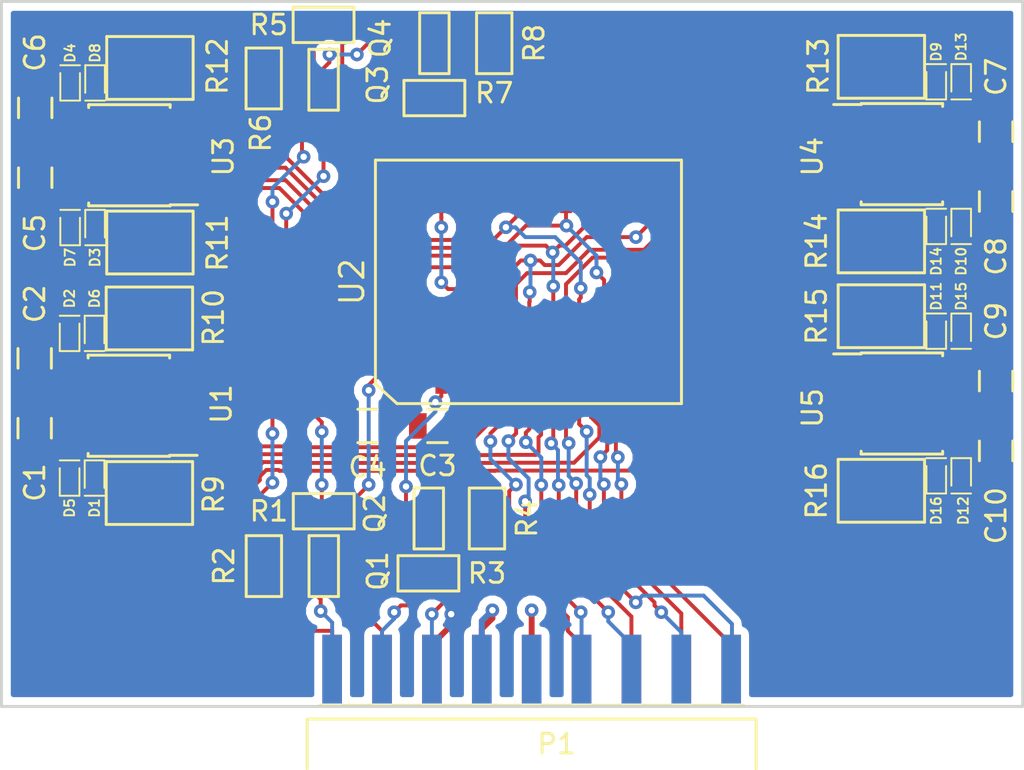
<source format=kicad_pcb>
(kicad_pcb (version 4) (host pcbnew 4.0.4-stable)

  (general
    (links 133)
    (no_connects 91)
    (area 69.924999 80.924999 122.075001 116.975001)
    (thickness 1.6)
    (drawings 5)
    (tracks 398)
    (zones 0)
    (modules 52)
    (nets 38)
  )

  (page A4)
  (layers
    (0 F.Cu signal)
    (1 GND power)
    (2 +12V power)
    (31 B.Cu mixed)
    (32 B.Adhes user)
    (33 F.Adhes user)
    (34 B.Paste user)
    (35 F.Paste user)
    (36 B.SilkS user)
    (37 F.SilkS user)
    (38 B.Mask user)
    (39 F.Mask user)
    (40 Dwgs.User user)
    (41 Cmts.User user)
    (42 Eco1.User user)
    (43 Eco2.User user)
    (44 Edge.Cuts user)
    (45 Margin user)
    (46 B.CrtYd user)
    (47 F.CrtYd user)
    (48 B.Fab user)
    (49 F.Fab user hide)
  )

  (setup
    (last_trace_width 0.2)
    (user_trace_width 0.2)
    (trace_clearance 0.2)
    (zone_clearance 0.4)
    (zone_45_only yes)
    (trace_min 0.2)
    (segment_width 0.2)
    (edge_width 0.15)
    (via_size 0.69)
    (via_drill 0.33)
    (via_min_size 0.69)
    (via_min_drill 0.33)
    (user_via 0.69 0.33)
    (uvia_size 0.3)
    (uvia_drill 0.1)
    (uvias_allowed no)
    (uvia_min_size 0.2)
    (uvia_min_drill 0.1)
    (pcb_text_width 0.3)
    (pcb_text_size 1.5 1.5)
    (mod_edge_width 0.15)
    (mod_text_size 1 1)
    (mod_text_width 0.15)
    (pad_size 1.524 1.524)
    (pad_drill 0.762)
    (pad_to_mask_clearance 0.2)
    (aux_axis_origin 0 0)
    (visible_elements 7FFFFF7F)
    (pcbplotparams
      (layerselection 0x00030_80000001)
      (usegerberextensions false)
      (excludeedgelayer true)
      (linewidth 0.100000)
      (plotframeref false)
      (viasonmask false)
      (mode 1)
      (useauxorigin false)
      (hpglpennumber 1)
      (hpglpenspeed 20)
      (hpglpendiameter 15)
      (hpglpenoverlay 2)
      (psnegative false)
      (psa4output false)
      (plotreference true)
      (plotvalue true)
      (plotinvisibletext false)
      (padsonsilk false)
      (subtractmaskfromsilk false)
      (outputformat 1)
      (mirror false)
      (drillshape 1)
      (scaleselection 1)
      (outputdirectory ""))
  )

  (net 0 "")
  (net 1 +12V)
  (net 2 VDD)
  (net 3 /IO0_HV_DR)
  (net 4 /IO1_HV_DR)
  (net 5 /IO2_HV_DR)
  (net 6 /IO3_HV_DR)
  (net 7 /IO0_LV_DR)
  (net 8 /IO1_LV_DR)
  (net 9 /IO2_LV_DR)
  (net 10 /IO3_LV_DR)
  (net 11 /SCLK_HV)
  (net 12 /DIN_HV)
  (net 13 //CS_HV)
  (net 14 //RESET_HV)
  (net 15 /IO0_HV_SW)
  (net 16 /IO1_HV_SW)
  (net 17 /IO2_HV_SW)
  (net 18 /IO3_HV_SW)
  (net 19 /IO0_LV_SW)
  (net 20 /IO1_LV_SW)
  (net 21 /IO2_LV_SW)
  (net 22 /IO3_LV_SW)
  (net 23 "Net-(P1-Pad10)")
  (net 24 GND)
  (net 25 /CS)
  (net 26 /RESET)
  (net 27 IO0_HV)
  (net 28 IO1_HV)
  (net 29 IO2_HV)
  (net 30 IO3_HV)
  (net 31 IO3_LV)
  (net 32 IO2_LV)
  (net 33 IO1_LV)
  (net 34 IO0_LV)
  (net 35 DOUT)
  (net 36 DIN)
  (net 37 SCLK)

  (net_class Default "This is the default net class."
    (clearance 0.2)
    (trace_width 0.2)
    (via_dia 0.69)
    (via_drill 0.33)
    (uvia_dia 0.3)
    (uvia_drill 0.1)
    (add_net //CS_HV)
    (add_net //RESET_HV)
    (add_net /CS)
    (add_net /DIN_HV)
    (add_net /IO0_HV_DR)
    (add_net /IO0_HV_SW)
    (add_net /IO0_LV_DR)
    (add_net /IO0_LV_SW)
    (add_net /IO1_HV_DR)
    (add_net /IO1_HV_SW)
    (add_net /IO1_LV_DR)
    (add_net /IO1_LV_SW)
    (add_net /IO2_HV_DR)
    (add_net /IO2_HV_SW)
    (add_net /IO2_LV_DR)
    (add_net /IO2_LV_SW)
    (add_net /IO3_HV_DR)
    (add_net /IO3_HV_SW)
    (add_net /IO3_LV_DR)
    (add_net /IO3_LV_SW)
    (add_net /RESET)
    (add_net /SCLK_HV)
    (add_net DIN)
    (add_net DOUT)
    (add_net IO0_HV)
    (add_net IO0_LV)
    (add_net IO1_HV)
    (add_net IO1_LV)
    (add_net IO2_HV)
    (add_net IO2_LV)
    (add_net IO3_HV)
    (add_net IO3_LV)
    (add_net "Net-(P1-Pad10)")
    (add_net SCLK)
  )

  (net_class Power ""
    (clearance 0.2)
    (trace_width 0.3)
    (via_dia 0.69)
    (via_drill 0.33)
    (uvia_dia 0.3)
    (uvia_drill 0.1)
    (add_net +12V)
    (add_net GND)
    (add_net VDD)
  )

  (module quad_level_shifter:C_0805 (layer F.Cu) (tedit 584117A2) (tstamp 5844957E)
    (at 71.691268 102.729844 270)
    (descr "Capacitor SMD 0805, reflow soldering, AVX (see smccp.pdf)")
    (tags "capacitor 0805")
    (path /58445E68)
    (attr smd)
    (fp_text reference C1 (at 2.770156 -0.008732 270) (layer F.SilkS)
      (effects (font (size 1 1) (thickness 0.15)))
    )
    (fp_text value 100n (at 0 2.1 270) (layer F.Fab) hide
      (effects (font (size 1 1) (thickness 0.15)))
    )
    (fp_text user REF** (at 0.254 0 270) (layer F.Fab)
      (effects (font (size 0.508 0.508) (thickness 0.127)))
    )
    (fp_line (start -1.778 1.016) (end -1.778 -1.016) (layer F.Fab) (width 0.15))
    (fp_line (start 1.651 1.016) (end -1.778 1.016) (layer F.Fab) (width 0.15))
    (fp_line (start 1.651 -1.016) (end 1.651 1.016) (layer F.Fab) (width 0.15))
    (fp_line (start -1.778 -1.016) (end 1.651 -1.016) (layer F.Fab) (width 0.15))
    (fp_line (start -1.778 -1.016) (end 1.651 -1.016) (layer F.CrtYd) (width 0.05))
    (fp_line (start -1.778 1.016) (end 1.651 1.016) (layer F.CrtYd) (width 0.05))
    (fp_line (start -1.778 -1.016) (end -1.778 1.016) (layer F.CrtYd) (width 0.05))
    (fp_line (start 1.651 -1.016) (end 1.651 1.016) (layer F.CrtYd) (width 0.05))
    (fp_line (start 0.5 -0.85) (end -0.5 -0.85) (layer F.SilkS) (width 0.15))
    (fp_line (start -0.5 0.85) (end 0.5 0.85) (layer F.SilkS) (width 0.15))
    (pad 1 smd rect (at -1 0 270) (size 0.9 1.3) (layers F.Cu F.Paste F.Mask)
      (net 1 +12V))
    (pad 2 smd rect (at 0.9 0 270) (size 0.9 1.3) (layers F.Cu F.Paste F.Mask)
      (net 24 GND))
    (model Capacitors_SMD.3dshapes/C_0805.wrl
      (at (xyz 0 0 0))
      (scale (xyz 1 1 1))
      (rotate (xyz 0 0 0))
    )
  )

  (module quad_level_shifter:C_0805 (layer F.Cu) (tedit 584117A2) (tstamp 5844958F)
    (at 71.691268 99.173844 90)
    (descr "Capacitor SMD 0805, reflow soldering, AVX (see smccp.pdf)")
    (tags "capacitor 0805")
    (path /58445FD6)
    (attr smd)
    (fp_text reference C2 (at 2.773844 0.008732 90) (layer F.SilkS)
      (effects (font (size 1 1) (thickness 0.15)))
    )
    (fp_text value 1u (at 0 2.1 90) (layer F.Fab) hide
      (effects (font (size 1 1) (thickness 0.15)))
    )
    (fp_text user REF** (at 0.254 0 90) (layer F.Fab)
      (effects (font (size 0.508 0.508) (thickness 0.127)))
    )
    (fp_line (start -1.778 1.016) (end -1.778 -1.016) (layer F.Fab) (width 0.15))
    (fp_line (start 1.651 1.016) (end -1.778 1.016) (layer F.Fab) (width 0.15))
    (fp_line (start 1.651 -1.016) (end 1.651 1.016) (layer F.Fab) (width 0.15))
    (fp_line (start -1.778 -1.016) (end 1.651 -1.016) (layer F.Fab) (width 0.15))
    (fp_line (start -1.778 -1.016) (end 1.651 -1.016) (layer F.CrtYd) (width 0.05))
    (fp_line (start -1.778 1.016) (end 1.651 1.016) (layer F.CrtYd) (width 0.05))
    (fp_line (start -1.778 -1.016) (end -1.778 1.016) (layer F.CrtYd) (width 0.05))
    (fp_line (start 1.651 -1.016) (end 1.651 1.016) (layer F.CrtYd) (width 0.05))
    (fp_line (start 0.5 -0.85) (end -0.5 -0.85) (layer F.SilkS) (width 0.15))
    (fp_line (start -0.5 0.85) (end 0.5 0.85) (layer F.SilkS) (width 0.15))
    (pad 1 smd rect (at -1 0 90) (size 0.9 1.3) (layers F.Cu F.Paste F.Mask)
      (net 1 +12V))
    (pad 2 smd rect (at 0.9 0 90) (size 0.9 1.3) (layers F.Cu F.Paste F.Mask)
      (net 24 GND))
    (model Capacitors_SMD.3dshapes/C_0805.wrl
      (at (xyz 0 0 0))
      (scale (xyz 1 1 1))
      (rotate (xyz 0 0 0))
    )
  )

  (module quad_level_shifter:C_0805 (layer F.Cu) (tedit 584117A2) (tstamp 584495A0)
    (at 92.202 102.616)
    (descr "Capacitor SMD 0805, reflow soldering, AVX (see smccp.pdf)")
    (tags "capacitor 0805")
    (path /584460AE)
    (attr smd)
    (fp_text reference C3 (at 0 2.032) (layer F.SilkS)
      (effects (font (size 1 1) (thickness 0.15)))
    )
    (fp_text value 100n (at 0 2.1) (layer F.Fab) hide
      (effects (font (size 1 1) (thickness 0.15)))
    )
    (fp_text user REF** (at 0.254 0) (layer F.Fab)
      (effects (font (size 0.508 0.508) (thickness 0.127)))
    )
    (fp_line (start -1.778 1.016) (end -1.778 -1.016) (layer F.Fab) (width 0.15))
    (fp_line (start 1.651 1.016) (end -1.778 1.016) (layer F.Fab) (width 0.15))
    (fp_line (start 1.651 -1.016) (end 1.651 1.016) (layer F.Fab) (width 0.15))
    (fp_line (start -1.778 -1.016) (end 1.651 -1.016) (layer F.Fab) (width 0.15))
    (fp_line (start -1.778 -1.016) (end 1.651 -1.016) (layer F.CrtYd) (width 0.05))
    (fp_line (start -1.778 1.016) (end 1.651 1.016) (layer F.CrtYd) (width 0.05))
    (fp_line (start -1.778 -1.016) (end -1.778 1.016) (layer F.CrtYd) (width 0.05))
    (fp_line (start 1.651 -1.016) (end 1.651 1.016) (layer F.CrtYd) (width 0.05))
    (fp_line (start 0.5 -0.85) (end -0.5 -0.85) (layer F.SilkS) (width 0.15))
    (fp_line (start -0.5 0.85) (end 0.5 0.85) (layer F.SilkS) (width 0.15))
    (pad 1 smd rect (at -1 0) (size 0.9 1.3) (layers F.Cu F.Paste F.Mask)
      (net 1 +12V))
    (pad 2 smd rect (at 0.9 0) (size 0.9 1.3) (layers F.Cu F.Paste F.Mask)
      (net 24 GND))
    (model Capacitors_SMD.3dshapes/C_0805.wrl
      (at (xyz 0 0 0))
      (scale (xyz 1 1 1))
      (rotate (xyz 0 0 0))
    )
  )

  (module quad_level_shifter:C_0805 (layer F.Cu) (tedit 584117A2) (tstamp 584495B1)
    (at 88.646 102.616 180)
    (descr "Capacitor SMD 0805, reflow soldering, AVX (see smccp.pdf)")
    (tags "capacitor 0805")
    (path /584460C3)
    (attr smd)
    (fp_text reference C4 (at 0 -2.1 180) (layer F.SilkS)
      (effects (font (size 1 1) (thickness 0.15)))
    )
    (fp_text value 1u (at 0 2.1 180) (layer F.Fab) hide
      (effects (font (size 1 1) (thickness 0.15)))
    )
    (fp_text user REF** (at 0.254 0 180) (layer F.Fab)
      (effects (font (size 0.508 0.508) (thickness 0.127)))
    )
    (fp_line (start -1.778 1.016) (end -1.778 -1.016) (layer F.Fab) (width 0.15))
    (fp_line (start 1.651 1.016) (end -1.778 1.016) (layer F.Fab) (width 0.15))
    (fp_line (start 1.651 -1.016) (end 1.651 1.016) (layer F.Fab) (width 0.15))
    (fp_line (start -1.778 -1.016) (end 1.651 -1.016) (layer F.Fab) (width 0.15))
    (fp_line (start -1.778 -1.016) (end 1.651 -1.016) (layer F.CrtYd) (width 0.05))
    (fp_line (start -1.778 1.016) (end 1.651 1.016) (layer F.CrtYd) (width 0.05))
    (fp_line (start -1.778 -1.016) (end -1.778 1.016) (layer F.CrtYd) (width 0.05))
    (fp_line (start 1.651 -1.016) (end 1.651 1.016) (layer F.CrtYd) (width 0.05))
    (fp_line (start 0.5 -0.85) (end -0.5 -0.85) (layer F.SilkS) (width 0.15))
    (fp_line (start -0.5 0.85) (end 0.5 0.85) (layer F.SilkS) (width 0.15))
    (pad 1 smd rect (at -1 0 180) (size 0.9 1.3) (layers F.Cu F.Paste F.Mask)
      (net 1 +12V))
    (pad 2 smd rect (at 0.9 0 180) (size 0.9 1.3) (layers F.Cu F.Paste F.Mask)
      (net 24 GND))
    (model Capacitors_SMD.3dshapes/C_0805.wrl
      (at (xyz 0 0 0))
      (scale (xyz 1 1 1))
      (rotate (xyz 0 0 0))
    )
  )

  (module quad_level_shifter:C_0805 (layer F.Cu) (tedit 584117A2) (tstamp 584495C2)
    (at 71.718434 89.973944 270)
    (descr "Capacitor SMD 0805, reflow soldering, AVX (see smccp.pdf)")
    (tags "capacitor 0805")
    (path /5844A416)
    (attr smd)
    (fp_text reference C5 (at 2.826056 0.018434 270) (layer F.SilkS)
      (effects (font (size 1 1) (thickness 0.15)))
    )
    (fp_text value 100n (at 0 2.1 270) (layer F.Fab) hide
      (effects (font (size 1 1) (thickness 0.15)))
    )
    (fp_text user REF** (at 0.254 0 270) (layer F.Fab)
      (effects (font (size 0.508 0.508) (thickness 0.127)))
    )
    (fp_line (start -1.778 1.016) (end -1.778 -1.016) (layer F.Fab) (width 0.15))
    (fp_line (start 1.651 1.016) (end -1.778 1.016) (layer F.Fab) (width 0.15))
    (fp_line (start 1.651 -1.016) (end 1.651 1.016) (layer F.Fab) (width 0.15))
    (fp_line (start -1.778 -1.016) (end 1.651 -1.016) (layer F.Fab) (width 0.15))
    (fp_line (start -1.778 -1.016) (end 1.651 -1.016) (layer F.CrtYd) (width 0.05))
    (fp_line (start -1.778 1.016) (end 1.651 1.016) (layer F.CrtYd) (width 0.05))
    (fp_line (start -1.778 -1.016) (end -1.778 1.016) (layer F.CrtYd) (width 0.05))
    (fp_line (start 1.651 -1.016) (end 1.651 1.016) (layer F.CrtYd) (width 0.05))
    (fp_line (start 0.5 -0.85) (end -0.5 -0.85) (layer F.SilkS) (width 0.15))
    (fp_line (start -0.5 0.85) (end 0.5 0.85) (layer F.SilkS) (width 0.15))
    (pad 1 smd rect (at -1 0 270) (size 0.9 1.3) (layers F.Cu F.Paste F.Mask)
      (net 1 +12V))
    (pad 2 smd rect (at 0.9 0 270) (size 0.9 1.3) (layers F.Cu F.Paste F.Mask)
      (net 24 GND))
    (model Capacitors_SMD.3dshapes/C_0805.wrl
      (at (xyz 0 0 0))
      (scale (xyz 1 1 1))
      (rotate (xyz 0 0 0))
    )
  )

  (module quad_level_shifter:C_0805 (layer F.Cu) (tedit 584117A2) (tstamp 584495D3)
    (at 71.718434 86.417944 90)
    (descr "Capacitor SMD 0805, reflow soldering, AVX (see smccp.pdf)")
    (tags "capacitor 0805")
    (path /5844A424)
    (attr smd)
    (fp_text reference C6 (at 2.817944 -0.018434 90) (layer F.SilkS)
      (effects (font (size 1 1) (thickness 0.15)))
    )
    (fp_text value 1u (at 0 2.1 90) (layer F.Fab) hide
      (effects (font (size 1 1) (thickness 0.15)))
    )
    (fp_text user REF** (at 0.254 0 90) (layer F.Fab)
      (effects (font (size 0.508 0.508) (thickness 0.127)))
    )
    (fp_line (start -1.778 1.016) (end -1.778 -1.016) (layer F.Fab) (width 0.15))
    (fp_line (start 1.651 1.016) (end -1.778 1.016) (layer F.Fab) (width 0.15))
    (fp_line (start 1.651 -1.016) (end 1.651 1.016) (layer F.Fab) (width 0.15))
    (fp_line (start -1.778 -1.016) (end 1.651 -1.016) (layer F.Fab) (width 0.15))
    (fp_line (start -1.778 -1.016) (end 1.651 -1.016) (layer F.CrtYd) (width 0.05))
    (fp_line (start -1.778 1.016) (end 1.651 1.016) (layer F.CrtYd) (width 0.05))
    (fp_line (start -1.778 -1.016) (end -1.778 1.016) (layer F.CrtYd) (width 0.05))
    (fp_line (start 1.651 -1.016) (end 1.651 1.016) (layer F.CrtYd) (width 0.05))
    (fp_line (start 0.5 -0.85) (end -0.5 -0.85) (layer F.SilkS) (width 0.15))
    (fp_line (start -0.5 0.85) (end 0.5 0.85) (layer F.SilkS) (width 0.15))
    (pad 1 smd rect (at -1 0 90) (size 0.9 1.3) (layers F.Cu F.Paste F.Mask)
      (net 1 +12V))
    (pad 2 smd rect (at 0.9 0 90) (size 0.9 1.3) (layers F.Cu F.Paste F.Mask)
      (net 24 GND))
    (model Capacitors_SMD.3dshapes/C_0805.wrl
      (at (xyz 0 0 0))
      (scale (xyz 1 1 1))
      (rotate (xyz 0 0 0))
    )
  )

  (module quad_level_shifter:C_0805 (layer F.Cu) (tedit 584117A2) (tstamp 584495E4)
    (at 120.65 87.63 90)
    (descr "Capacitor SMD 0805, reflow soldering, AVX (see smccp.pdf)")
    (tags "capacitor 0805")
    (path /5844A846)
    (attr smd)
    (fp_text reference C7 (at 2.794 0 90) (layer F.SilkS)
      (effects (font (size 1 1) (thickness 0.15)))
    )
    (fp_text value 100n (at 0 2.1 90) (layer F.Fab) hide
      (effects (font (size 1 1) (thickness 0.15)))
    )
    (fp_text user REF** (at 0.254 0 90) (layer F.Fab)
      (effects (font (size 0.508 0.508) (thickness 0.127)))
    )
    (fp_line (start -1.778 1.016) (end -1.778 -1.016) (layer F.Fab) (width 0.15))
    (fp_line (start 1.651 1.016) (end -1.778 1.016) (layer F.Fab) (width 0.15))
    (fp_line (start 1.651 -1.016) (end 1.651 1.016) (layer F.Fab) (width 0.15))
    (fp_line (start -1.778 -1.016) (end 1.651 -1.016) (layer F.Fab) (width 0.15))
    (fp_line (start -1.778 -1.016) (end 1.651 -1.016) (layer F.CrtYd) (width 0.05))
    (fp_line (start -1.778 1.016) (end 1.651 1.016) (layer F.CrtYd) (width 0.05))
    (fp_line (start -1.778 -1.016) (end -1.778 1.016) (layer F.CrtYd) (width 0.05))
    (fp_line (start 1.651 -1.016) (end 1.651 1.016) (layer F.CrtYd) (width 0.05))
    (fp_line (start 0.5 -0.85) (end -0.5 -0.85) (layer F.SilkS) (width 0.15))
    (fp_line (start -0.5 0.85) (end 0.5 0.85) (layer F.SilkS) (width 0.15))
    (pad 1 smd rect (at -1 0 90) (size 0.9 1.3) (layers F.Cu F.Paste F.Mask)
      (net 2 VDD))
    (pad 2 smd rect (at 0.9 0 90) (size 0.9 1.3) (layers F.Cu F.Paste F.Mask)
      (net 24 GND))
    (model Capacitors_SMD.3dshapes/C_0805.wrl
      (at (xyz 0 0 0))
      (scale (xyz 1 1 1))
      (rotate (xyz 0 0 0))
    )
  )

  (module quad_level_shifter:C_0805 (layer F.Cu) (tedit 584117A2) (tstamp 584495F5)
    (at 120.65 91.186 270)
    (descr "Capacitor SMD 0805, reflow soldering, AVX (see smccp.pdf)")
    (tags "capacitor 0805")
    (path /5844A854)
    (attr smd)
    (fp_text reference C8 (at 2.794 0 270) (layer F.SilkS)
      (effects (font (size 1 1) (thickness 0.15)))
    )
    (fp_text value 1u (at 0 2.1 270) (layer F.Fab) hide
      (effects (font (size 1 1) (thickness 0.15)))
    )
    (fp_text user REF** (at 0.254 0 270) (layer F.Fab)
      (effects (font (size 0.508 0.508) (thickness 0.127)))
    )
    (fp_line (start -1.778 1.016) (end -1.778 -1.016) (layer F.Fab) (width 0.15))
    (fp_line (start 1.651 1.016) (end -1.778 1.016) (layer F.Fab) (width 0.15))
    (fp_line (start 1.651 -1.016) (end 1.651 1.016) (layer F.Fab) (width 0.15))
    (fp_line (start -1.778 -1.016) (end 1.651 -1.016) (layer F.Fab) (width 0.15))
    (fp_line (start -1.778 -1.016) (end 1.651 -1.016) (layer F.CrtYd) (width 0.05))
    (fp_line (start -1.778 1.016) (end 1.651 1.016) (layer F.CrtYd) (width 0.05))
    (fp_line (start -1.778 -1.016) (end -1.778 1.016) (layer F.CrtYd) (width 0.05))
    (fp_line (start 1.651 -1.016) (end 1.651 1.016) (layer F.CrtYd) (width 0.05))
    (fp_line (start 0.5 -0.85) (end -0.5 -0.85) (layer F.SilkS) (width 0.15))
    (fp_line (start -0.5 0.85) (end 0.5 0.85) (layer F.SilkS) (width 0.15))
    (pad 1 smd rect (at -1 0 270) (size 0.9 1.3) (layers F.Cu F.Paste F.Mask)
      (net 2 VDD))
    (pad 2 smd rect (at 0.9 0 270) (size 0.9 1.3) (layers F.Cu F.Paste F.Mask)
      (net 24 GND))
    (model Capacitors_SMD.3dshapes/C_0805.wrl
      (at (xyz 0 0 0))
      (scale (xyz 1 1 1))
      (rotate (xyz 0 0 0))
    )
  )

  (module quad_level_shifter:C_0805 (layer F.Cu) (tedit 584117A2) (tstamp 58449606)
    (at 120.65 100.33 90)
    (descr "Capacitor SMD 0805, reflow soldering, AVX (see smccp.pdf)")
    (tags "capacitor 0805")
    (path /5844A990)
    (attr smd)
    (fp_text reference C9 (at 3.048 0 90) (layer F.SilkS)
      (effects (font (size 1 1) (thickness 0.15)))
    )
    (fp_text value 100n (at 0 2.1 90) (layer F.Fab) hide
      (effects (font (size 1 1) (thickness 0.15)))
    )
    (fp_text user REF** (at 0.254 0 90) (layer F.Fab)
      (effects (font (size 0.508 0.508) (thickness 0.127)))
    )
    (fp_line (start -1.778 1.016) (end -1.778 -1.016) (layer F.Fab) (width 0.15))
    (fp_line (start 1.651 1.016) (end -1.778 1.016) (layer F.Fab) (width 0.15))
    (fp_line (start 1.651 -1.016) (end 1.651 1.016) (layer F.Fab) (width 0.15))
    (fp_line (start -1.778 -1.016) (end 1.651 -1.016) (layer F.Fab) (width 0.15))
    (fp_line (start -1.778 -1.016) (end 1.651 -1.016) (layer F.CrtYd) (width 0.05))
    (fp_line (start -1.778 1.016) (end 1.651 1.016) (layer F.CrtYd) (width 0.05))
    (fp_line (start -1.778 -1.016) (end -1.778 1.016) (layer F.CrtYd) (width 0.05))
    (fp_line (start 1.651 -1.016) (end 1.651 1.016) (layer F.CrtYd) (width 0.05))
    (fp_line (start 0.5 -0.85) (end -0.5 -0.85) (layer F.SilkS) (width 0.15))
    (fp_line (start -0.5 0.85) (end 0.5 0.85) (layer F.SilkS) (width 0.15))
    (pad 1 smd rect (at -1 0 90) (size 0.9 1.3) (layers F.Cu F.Paste F.Mask)
      (net 2 VDD))
    (pad 2 smd rect (at 0.9 0 90) (size 0.9 1.3) (layers F.Cu F.Paste F.Mask)
      (net 24 GND))
    (model Capacitors_SMD.3dshapes/C_0805.wrl
      (at (xyz 0 0 0))
      (scale (xyz 1 1 1))
      (rotate (xyz 0 0 0))
    )
  )

  (module quad_level_shifter:C_0805 (layer F.Cu) (tedit 584117A2) (tstamp 58449617)
    (at 120.65 103.886 270)
    (descr "Capacitor SMD 0805, reflow soldering, AVX (see smccp.pdf)")
    (tags "capacitor 0805")
    (path /5844A99E)
    (attr smd)
    (fp_text reference C10 (at 3.302 0 270) (layer F.SilkS)
      (effects (font (size 1 1) (thickness 0.15)))
    )
    (fp_text value 1u (at 0 2.1 270) (layer F.Fab) hide
      (effects (font (size 1 1) (thickness 0.15)))
    )
    (fp_text user REF** (at 0.254 0 270) (layer F.Fab)
      (effects (font (size 0.508 0.508) (thickness 0.127)))
    )
    (fp_line (start -1.778 1.016) (end -1.778 -1.016) (layer F.Fab) (width 0.15))
    (fp_line (start 1.651 1.016) (end -1.778 1.016) (layer F.Fab) (width 0.15))
    (fp_line (start 1.651 -1.016) (end 1.651 1.016) (layer F.Fab) (width 0.15))
    (fp_line (start -1.778 -1.016) (end 1.651 -1.016) (layer F.Fab) (width 0.15))
    (fp_line (start -1.778 -1.016) (end 1.651 -1.016) (layer F.CrtYd) (width 0.05))
    (fp_line (start -1.778 1.016) (end 1.651 1.016) (layer F.CrtYd) (width 0.05))
    (fp_line (start -1.778 -1.016) (end -1.778 1.016) (layer F.CrtYd) (width 0.05))
    (fp_line (start 1.651 -1.016) (end 1.651 1.016) (layer F.CrtYd) (width 0.05))
    (fp_line (start 0.5 -0.85) (end -0.5 -0.85) (layer F.SilkS) (width 0.15))
    (fp_line (start -0.5 0.85) (end 0.5 0.85) (layer F.SilkS) (width 0.15))
    (pad 1 smd rect (at -1 0 270) (size 0.9 1.3) (layers F.Cu F.Paste F.Mask)
      (net 2 VDD))
    (pad 2 smd rect (at 0.9 0 270) (size 0.9 1.3) (layers F.Cu F.Paste F.Mask)
      (net 24 GND))
    (model Capacitors_SMD.3dshapes/C_0805.wrl
      (at (xyz 0 0 0))
      (scale (xyz 1 1 1))
      (rotate (xyz 0 0 0))
    )
  )

  (module quad_level_shifter:SOD-882L (layer F.Cu) (tedit 5843C2EE) (tstamp 58449627)
    (at 74.739268 105.269844 90)
    (path /584465CE)
    (fp_text reference D1 (at -1.524 0 90) (layer F.SilkS)
      (effects (font (size 0.5 0.5) (thickness 0.1)))
    )
    (fp_text value CFSH05-20L (at 0.1 -1.8 90) (layer F.Fab) hide
      (effects (font (size 0.5 0.5) (thickness 0.125)))
    )
    (fp_line (start -0.5 -0.5) (end -0.5 0.5) (layer F.Fab) (width 0.1))
    (fp_text user REF** (at 0.6 0 90) (layer F.Fab)
      (effects (font (size 0.5 0.5) (thickness 0.1)))
    )
    (fp_line (start -0.9 -0.5) (end -0.9 0.5) (layer F.Fab) (width 0.1))
    (fp_line (start 0.9 0.5) (end 0.9 -0.5) (layer F.Fab) (width 0.1))
    (fp_line (start -0.9 0.5) (end 0.9 0.5) (layer F.Fab) (width 0.1))
    (fp_line (start 0.9 -0.5) (end -0.9 -0.5) (layer F.Fab) (width 0.1))
    (fp_line (start -0.5 -0.5) (end 0.9 -0.5) (layer F.SilkS) (width 0.1))
    (fp_line (start -0.9 0.5) (end -0.9 -0.5) (layer F.SilkS) (width 0.1))
    (fp_line (start 0.9 0.5) (end -0.5 0.5) (layer F.SilkS) (width 0.1))
    (fp_line (start 0.9 -0.5) (end 0.9 0.5) (layer F.SilkS) (width 0.1))
    (pad 1 smd rect (at -0.4 0 90) (size 0.55 0.6) (layers F.Cu F.Paste F.Mask)
      (net 1 +12V))
    (pad 2 smd rect (at 0.4 0 90) (size 0.55 0.6) (layers F.Cu F.Paste F.Mask)
      (net 3 /IO0_HV_DR))
    (model "F:/KiCad Projects/QuadLevelShifter/3D/SOD-882.wrl"
      (at (xyz 0 0 0))
      (scale (xyz 0.39 0.39 0.39))
      (rotate (xyz -90 0 0))
    )
  )

  (module quad_level_shifter:SOD-882L (layer F.Cu) (tedit 5843C2EE) (tstamp 58449637)
    (at 73.469268 97.903844 270)
    (path /58445532)
    (fp_text reference D2 (at -1.778 0 270) (layer F.SilkS)
      (effects (font (size 0.5 0.5) (thickness 0.1)))
    )
    (fp_text value CFSH05-20L (at 0.1 -1.8 270) (layer F.Fab) hide
      (effects (font (size 0.5 0.5) (thickness 0.125)))
    )
    (fp_line (start -0.5 -0.5) (end -0.5 0.5) (layer F.Fab) (width 0.1))
    (fp_text user REF** (at 0.6 0 270) (layer F.Fab)
      (effects (font (size 0.5 0.5) (thickness 0.1)))
    )
    (fp_line (start -0.9 -0.5) (end -0.9 0.5) (layer F.Fab) (width 0.1))
    (fp_line (start 0.9 0.5) (end 0.9 -0.5) (layer F.Fab) (width 0.1))
    (fp_line (start -0.9 0.5) (end 0.9 0.5) (layer F.Fab) (width 0.1))
    (fp_line (start 0.9 -0.5) (end -0.9 -0.5) (layer F.Fab) (width 0.1))
    (fp_line (start -0.5 -0.5) (end 0.9 -0.5) (layer F.SilkS) (width 0.1))
    (fp_line (start -0.9 0.5) (end -0.9 -0.5) (layer F.SilkS) (width 0.1))
    (fp_line (start 0.9 0.5) (end -0.5 0.5) (layer F.SilkS) (width 0.1))
    (fp_line (start 0.9 -0.5) (end 0.9 0.5) (layer F.SilkS) (width 0.1))
    (pad 1 smd rect (at -0.4 0 270) (size 0.55 0.6) (layers F.Cu F.Paste F.Mask)
      (net 1 +12V))
    (pad 2 smd rect (at 0.4 0 270) (size 0.55 0.6) (layers F.Cu F.Paste F.Mask)
      (net 4 /IO1_HV_DR))
    (model "F:/KiCad Projects/QuadLevelShifter/3D/SOD-882.wrl"
      (at (xyz 0 0 0))
      (scale (xyz 0.39 0.39 0.39))
      (rotate (xyz -90 0 0))
    )
  )

  (module quad_level_shifter:SOD-882L (layer F.Cu) (tedit 5843C2EE) (tstamp 58449647)
    (at 74.766434 92.513944 90)
    (path /5844734A)
    (fp_text reference D3 (at -1.524 0 90) (layer F.SilkS)
      (effects (font (size 0.5 0.5) (thickness 0.1)))
    )
    (fp_text value CFSH05-20L (at 0.1 -1.8 90) (layer F.Fab) hide
      (effects (font (size 0.5 0.5) (thickness 0.125)))
    )
    (fp_line (start -0.5 -0.5) (end -0.5 0.5) (layer F.Fab) (width 0.1))
    (fp_text user REF** (at 0.6 0 90) (layer F.Fab)
      (effects (font (size 0.5 0.5) (thickness 0.1)))
    )
    (fp_line (start -0.9 -0.5) (end -0.9 0.5) (layer F.Fab) (width 0.1))
    (fp_line (start 0.9 0.5) (end 0.9 -0.5) (layer F.Fab) (width 0.1))
    (fp_line (start -0.9 0.5) (end 0.9 0.5) (layer F.Fab) (width 0.1))
    (fp_line (start 0.9 -0.5) (end -0.9 -0.5) (layer F.Fab) (width 0.1))
    (fp_line (start -0.5 -0.5) (end 0.9 -0.5) (layer F.SilkS) (width 0.1))
    (fp_line (start -0.9 0.5) (end -0.9 -0.5) (layer F.SilkS) (width 0.1))
    (fp_line (start 0.9 0.5) (end -0.5 0.5) (layer F.SilkS) (width 0.1))
    (fp_line (start 0.9 -0.5) (end 0.9 0.5) (layer F.SilkS) (width 0.1))
    (pad 1 smd rect (at -0.4 0 90) (size 0.55 0.6) (layers F.Cu F.Paste F.Mask)
      (net 1 +12V))
    (pad 2 smd rect (at 0.4 0 90) (size 0.55 0.6) (layers F.Cu F.Paste F.Mask)
      (net 5 /IO2_HV_DR))
    (model "F:/KiCad Projects/QuadLevelShifter/3D/SOD-882.wrl"
      (at (xyz 0 0 0))
      (scale (xyz 0.39 0.39 0.39))
      (rotate (xyz -90 0 0))
    )
  )

  (module quad_level_shifter:SOD-882L (layer F.Cu) (tedit 5843C2EE) (tstamp 58449657)
    (at 73.496434 85.147944 270)
    (path /58447342)
    (fp_text reference D4 (at -1.524 0 270) (layer F.SilkS)
      (effects (font (size 0.5 0.5) (thickness 0.1)))
    )
    (fp_text value CFSH05-20L (at 0.1 -1.8 270) (layer F.Fab) hide
      (effects (font (size 0.5 0.5) (thickness 0.125)))
    )
    (fp_line (start -0.5 -0.5) (end -0.5 0.5) (layer F.Fab) (width 0.1))
    (fp_text user REF** (at 0.6 0 270) (layer F.Fab)
      (effects (font (size 0.5 0.5) (thickness 0.1)))
    )
    (fp_line (start -0.9 -0.5) (end -0.9 0.5) (layer F.Fab) (width 0.1))
    (fp_line (start 0.9 0.5) (end 0.9 -0.5) (layer F.Fab) (width 0.1))
    (fp_line (start -0.9 0.5) (end 0.9 0.5) (layer F.Fab) (width 0.1))
    (fp_line (start 0.9 -0.5) (end -0.9 -0.5) (layer F.Fab) (width 0.1))
    (fp_line (start -0.5 -0.5) (end 0.9 -0.5) (layer F.SilkS) (width 0.1))
    (fp_line (start -0.9 0.5) (end -0.9 -0.5) (layer F.SilkS) (width 0.1))
    (fp_line (start 0.9 0.5) (end -0.5 0.5) (layer F.SilkS) (width 0.1))
    (fp_line (start 0.9 -0.5) (end 0.9 0.5) (layer F.SilkS) (width 0.1))
    (pad 1 smd rect (at -0.4 0 270) (size 0.55 0.6) (layers F.Cu F.Paste F.Mask)
      (net 1 +12V))
    (pad 2 smd rect (at 0.4 0 270) (size 0.55 0.6) (layers F.Cu F.Paste F.Mask)
      (net 6 /IO3_HV_DR))
    (model "F:/KiCad Projects/QuadLevelShifter/3D/SOD-882.wrl"
      (at (xyz 0 0 0))
      (scale (xyz 0.39 0.39 0.39))
      (rotate (xyz -90 0 0))
    )
  )

  (module quad_level_shifter:SOD-882L (layer F.Cu) (tedit 5843C2EE) (tstamp 58449667)
    (at 73.469268 105.269844 270)
    (path /58446728)
    (fp_text reference D5 (at 1.524 0 270) (layer F.SilkS)
      (effects (font (size 0.5 0.5) (thickness 0.1)))
    )
    (fp_text value CFSH05-20L (at 0.1 -1.8 270) (layer F.Fab) hide
      (effects (font (size 0.5 0.5) (thickness 0.125)))
    )
    (fp_line (start -0.5 -0.5) (end -0.5 0.5) (layer F.Fab) (width 0.1))
    (fp_text user REF** (at 0.6 0 270) (layer F.Fab)
      (effects (font (size 0.5 0.5) (thickness 0.1)))
    )
    (fp_line (start -0.9 -0.5) (end -0.9 0.5) (layer F.Fab) (width 0.1))
    (fp_line (start 0.9 0.5) (end 0.9 -0.5) (layer F.Fab) (width 0.1))
    (fp_line (start -0.9 0.5) (end 0.9 0.5) (layer F.Fab) (width 0.1))
    (fp_line (start 0.9 -0.5) (end -0.9 -0.5) (layer F.Fab) (width 0.1))
    (fp_line (start -0.5 -0.5) (end 0.9 -0.5) (layer F.SilkS) (width 0.1))
    (fp_line (start -0.9 0.5) (end -0.9 -0.5) (layer F.SilkS) (width 0.1))
    (fp_line (start 0.9 0.5) (end -0.5 0.5) (layer F.SilkS) (width 0.1))
    (fp_line (start 0.9 -0.5) (end 0.9 0.5) (layer F.SilkS) (width 0.1))
    (pad 1 smd rect (at -0.4 0 270) (size 0.55 0.6) (layers F.Cu F.Paste F.Mask)
      (net 3 /IO0_HV_DR))
    (pad 2 smd rect (at 0.4 0 270) (size 0.55 0.6) (layers F.Cu F.Paste F.Mask)
      (net 24 GND))
    (model "F:/KiCad Projects/QuadLevelShifter/3D/SOD-882.wrl"
      (at (xyz 0 0 0))
      (scale (xyz 0.39 0.39 0.39))
      (rotate (xyz -90 0 0))
    )
  )

  (module quad_level_shifter:SOD-882L (layer F.Cu) (tedit 5843C2EE) (tstamp 58449677)
    (at 74.739268 97.903844 90)
    (path /584466E3)
    (fp_text reference D6 (at 1.778 0 90) (layer F.SilkS)
      (effects (font (size 0.5 0.5) (thickness 0.1)))
    )
    (fp_text value CFSH05-20L (at 0.1 -1.8 90) (layer F.Fab) hide
      (effects (font (size 0.5 0.5) (thickness 0.125)))
    )
    (fp_line (start -0.5 -0.5) (end -0.5 0.5) (layer F.Fab) (width 0.1))
    (fp_text user REF** (at 0.6 0 90) (layer F.Fab)
      (effects (font (size 0.5 0.5) (thickness 0.1)))
    )
    (fp_line (start -0.9 -0.5) (end -0.9 0.5) (layer F.Fab) (width 0.1))
    (fp_line (start 0.9 0.5) (end 0.9 -0.5) (layer F.Fab) (width 0.1))
    (fp_line (start -0.9 0.5) (end 0.9 0.5) (layer F.Fab) (width 0.1))
    (fp_line (start 0.9 -0.5) (end -0.9 -0.5) (layer F.Fab) (width 0.1))
    (fp_line (start -0.5 -0.5) (end 0.9 -0.5) (layer F.SilkS) (width 0.1))
    (fp_line (start -0.9 0.5) (end -0.9 -0.5) (layer F.SilkS) (width 0.1))
    (fp_line (start 0.9 0.5) (end -0.5 0.5) (layer F.SilkS) (width 0.1))
    (fp_line (start 0.9 -0.5) (end 0.9 0.5) (layer F.SilkS) (width 0.1))
    (pad 1 smd rect (at -0.4 0 90) (size 0.55 0.6) (layers F.Cu F.Paste F.Mask)
      (net 4 /IO1_HV_DR))
    (pad 2 smd rect (at 0.4 0 90) (size 0.55 0.6) (layers F.Cu F.Paste F.Mask)
      (net 24 GND))
    (model "F:/KiCad Projects/QuadLevelShifter/3D/SOD-882.wrl"
      (at (xyz 0 0 0))
      (scale (xyz 0.39 0.39 0.39))
      (rotate (xyz -90 0 0))
    )
  )

  (module quad_level_shifter:SOD-882L (layer F.Cu) (tedit 5843C2EE) (tstamp 58449687)
    (at 73.496434 92.513944 270)
    (path /584474BE)
    (fp_text reference D7 (at 1.524 0 270) (layer F.SilkS)
      (effects (font (size 0.5 0.5) (thickness 0.1)))
    )
    (fp_text value CFSH05-20L (at 0.1 -1.8 270) (layer F.Fab) hide
      (effects (font (size 0.5 0.5) (thickness 0.125)))
    )
    (fp_line (start -0.5 -0.5) (end -0.5 0.5) (layer F.Fab) (width 0.1))
    (fp_text user REF** (at 0.6 0 270) (layer F.Fab)
      (effects (font (size 0.5 0.5) (thickness 0.1)))
    )
    (fp_line (start -0.9 -0.5) (end -0.9 0.5) (layer F.Fab) (width 0.1))
    (fp_line (start 0.9 0.5) (end 0.9 -0.5) (layer F.Fab) (width 0.1))
    (fp_line (start -0.9 0.5) (end 0.9 0.5) (layer F.Fab) (width 0.1))
    (fp_line (start 0.9 -0.5) (end -0.9 -0.5) (layer F.Fab) (width 0.1))
    (fp_line (start -0.5 -0.5) (end 0.9 -0.5) (layer F.SilkS) (width 0.1))
    (fp_line (start -0.9 0.5) (end -0.9 -0.5) (layer F.SilkS) (width 0.1))
    (fp_line (start 0.9 0.5) (end -0.5 0.5) (layer F.SilkS) (width 0.1))
    (fp_line (start 0.9 -0.5) (end 0.9 0.5) (layer F.SilkS) (width 0.1))
    (pad 1 smd rect (at -0.4 0 270) (size 0.55 0.6) (layers F.Cu F.Paste F.Mask)
      (net 5 /IO2_HV_DR))
    (pad 2 smd rect (at 0.4 0 270) (size 0.55 0.6) (layers F.Cu F.Paste F.Mask)
      (net 24 GND))
    (model "F:/KiCad Projects/QuadLevelShifter/3D/SOD-882.wrl"
      (at (xyz 0 0 0))
      (scale (xyz 0.39 0.39 0.39))
      (rotate (xyz -90 0 0))
    )
  )

  (module quad_level_shifter:SOD-882L (layer F.Cu) (tedit 5843C2EE) (tstamp 58449697)
    (at 74.766434 85.147944 90)
    (path /584474B6)
    (fp_text reference D8 (at 1.524 0 90) (layer F.SilkS)
      (effects (font (size 0.5 0.5) (thickness 0.1)))
    )
    (fp_text value CFSH05-20L (at 0.1 -1.8 90) (layer F.Fab) hide
      (effects (font (size 0.5 0.5) (thickness 0.125)))
    )
    (fp_line (start -0.5 -0.5) (end -0.5 0.5) (layer F.Fab) (width 0.1))
    (fp_text user REF** (at 0.6 0 90) (layer F.Fab)
      (effects (font (size 0.5 0.5) (thickness 0.1)))
    )
    (fp_line (start -0.9 -0.5) (end -0.9 0.5) (layer F.Fab) (width 0.1))
    (fp_line (start 0.9 0.5) (end 0.9 -0.5) (layer F.Fab) (width 0.1))
    (fp_line (start -0.9 0.5) (end 0.9 0.5) (layer F.Fab) (width 0.1))
    (fp_line (start 0.9 -0.5) (end -0.9 -0.5) (layer F.Fab) (width 0.1))
    (fp_line (start -0.5 -0.5) (end 0.9 -0.5) (layer F.SilkS) (width 0.1))
    (fp_line (start -0.9 0.5) (end -0.9 -0.5) (layer F.SilkS) (width 0.1))
    (fp_line (start 0.9 0.5) (end -0.5 0.5) (layer F.SilkS) (width 0.1))
    (fp_line (start 0.9 -0.5) (end 0.9 0.5) (layer F.SilkS) (width 0.1))
    (pad 1 smd rect (at -0.4 0 90) (size 0.55 0.6) (layers F.Cu F.Paste F.Mask)
      (net 6 /IO3_HV_DR))
    (pad 2 smd rect (at 0.4 0 90) (size 0.55 0.6) (layers F.Cu F.Paste F.Mask)
      (net 24 GND))
    (model "F:/KiCad Projects/QuadLevelShifter/3D/SOD-882.wrl"
      (at (xyz 0 0 0))
      (scale (xyz 0.39 0.39 0.39))
      (rotate (xyz -90 0 0))
    )
  )

  (module quad_level_shifter:SOD-882L (layer F.Cu) (tedit 5843C2EE) (tstamp 584496A7)
    (at 117.602 85.09 270)
    (path /58447ED5)
    (fp_text reference D9 (at -1.524 0 270) (layer F.SilkS)
      (effects (font (size 0.5 0.5) (thickness 0.1)))
    )
    (fp_text value CFSH05-20L (at 0.1 -1.8 270) (layer F.Fab) hide
      (effects (font (size 0.5 0.5) (thickness 0.125)))
    )
    (fp_line (start -0.5 -0.5) (end -0.5 0.5) (layer F.Fab) (width 0.1))
    (fp_text user REF** (at 0.6 0 270) (layer F.Fab)
      (effects (font (size 0.5 0.5) (thickness 0.1)))
    )
    (fp_line (start -0.9 -0.5) (end -0.9 0.5) (layer F.Fab) (width 0.1))
    (fp_line (start 0.9 0.5) (end 0.9 -0.5) (layer F.Fab) (width 0.1))
    (fp_line (start -0.9 0.5) (end 0.9 0.5) (layer F.Fab) (width 0.1))
    (fp_line (start 0.9 -0.5) (end -0.9 -0.5) (layer F.Fab) (width 0.1))
    (fp_line (start -0.5 -0.5) (end 0.9 -0.5) (layer F.SilkS) (width 0.1))
    (fp_line (start -0.9 0.5) (end -0.9 -0.5) (layer F.SilkS) (width 0.1))
    (fp_line (start 0.9 0.5) (end -0.5 0.5) (layer F.SilkS) (width 0.1))
    (fp_line (start 0.9 -0.5) (end 0.9 0.5) (layer F.SilkS) (width 0.1))
    (pad 1 smd rect (at -0.4 0 270) (size 0.55 0.6) (layers F.Cu F.Paste F.Mask)
      (net 2 VDD))
    (pad 2 smd rect (at 0.4 0 270) (size 0.55 0.6) (layers F.Cu F.Paste F.Mask)
      (net 7 /IO0_LV_DR))
    (model "F:/KiCad Projects/QuadLevelShifter/3D/SOD-882.wrl"
      (at (xyz 0 0 0))
      (scale (xyz 0.39 0.39 0.39))
      (rotate (xyz -90 0 0))
    )
  )

  (module quad_level_shifter:SOD-882L (layer F.Cu) (tedit 5843C2EE) (tstamp 584496B7)
    (at 118.872 92.456 90)
    (path /58447E8B)
    (fp_text reference D10 (at -1.778 0 90) (layer F.SilkS)
      (effects (font (size 0.5 0.5) (thickness 0.1)))
    )
    (fp_text value CFSH05-20L (at 0.1 -1.8 90) (layer F.Fab) hide
      (effects (font (size 0.5 0.5) (thickness 0.125)))
    )
    (fp_line (start -0.5 -0.5) (end -0.5 0.5) (layer F.Fab) (width 0.1))
    (fp_text user REF** (at 0.6 0 90) (layer F.Fab)
      (effects (font (size 0.5 0.5) (thickness 0.1)))
    )
    (fp_line (start -0.9 -0.5) (end -0.9 0.5) (layer F.Fab) (width 0.1))
    (fp_line (start 0.9 0.5) (end 0.9 -0.5) (layer F.Fab) (width 0.1))
    (fp_line (start -0.9 0.5) (end 0.9 0.5) (layer F.Fab) (width 0.1))
    (fp_line (start 0.9 -0.5) (end -0.9 -0.5) (layer F.Fab) (width 0.1))
    (fp_line (start -0.5 -0.5) (end 0.9 -0.5) (layer F.SilkS) (width 0.1))
    (fp_line (start -0.9 0.5) (end -0.9 -0.5) (layer F.SilkS) (width 0.1))
    (fp_line (start 0.9 0.5) (end -0.5 0.5) (layer F.SilkS) (width 0.1))
    (fp_line (start 0.9 -0.5) (end 0.9 0.5) (layer F.SilkS) (width 0.1))
    (pad 1 smd rect (at -0.4 0 90) (size 0.55 0.6) (layers F.Cu F.Paste F.Mask)
      (net 2 VDD))
    (pad 2 smd rect (at 0.4 0 90) (size 0.55 0.6) (layers F.Cu F.Paste F.Mask)
      (net 8 /IO1_LV_DR))
    (model "F:/KiCad Projects/QuadLevelShifter/3D/SOD-882.wrl"
      (at (xyz 0 0 0))
      (scale (xyz 0.39 0.39 0.39))
      (rotate (xyz -90 0 0))
    )
  )

  (module quad_level_shifter:SOD-882L (layer F.Cu) (tedit 5843C2EE) (tstamp 584496C7)
    (at 117.602 97.79 270)
    (path /58447F5D)
    (fp_text reference D11 (at -1.778 0 270) (layer F.SilkS)
      (effects (font (size 0.5 0.5) (thickness 0.1)))
    )
    (fp_text value CFSH05-20L (at 0.1 -1.8 270) (layer F.Fab) hide
      (effects (font (size 0.5 0.5) (thickness 0.125)))
    )
    (fp_line (start -0.5 -0.5) (end -0.5 0.5) (layer F.Fab) (width 0.1))
    (fp_text user REF** (at 0.6 0 270) (layer F.Fab)
      (effects (font (size 0.5 0.5) (thickness 0.1)))
    )
    (fp_line (start -0.9 -0.5) (end -0.9 0.5) (layer F.Fab) (width 0.1))
    (fp_line (start 0.9 0.5) (end 0.9 -0.5) (layer F.Fab) (width 0.1))
    (fp_line (start -0.9 0.5) (end 0.9 0.5) (layer F.Fab) (width 0.1))
    (fp_line (start 0.9 -0.5) (end -0.9 -0.5) (layer F.Fab) (width 0.1))
    (fp_line (start -0.5 -0.5) (end 0.9 -0.5) (layer F.SilkS) (width 0.1))
    (fp_line (start -0.9 0.5) (end -0.9 -0.5) (layer F.SilkS) (width 0.1))
    (fp_line (start 0.9 0.5) (end -0.5 0.5) (layer F.SilkS) (width 0.1))
    (fp_line (start 0.9 -0.5) (end 0.9 0.5) (layer F.SilkS) (width 0.1))
    (pad 1 smd rect (at -0.4 0 270) (size 0.55 0.6) (layers F.Cu F.Paste F.Mask)
      (net 2 VDD))
    (pad 2 smd rect (at 0.4 0 270) (size 0.55 0.6) (layers F.Cu F.Paste F.Mask)
      (net 9 /IO2_LV_DR))
    (model "F:/KiCad Projects/QuadLevelShifter/3D/SOD-882.wrl"
      (at (xyz 0 0 0))
      (scale (xyz 0.39 0.39 0.39))
      (rotate (xyz -90 0 0))
    )
  )

  (module quad_level_shifter:SOD-882L (layer F.Cu) (tedit 5843C2EE) (tstamp 584496D7)
    (at 118.872 105.156 90)
    (path /58447F55)
    (fp_text reference D12 (at -1.778 0.108 90) (layer F.SilkS)
      (effects (font (size 0.5 0.5) (thickness 0.1)))
    )
    (fp_text value CFSH05-20L (at 0.1 -1.8 90) (layer F.Fab) hide
      (effects (font (size 0.5 0.5) (thickness 0.125)))
    )
    (fp_line (start -0.5 -0.5) (end -0.5 0.5) (layer F.Fab) (width 0.1))
    (fp_text user REF** (at 0.6 0 90) (layer F.Fab)
      (effects (font (size 0.5 0.5) (thickness 0.1)))
    )
    (fp_line (start -0.9 -0.5) (end -0.9 0.5) (layer F.Fab) (width 0.1))
    (fp_line (start 0.9 0.5) (end 0.9 -0.5) (layer F.Fab) (width 0.1))
    (fp_line (start -0.9 0.5) (end 0.9 0.5) (layer F.Fab) (width 0.1))
    (fp_line (start 0.9 -0.5) (end -0.9 -0.5) (layer F.Fab) (width 0.1))
    (fp_line (start -0.5 -0.5) (end 0.9 -0.5) (layer F.SilkS) (width 0.1))
    (fp_line (start -0.9 0.5) (end -0.9 -0.5) (layer F.SilkS) (width 0.1))
    (fp_line (start 0.9 0.5) (end -0.5 0.5) (layer F.SilkS) (width 0.1))
    (fp_line (start 0.9 -0.5) (end 0.9 0.5) (layer F.SilkS) (width 0.1))
    (pad 1 smd rect (at -0.4 0 90) (size 0.55 0.6) (layers F.Cu F.Paste F.Mask)
      (net 2 VDD))
    (pad 2 smd rect (at 0.4 0 90) (size 0.55 0.6) (layers F.Cu F.Paste F.Mask)
      (net 10 /IO3_LV_DR))
    (model "F:/KiCad Projects/QuadLevelShifter/3D/SOD-882.wrl"
      (at (xyz 0 0 0))
      (scale (xyz 0.39 0.39 0.39))
      (rotate (xyz -90 0 0))
    )
  )

  (module quad_level_shifter:SOD-882L (layer F.Cu) (tedit 5843C2EE) (tstamp 584496E7)
    (at 118.872 85.09 90)
    (path /58447EF7)
    (fp_text reference D13 (at 1.778 0 90) (layer F.SilkS)
      (effects (font (size 0.5 0.5) (thickness 0.1)))
    )
    (fp_text value CFSH05-20L (at 0.1 -1.8 90) (layer F.Fab) hide
      (effects (font (size 0.5 0.5) (thickness 0.125)))
    )
    (fp_line (start -0.5 -0.5) (end -0.5 0.5) (layer F.Fab) (width 0.1))
    (fp_text user REF** (at 0.6 0 90) (layer F.Fab)
      (effects (font (size 0.5 0.5) (thickness 0.1)))
    )
    (fp_line (start -0.9 -0.5) (end -0.9 0.5) (layer F.Fab) (width 0.1))
    (fp_line (start 0.9 0.5) (end 0.9 -0.5) (layer F.Fab) (width 0.1))
    (fp_line (start -0.9 0.5) (end 0.9 0.5) (layer F.Fab) (width 0.1))
    (fp_line (start 0.9 -0.5) (end -0.9 -0.5) (layer F.Fab) (width 0.1))
    (fp_line (start -0.5 -0.5) (end 0.9 -0.5) (layer F.SilkS) (width 0.1))
    (fp_line (start -0.9 0.5) (end -0.9 -0.5) (layer F.SilkS) (width 0.1))
    (fp_line (start 0.9 0.5) (end -0.5 0.5) (layer F.SilkS) (width 0.1))
    (fp_line (start 0.9 -0.5) (end 0.9 0.5) (layer F.SilkS) (width 0.1))
    (pad 1 smd rect (at -0.4 0 90) (size 0.55 0.6) (layers F.Cu F.Paste F.Mask)
      (net 7 /IO0_LV_DR))
    (pad 2 smd rect (at 0.4 0 90) (size 0.55 0.6) (layers F.Cu F.Paste F.Mask)
      (net 24 GND))
    (model "F:/KiCad Projects/QuadLevelShifter/3D/SOD-882.wrl"
      (at (xyz 0 0 0))
      (scale (xyz 0.39 0.39 0.39))
      (rotate (xyz -90 0 0))
    )
  )

  (module quad_level_shifter:SOD-882L (layer F.Cu) (tedit 5843C2EE) (tstamp 584496F7)
    (at 117.602 92.456 270)
    (path /58447EEF)
    (fp_text reference D14 (at 1.778 0 270) (layer F.SilkS)
      (effects (font (size 0.5 0.5) (thickness 0.1)))
    )
    (fp_text value CFSH05-20L (at 0.1 -1.8 270) (layer F.Fab) hide
      (effects (font (size 0.5 0.5) (thickness 0.125)))
    )
    (fp_line (start -0.5 -0.5) (end -0.5 0.5) (layer F.Fab) (width 0.1))
    (fp_text user REF** (at 0.6 0 270) (layer F.Fab)
      (effects (font (size 0.5 0.5) (thickness 0.1)))
    )
    (fp_line (start -0.9 -0.5) (end -0.9 0.5) (layer F.Fab) (width 0.1))
    (fp_line (start 0.9 0.5) (end 0.9 -0.5) (layer F.Fab) (width 0.1))
    (fp_line (start -0.9 0.5) (end 0.9 0.5) (layer F.Fab) (width 0.1))
    (fp_line (start 0.9 -0.5) (end -0.9 -0.5) (layer F.Fab) (width 0.1))
    (fp_line (start -0.5 -0.5) (end 0.9 -0.5) (layer F.SilkS) (width 0.1))
    (fp_line (start -0.9 0.5) (end -0.9 -0.5) (layer F.SilkS) (width 0.1))
    (fp_line (start 0.9 0.5) (end -0.5 0.5) (layer F.SilkS) (width 0.1))
    (fp_line (start 0.9 -0.5) (end 0.9 0.5) (layer F.SilkS) (width 0.1))
    (pad 1 smd rect (at -0.4 0 270) (size 0.55 0.6) (layers F.Cu F.Paste F.Mask)
      (net 8 /IO1_LV_DR))
    (pad 2 smd rect (at 0.4 0 270) (size 0.55 0.6) (layers F.Cu F.Paste F.Mask)
      (net 24 GND))
    (model "F:/KiCad Projects/QuadLevelShifter/3D/SOD-882.wrl"
      (at (xyz 0 0 0))
      (scale (xyz 0.39 0.39 0.39))
      (rotate (xyz -90 0 0))
    )
  )

  (module quad_level_shifter:SOD-882L (layer F.Cu) (tedit 5843C2EE) (tstamp 58449707)
    (at 118.872 97.79 90)
    (path /58447F7B)
    (fp_text reference D15 (at 1.778 0 90) (layer F.SilkS)
      (effects (font (size 0.5 0.5) (thickness 0.1)))
    )
    (fp_text value CFSH05-20L (at 0.1 -1.8 90) (layer F.Fab) hide
      (effects (font (size 0.5 0.5) (thickness 0.125)))
    )
    (fp_line (start -0.5 -0.5) (end -0.5 0.5) (layer F.Fab) (width 0.1))
    (fp_text user REF** (at 0.6 0 90) (layer F.Fab)
      (effects (font (size 0.5 0.5) (thickness 0.1)))
    )
    (fp_line (start -0.9 -0.5) (end -0.9 0.5) (layer F.Fab) (width 0.1))
    (fp_line (start 0.9 0.5) (end 0.9 -0.5) (layer F.Fab) (width 0.1))
    (fp_line (start -0.9 0.5) (end 0.9 0.5) (layer F.Fab) (width 0.1))
    (fp_line (start 0.9 -0.5) (end -0.9 -0.5) (layer F.Fab) (width 0.1))
    (fp_line (start -0.5 -0.5) (end 0.9 -0.5) (layer F.SilkS) (width 0.1))
    (fp_line (start -0.9 0.5) (end -0.9 -0.5) (layer F.SilkS) (width 0.1))
    (fp_line (start 0.9 0.5) (end -0.5 0.5) (layer F.SilkS) (width 0.1))
    (fp_line (start 0.9 -0.5) (end 0.9 0.5) (layer F.SilkS) (width 0.1))
    (pad 1 smd rect (at -0.4 0 90) (size 0.55 0.6) (layers F.Cu F.Paste F.Mask)
      (net 9 /IO2_LV_DR))
    (pad 2 smd rect (at 0.4 0 90) (size 0.55 0.6) (layers F.Cu F.Paste F.Mask)
      (net 24 GND))
    (model "F:/KiCad Projects/QuadLevelShifter/3D/SOD-882.wrl"
      (at (xyz 0 0 0))
      (scale (xyz 0.39 0.39 0.39))
      (rotate (xyz -90 0 0))
    )
  )

  (module quad_level_shifter:SOD-882L (layer F.Cu) (tedit 5843C2EE) (tstamp 58449717)
    (at 117.602 105.156 270)
    (path /58447F73)
    (fp_text reference D16 (at 1.778 0 270) (layer F.SilkS)
      (effects (font (size 0.5 0.5) (thickness 0.1)))
    )
    (fp_text value CFSH05-20L (at 0.1 -1.8 270) (layer F.Fab) hide
      (effects (font (size 0.5 0.5) (thickness 0.125)))
    )
    (fp_line (start -0.5 -0.5) (end -0.5 0.5) (layer F.Fab) (width 0.1))
    (fp_text user REF** (at 0.6 0 270) (layer F.Fab)
      (effects (font (size 0.5 0.5) (thickness 0.1)))
    )
    (fp_line (start -0.9 -0.5) (end -0.9 0.5) (layer F.Fab) (width 0.1))
    (fp_line (start 0.9 0.5) (end 0.9 -0.5) (layer F.Fab) (width 0.1))
    (fp_line (start -0.9 0.5) (end 0.9 0.5) (layer F.Fab) (width 0.1))
    (fp_line (start 0.9 -0.5) (end -0.9 -0.5) (layer F.Fab) (width 0.1))
    (fp_line (start -0.5 -0.5) (end 0.9 -0.5) (layer F.SilkS) (width 0.1))
    (fp_line (start -0.9 0.5) (end -0.9 -0.5) (layer F.SilkS) (width 0.1))
    (fp_line (start 0.9 0.5) (end -0.5 0.5) (layer F.SilkS) (width 0.1))
    (fp_line (start 0.9 -0.5) (end 0.9 0.5) (layer F.SilkS) (width 0.1))
    (pad 1 smd rect (at -0.4 0 270) (size 0.55 0.6) (layers F.Cu F.Paste F.Mask)
      (net 10 /IO3_LV_DR))
    (pad 2 smd rect (at 0.4 0 270) (size 0.55 0.6) (layers F.Cu F.Paste F.Mask)
      (net 24 GND))
    (model "F:/KiCad Projects/QuadLevelShifter/3D/SOD-882.wrl"
      (at (xyz 0 0 0))
      (scale (xyz 0.39 0.39 0.39))
      (rotate (xyz -90 0 0))
    )
  )

  (module quad_level_shifter:EDGE_CONN_02X09 (layer F.Cu) (tedit 58448570) (tstamp 58449731)
    (at 97 115)
    (path /5845395C)
    (fp_text reference P1 (at 1.27 3.81) (layer F.SilkS)
      (effects (font (size 1 1) (thickness 0.15)))
    )
    (fp_text value EDGE_CONN_02X09 (at 1.27 6.35) (layer F.Fab) hide
      (effects (font (size 1 1) (thickness 0.15)))
    )
    (fp_line (start 11.43 2.54) (end 11.43 5.08) (layer F.SilkS) (width 0.15))
    (fp_line (start -11.43 2.54) (end -11.43 5.08) (layer F.SilkS) (width 0.15))
    (fp_line (start 11.43 2.54) (end -11.43 2.54) (layer F.SilkS) (width 0.15))
    (fp_line (start -10.795 1.8415) (end 10.795 1.8415) (layer F.SilkS) (width 0.15))
    (pad 1 smd rect (at -10.16 0) (size 1 3.5) (layers F.Cu F.Mask)
      (net 25 /CS))
    (pad 3 smd rect (at -7.62 0) (size 1 3.5) (layers F.Cu F.Mask)
      (net 26 /RESET))
    (pad 5 smd rect (at -5.08 0) (size 1 3.5) (layers F.Cu F.Mask)
      (net 2 VDD))
    (pad 7 smd rect (at -2.54 0) (size 1 3.5) (layers F.Cu F.Mask)
      (net 24 GND))
    (pad 9 smd rect (at 0 0) (size 1 3.5) (layers F.Cu F.Mask)
      (net 1 +12V))
    (pad 11 smd rect (at 2.54 0) (size 1 3.5) (layers F.Cu F.Mask)
      (net 27 IO0_HV))
    (pad 13 smd rect (at 5.08 0) (size 1 3.5) (layers F.Cu F.Mask)
      (net 28 IO1_HV))
    (pad 15 smd rect (at 7.62 0) (size 1 3.5) (layers F.Cu F.Mask)
      (net 29 IO2_HV))
    (pad 17 smd rect (at 10.16 0) (size 1 3.5) (layers F.Cu F.Mask)
      (net 30 IO3_HV))
    (pad 18 smd rect (at 10.16 0) (size 1 3.5) (layers *.Mask B.Cu)
      (net 31 IO3_LV))
    (pad 16 smd rect (at 7.62 0) (size 1 3.5) (layers *.Mask B.Cu)
      (net 32 IO2_LV))
    (pad 14 smd rect (at 5.08 0) (size 1 3.5) (layers *.Mask B.Cu)
      (net 33 IO1_LV))
    (pad 12 smd rect (at 2.54 0) (size 1 3.5) (layers *.Mask B.Cu)
      (net 34 IO0_LV))
    (pad 10 smd rect (at 0 0) (size 1 3.5) (layers *.Mask B.Cu)
      (net 23 "Net-(P1-Pad10)"))
    (pad 8 smd rect (at -2.54 0) (size 1 3.5) (layers *.Mask B.Cu)
      (net 24 GND))
    (pad 6 smd rect (at -5.08 0) (size 1 3.5) (layers *.Mask B.Cu)
      (net 35 DOUT))
    (pad 4 smd rect (at -7.62 0) (size 1 3.5) (layers *.Mask B.Cu)
      (net 36 DIN))
    (pad 2 smd rect (at -10.16 0) (size 1 3.5) (layers *.Mask B.Cu)
      (net 37 SCLK))
  )

  (module quad_level_shifter:SOT-23 (layer F.Cu) (tedit 58446EDE) (tstamp 58449745)
    (at 86.411467 109.753357 270)
    (descr "SOT-23, Standard")
    (tags SOT-23)
    (path /5844BC04)
    (attr smd)
    (fp_text reference Q1 (at 0.25 -2.75 270) (layer F.SilkS)
      (effects (font (size 1 1) (thickness 0.15)))
    )
    (fp_text value BSS138 (at 0 2.3 270) (layer F.Fab) hide
      (effects (font (size 1 1) (thickness 0.15)))
    )
    (fp_text user REF** (at 0.25 0.05 270) (layer F.Fab)
      (effects (font (size 0.5 0.5) (thickness 0.1)))
    )
    (fp_line (start -1.65 -1.6) (end 1.65 -1.6) (layer F.Fab) (width 0.15))
    (fp_line (start -1.65 1.6) (end -1.65 -1.6) (layer F.Fab) (width 0.15))
    (fp_line (start 1.65 1.6) (end -1.65 1.6) (layer F.Fab) (width 0.15))
    (fp_line (start 1.65 -1.6) (end 1.65 1.6) (layer F.Fab) (width 0.15))
    (fp_line (start -1.55 -0.75) (end 1.55 -0.75) (layer F.SilkS) (width 0.15))
    (fp_line (start -1.55 0.75) (end -1.55 -0.75) (layer F.SilkS) (width 0.15))
    (fp_line (start 1.55 0.75) (end -1.55 0.75) (layer F.SilkS) (width 0.15))
    (fp_line (start 1.55 -0.75) (end 1.55 0.75) (layer F.SilkS) (width 0.15))
    (fp_line (start -1.65 -1.6) (end 1.65 -1.6) (layer F.CrtYd) (width 0.05))
    (fp_line (start 1.65 -1.6) (end 1.65 1.6) (layer F.CrtYd) (width 0.05))
    (fp_line (start 1.65 1.6) (end -1.65 1.6) (layer F.CrtYd) (width 0.05))
    (fp_line (start -1.65 1.6) (end -1.65 -1.6) (layer F.CrtYd) (width 0.05))
    (pad 1 smd rect (at -0.95 1.1 270) (size 1 1.4) (layers F.Cu F.Paste F.Mask)
      (net 2 VDD))
    (pad 2 smd rect (at 0.95 1.1 270) (size 1 1.4) (layers F.Cu F.Paste F.Mask)
      (net 37 SCLK))
    (pad 3 smd rect (at 0 -1.1 270) (size 1 1.4) (layers F.Cu F.Paste F.Mask)
      (net 11 /SCLK_HV))
    (model TO_SOT_Packages_SMD.3dshapes/SOT-23.wrl
      (at (xyz 0 0 0))
      (scale (xyz 1 1 1))
      (rotate (xyz 0 0 0))
    )
  )

  (module quad_level_shifter:SOT-23 (layer F.Cu) (tedit 58446EDE) (tstamp 58449759)
    (at 91.759444 107.328058 90)
    (descr "SOT-23, Standard")
    (tags SOT-23)
    (path /5844D65C)
    (attr smd)
    (fp_text reference Q2 (at 0.25 -2.75 90) (layer F.SilkS)
      (effects (font (size 1 1) (thickness 0.15)))
    )
    (fp_text value BSS138 (at 0 2.3 90) (layer F.Fab) hide
      (effects (font (size 1 1) (thickness 0.15)))
    )
    (fp_text user REF** (at 0.25 0.05 90) (layer F.Fab)
      (effects (font (size 0.5 0.5) (thickness 0.1)))
    )
    (fp_line (start -1.65 -1.6) (end 1.65 -1.6) (layer F.Fab) (width 0.15))
    (fp_line (start -1.65 1.6) (end -1.65 -1.6) (layer F.Fab) (width 0.15))
    (fp_line (start 1.65 1.6) (end -1.65 1.6) (layer F.Fab) (width 0.15))
    (fp_line (start 1.65 -1.6) (end 1.65 1.6) (layer F.Fab) (width 0.15))
    (fp_line (start -1.55 -0.75) (end 1.55 -0.75) (layer F.SilkS) (width 0.15))
    (fp_line (start -1.55 0.75) (end -1.55 -0.75) (layer F.SilkS) (width 0.15))
    (fp_line (start 1.55 0.75) (end -1.55 0.75) (layer F.SilkS) (width 0.15))
    (fp_line (start 1.55 -0.75) (end 1.55 0.75) (layer F.SilkS) (width 0.15))
    (fp_line (start -1.65 -1.6) (end 1.65 -1.6) (layer F.CrtYd) (width 0.05))
    (fp_line (start 1.65 -1.6) (end 1.65 1.6) (layer F.CrtYd) (width 0.05))
    (fp_line (start 1.65 1.6) (end -1.65 1.6) (layer F.CrtYd) (width 0.05))
    (fp_line (start -1.65 1.6) (end -1.65 -1.6) (layer F.CrtYd) (width 0.05))
    (pad 1 smd rect (at -0.95 1.1 90) (size 1 1.4) (layers F.Cu F.Paste F.Mask)
      (net 2 VDD))
    (pad 2 smd rect (at 0.95 1.1 90) (size 1 1.4) (layers F.Cu F.Paste F.Mask)
      (net 36 DIN))
    (pad 3 smd rect (at 0 -1.1 90) (size 1 1.4) (layers F.Cu F.Paste F.Mask)
      (net 12 /DIN_HV))
    (model TO_SOT_Packages_SMD.3dshapes/SOT-23.wrl
      (at (xyz 0 0 0))
      (scale (xyz 1 1 1))
      (rotate (xyz 0 0 0))
    )
  )

  (module quad_level_shifter:SOT-23 (layer F.Cu) (tedit 58446EDE) (tstamp 5844976D)
    (at 86.403647 84.986559 270)
    (descr "SOT-23, Standard")
    (tags SOT-23)
    (path /5844D6F7)
    (attr smd)
    (fp_text reference Q3 (at 0.25 -2.75 270) (layer F.SilkS)
      (effects (font (size 1 1) (thickness 0.15)))
    )
    (fp_text value BSS138 (at 0 2.3 270) (layer F.Fab) hide
      (effects (font (size 1 1) (thickness 0.15)))
    )
    (fp_text user REF** (at 0.25 0.05 270) (layer F.Fab)
      (effects (font (size 0.5 0.5) (thickness 0.1)))
    )
    (fp_line (start -1.65 -1.6) (end 1.65 -1.6) (layer F.Fab) (width 0.15))
    (fp_line (start -1.65 1.6) (end -1.65 -1.6) (layer F.Fab) (width 0.15))
    (fp_line (start 1.65 1.6) (end -1.65 1.6) (layer F.Fab) (width 0.15))
    (fp_line (start 1.65 -1.6) (end 1.65 1.6) (layer F.Fab) (width 0.15))
    (fp_line (start -1.55 -0.75) (end 1.55 -0.75) (layer F.SilkS) (width 0.15))
    (fp_line (start -1.55 0.75) (end -1.55 -0.75) (layer F.SilkS) (width 0.15))
    (fp_line (start 1.55 0.75) (end -1.55 0.75) (layer F.SilkS) (width 0.15))
    (fp_line (start 1.55 -0.75) (end 1.55 0.75) (layer F.SilkS) (width 0.15))
    (fp_line (start -1.65 -1.6) (end 1.65 -1.6) (layer F.CrtYd) (width 0.05))
    (fp_line (start 1.65 -1.6) (end 1.65 1.6) (layer F.CrtYd) (width 0.05))
    (fp_line (start 1.65 1.6) (end -1.65 1.6) (layer F.CrtYd) (width 0.05))
    (fp_line (start -1.65 1.6) (end -1.65 -1.6) (layer F.CrtYd) (width 0.05))
    (pad 1 smd rect (at -0.95 1.1 270) (size 1 1.4) (layers F.Cu F.Paste F.Mask)
      (net 2 VDD))
    (pad 2 smd rect (at 0.95 1.1 270) (size 1 1.4) (layers F.Cu F.Paste F.Mask)
      (net 25 /CS))
    (pad 3 smd rect (at 0 -1.1 270) (size 1 1.4) (layers F.Cu F.Paste F.Mask)
      (net 13 //CS_HV))
    (model TO_SOT_Packages_SMD.3dshapes/SOT-23.wrl
      (at (xyz 0 0 0))
      (scale (xyz 1 1 1))
      (rotate (xyz 0 0 0))
    )
  )

  (module quad_level_shifter:SOT-23 (layer F.Cu) (tedit 58446EDE) (tstamp 58449781)
    (at 92.045654 83.124874 90)
    (descr "SOT-23, Standard")
    (tags SOT-23)
    (path /5844D7EC)
    (attr smd)
    (fp_text reference Q4 (at 0.25 -2.75 90) (layer F.SilkS)
      (effects (font (size 1 1) (thickness 0.15)))
    )
    (fp_text value BSS138 (at 0 2.3 90) (layer F.Fab) hide
      (effects (font (size 1 1) (thickness 0.15)))
    )
    (fp_text user REF** (at 0.25 0.05 90) (layer F.Fab)
      (effects (font (size 0.5 0.5) (thickness 0.1)))
    )
    (fp_line (start -1.65 -1.6) (end 1.65 -1.6) (layer F.Fab) (width 0.15))
    (fp_line (start -1.65 1.6) (end -1.65 -1.6) (layer F.Fab) (width 0.15))
    (fp_line (start 1.65 1.6) (end -1.65 1.6) (layer F.Fab) (width 0.15))
    (fp_line (start 1.65 -1.6) (end 1.65 1.6) (layer F.Fab) (width 0.15))
    (fp_line (start -1.55 -0.75) (end 1.55 -0.75) (layer F.SilkS) (width 0.15))
    (fp_line (start -1.55 0.75) (end -1.55 -0.75) (layer F.SilkS) (width 0.15))
    (fp_line (start 1.55 0.75) (end -1.55 0.75) (layer F.SilkS) (width 0.15))
    (fp_line (start 1.55 -0.75) (end 1.55 0.75) (layer F.SilkS) (width 0.15))
    (fp_line (start -1.65 -1.6) (end 1.65 -1.6) (layer F.CrtYd) (width 0.05))
    (fp_line (start 1.65 -1.6) (end 1.65 1.6) (layer F.CrtYd) (width 0.05))
    (fp_line (start 1.65 1.6) (end -1.65 1.6) (layer F.CrtYd) (width 0.05))
    (fp_line (start -1.65 1.6) (end -1.65 -1.6) (layer F.CrtYd) (width 0.05))
    (pad 1 smd rect (at -0.95 1.1 90) (size 1 1.4) (layers F.Cu F.Paste F.Mask)
      (net 2 VDD))
    (pad 2 smd rect (at 0.95 1.1 90) (size 1 1.4) (layers F.Cu F.Paste F.Mask)
      (net 26 /RESET))
    (pad 3 smd rect (at 0 -1.1 90) (size 1 1.4) (layers F.Cu F.Paste F.Mask)
      (net 14 //RESET_HV))
    (model TO_SOT_Packages_SMD.3dshapes/SOT-23.wrl
      (at (xyz 0 0 0))
      (scale (xyz 1 1 1))
      (rotate (xyz 0 0 0))
    )
  )

  (module quad_level_shifter:R_0805 (layer F.Cu) (tedit 584470F6) (tstamp 58449794)
    (at 86.411467 106.959357)
    (descr "Resistor SMD 0805, reflow soldering, Vishay (see dcrcw.pdf)")
    (tags "resistor 0805")
    (path /5844D04B)
    (attr smd)
    (fp_text reference R1 (at -2.794 0) (layer F.SilkS)
      (effects (font (size 1 1) (thickness 0.15)))
    )
    (fp_text value 10k (at 0 2.1) (layer F.Fab) hide
      (effects (font (size 1 1) (thickness 0.15)))
    )
    (fp_text user REF** (at 0.4 0.05) (layer F.Fab)
      (effects (font (size 0.5 0.5) (thickness 0.1)))
    )
    (fp_line (start -1.55 -0.9) (end 1.55 -0.9) (layer F.Fab) (width 0.15))
    (fp_line (start -1.55 0.9) (end -1.55 -0.9) (layer F.Fab) (width 0.15))
    (fp_line (start 1.55 0.9) (end -1.55 0.9) (layer F.Fab) (width 0.15))
    (fp_line (start 1.55 -0.9) (end 1.55 0.9) (layer F.Fab) (width 0.15))
    (fp_line (start -1.55 -0.9) (end 1.55 -0.9) (layer F.SilkS) (width 0.15))
    (fp_line (start -1.55 0.9) (end -1.55 -0.9) (layer F.SilkS) (width 0.15))
    (fp_line (start 1.55 0.9) (end -1.55 0.9) (layer F.SilkS) (width 0.15))
    (fp_line (start 1.55 -0.9) (end 1.55 0.9) (layer F.SilkS) (width 0.15))
    (fp_line (start -1.6 -1) (end 1.6 -1) (layer F.CrtYd) (width 0.05))
    (fp_line (start -1.6 1) (end 1.6 1) (layer F.CrtYd) (width 0.05))
    (fp_line (start -1.6 -1) (end -1.6 1) (layer F.CrtYd) (width 0.05))
    (fp_line (start 1.6 -1) (end 1.6 1) (layer F.CrtYd) (width 0.05))
    (pad 1 smd rect (at -0.95 0) (size 0.7 1.3) (layers F.Cu F.Paste F.Mask)
      (net 1 +12V))
    (pad 2 smd rect (at 0.95 0) (size 0.7 1.3) (layers F.Cu F.Paste F.Mask)
      (net 11 /SCLK_HV))
    (model Resistors_SMD.3dshapes/R_0805.wrl
      (at (xyz 0 0 0))
      (scale (xyz 1 1 1))
      (rotate (xyz 0 0 0))
    )
  )

  (module quad_level_shifter:R_0805 (layer F.Cu) (tedit 584470F6) (tstamp 584497A7)
    (at 83.363467 109.753357 270)
    (descr "Resistor SMD 0805, reflow soldering, Vishay (see dcrcw.pdf)")
    (tags "resistor 0805")
    (path /5844D170)
    (attr smd)
    (fp_text reference R2 (at 0 2.032 270) (layer F.SilkS)
      (effects (font (size 1 1) (thickness 0.15)))
    )
    (fp_text value 10k (at 0 2.1 270) (layer F.Fab) hide
      (effects (font (size 1 1) (thickness 0.15)))
    )
    (fp_text user REF** (at 0.4 0.05 270) (layer F.Fab)
      (effects (font (size 0.5 0.5) (thickness 0.1)))
    )
    (fp_line (start -1.55 -0.9) (end 1.55 -0.9) (layer F.Fab) (width 0.15))
    (fp_line (start -1.55 0.9) (end -1.55 -0.9) (layer F.Fab) (width 0.15))
    (fp_line (start 1.55 0.9) (end -1.55 0.9) (layer F.Fab) (width 0.15))
    (fp_line (start 1.55 -0.9) (end 1.55 0.9) (layer F.Fab) (width 0.15))
    (fp_line (start -1.55 -0.9) (end 1.55 -0.9) (layer F.SilkS) (width 0.15))
    (fp_line (start -1.55 0.9) (end -1.55 -0.9) (layer F.SilkS) (width 0.15))
    (fp_line (start 1.55 0.9) (end -1.55 0.9) (layer F.SilkS) (width 0.15))
    (fp_line (start 1.55 -0.9) (end 1.55 0.9) (layer F.SilkS) (width 0.15))
    (fp_line (start -1.6 -1) (end 1.6 -1) (layer F.CrtYd) (width 0.05))
    (fp_line (start -1.6 1) (end 1.6 1) (layer F.CrtYd) (width 0.05))
    (fp_line (start -1.6 -1) (end -1.6 1) (layer F.CrtYd) (width 0.05))
    (fp_line (start 1.6 -1) (end 1.6 1) (layer F.CrtYd) (width 0.05))
    (pad 1 smd rect (at -0.95 0 270) (size 0.7 1.3) (layers F.Cu F.Paste F.Mask)
      (net 2 VDD))
    (pad 2 smd rect (at 0.95 0 270) (size 0.7 1.3) (layers F.Cu F.Paste F.Mask)
      (net 37 SCLK))
    (model Resistors_SMD.3dshapes/R_0805.wrl
      (at (xyz 0 0 0))
      (scale (xyz 1 1 1))
      (rotate (xyz 0 0 0))
    )
  )

  (module quad_level_shifter:R_0805 (layer F.Cu) (tedit 584470F6) (tstamp 584497BA)
    (at 91.741444 110.122058 180)
    (descr "Resistor SMD 0805, reflow soldering, Vishay (see dcrcw.pdf)")
    (tags "resistor 0805")
    (path /5844D66B)
    (attr smd)
    (fp_text reference R3 (at -2.982 0 180) (layer F.SilkS)
      (effects (font (size 1 1) (thickness 0.15)))
    )
    (fp_text value 10k (at 0 2.1 180) (layer F.Fab) hide
      (effects (font (size 1 1) (thickness 0.15)))
    )
    (fp_text user REF** (at 0.4 0.05 180) (layer F.Fab)
      (effects (font (size 0.5 0.5) (thickness 0.1)))
    )
    (fp_line (start -1.55 -0.9) (end 1.55 -0.9) (layer F.Fab) (width 0.15))
    (fp_line (start -1.55 0.9) (end -1.55 -0.9) (layer F.Fab) (width 0.15))
    (fp_line (start 1.55 0.9) (end -1.55 0.9) (layer F.Fab) (width 0.15))
    (fp_line (start 1.55 -0.9) (end 1.55 0.9) (layer F.Fab) (width 0.15))
    (fp_line (start -1.55 -0.9) (end 1.55 -0.9) (layer F.SilkS) (width 0.15))
    (fp_line (start -1.55 0.9) (end -1.55 -0.9) (layer F.SilkS) (width 0.15))
    (fp_line (start 1.55 0.9) (end -1.55 0.9) (layer F.SilkS) (width 0.15))
    (fp_line (start 1.55 -0.9) (end 1.55 0.9) (layer F.SilkS) (width 0.15))
    (fp_line (start -1.6 -1) (end 1.6 -1) (layer F.CrtYd) (width 0.05))
    (fp_line (start -1.6 1) (end 1.6 1) (layer F.CrtYd) (width 0.05))
    (fp_line (start -1.6 -1) (end -1.6 1) (layer F.CrtYd) (width 0.05))
    (fp_line (start 1.6 -1) (end 1.6 1) (layer F.CrtYd) (width 0.05))
    (pad 1 smd rect (at -0.95 0 180) (size 0.7 1.3) (layers F.Cu F.Paste F.Mask)
      (net 1 +12V))
    (pad 2 smd rect (at 0.95 0 180) (size 0.7 1.3) (layers F.Cu F.Paste F.Mask)
      (net 12 /DIN_HV))
    (model Resistors_SMD.3dshapes/R_0805.wrl
      (at (xyz 0 0 0))
      (scale (xyz 1 1 1))
      (rotate (xyz 0 0 0))
    )
  )

  (module quad_level_shifter:R_0805 (layer F.Cu) (tedit 584470F6) (tstamp 584497CD)
    (at 94.723444 107.328058 90)
    (descr "Resistor SMD 0805, reflow soldering, Vishay (see dcrcw.pdf)")
    (tags "resistor 0805")
    (path /5844D673)
    (attr smd)
    (fp_text reference R4 (at 0 2.032 90) (layer F.SilkS)
      (effects (font (size 1 1) (thickness 0.15)))
    )
    (fp_text value 10k (at 0 2.1 90) (layer F.Fab) hide
      (effects (font (size 1 1) (thickness 0.15)))
    )
    (fp_text user REF** (at 0.4 0.05 90) (layer F.Fab)
      (effects (font (size 0.5 0.5) (thickness 0.1)))
    )
    (fp_line (start -1.55 -0.9) (end 1.55 -0.9) (layer F.Fab) (width 0.15))
    (fp_line (start -1.55 0.9) (end -1.55 -0.9) (layer F.Fab) (width 0.15))
    (fp_line (start 1.55 0.9) (end -1.55 0.9) (layer F.Fab) (width 0.15))
    (fp_line (start 1.55 -0.9) (end 1.55 0.9) (layer F.Fab) (width 0.15))
    (fp_line (start -1.55 -0.9) (end 1.55 -0.9) (layer F.SilkS) (width 0.15))
    (fp_line (start -1.55 0.9) (end -1.55 -0.9) (layer F.SilkS) (width 0.15))
    (fp_line (start 1.55 0.9) (end -1.55 0.9) (layer F.SilkS) (width 0.15))
    (fp_line (start 1.55 -0.9) (end 1.55 0.9) (layer F.SilkS) (width 0.15))
    (fp_line (start -1.6 -1) (end 1.6 -1) (layer F.CrtYd) (width 0.05))
    (fp_line (start -1.6 1) (end 1.6 1) (layer F.CrtYd) (width 0.05))
    (fp_line (start -1.6 -1) (end -1.6 1) (layer F.CrtYd) (width 0.05))
    (fp_line (start 1.6 -1) (end 1.6 1) (layer F.CrtYd) (width 0.05))
    (pad 1 smd rect (at -0.95 0 90) (size 0.7 1.3) (layers F.Cu F.Paste F.Mask)
      (net 2 VDD))
    (pad 2 smd rect (at 0.95 0 90) (size 0.7 1.3) (layers F.Cu F.Paste F.Mask)
      (net 36 DIN))
    (model Resistors_SMD.3dshapes/R_0805.wrl
      (at (xyz 0 0 0))
      (scale (xyz 1 1 1))
      (rotate (xyz 0 0 0))
    )
  )

  (module quad_level_shifter:R_0805 (layer F.Cu) (tedit 584470F6) (tstamp 584497E0)
    (at 86.403647 82.192559)
    (descr "Resistor SMD 0805, reflow soldering, Vishay (see dcrcw.pdf)")
    (tags "resistor 0805")
    (path /5844D706)
    (attr smd)
    (fp_text reference R5 (at -2.794 0) (layer F.SilkS)
      (effects (font (size 1 1) (thickness 0.15)))
    )
    (fp_text value 10k (at 0 2.1) (layer F.Fab) hide
      (effects (font (size 1 1) (thickness 0.15)))
    )
    (fp_text user REF** (at 0.4 0.05) (layer F.Fab)
      (effects (font (size 0.5 0.5) (thickness 0.1)))
    )
    (fp_line (start -1.55 -0.9) (end 1.55 -0.9) (layer F.Fab) (width 0.15))
    (fp_line (start -1.55 0.9) (end -1.55 -0.9) (layer F.Fab) (width 0.15))
    (fp_line (start 1.55 0.9) (end -1.55 0.9) (layer F.Fab) (width 0.15))
    (fp_line (start 1.55 -0.9) (end 1.55 0.9) (layer F.Fab) (width 0.15))
    (fp_line (start -1.55 -0.9) (end 1.55 -0.9) (layer F.SilkS) (width 0.15))
    (fp_line (start -1.55 0.9) (end -1.55 -0.9) (layer F.SilkS) (width 0.15))
    (fp_line (start 1.55 0.9) (end -1.55 0.9) (layer F.SilkS) (width 0.15))
    (fp_line (start 1.55 -0.9) (end 1.55 0.9) (layer F.SilkS) (width 0.15))
    (fp_line (start -1.6 -1) (end 1.6 -1) (layer F.CrtYd) (width 0.05))
    (fp_line (start -1.6 1) (end 1.6 1) (layer F.CrtYd) (width 0.05))
    (fp_line (start -1.6 -1) (end -1.6 1) (layer F.CrtYd) (width 0.05))
    (fp_line (start 1.6 -1) (end 1.6 1) (layer F.CrtYd) (width 0.05))
    (pad 1 smd rect (at -0.95 0) (size 0.7 1.3) (layers F.Cu F.Paste F.Mask)
      (net 1 +12V))
    (pad 2 smd rect (at 0.95 0) (size 0.7 1.3) (layers F.Cu F.Paste F.Mask)
      (net 13 //CS_HV))
    (model Resistors_SMD.3dshapes/R_0805.wrl
      (at (xyz 0 0 0))
      (scale (xyz 1 1 1))
      (rotate (xyz 0 0 0))
    )
  )

  (module quad_level_shifter:R_0805 (layer F.Cu) (tedit 584470F6) (tstamp 584497F3)
    (at 83.355647 84.920559 270)
    (descr "Resistor SMD 0805, reflow soldering, Vishay (see dcrcw.pdf)")
    (tags "resistor 0805")
    (path /5844D70E)
    (attr smd)
    (fp_text reference R6 (at 2.779441 0.155647 270) (layer F.SilkS)
      (effects (font (size 1 1) (thickness 0.15)))
    )
    (fp_text value 10k (at 0 2.1 270) (layer F.Fab) hide
      (effects (font (size 1 1) (thickness 0.15)))
    )
    (fp_text user REF** (at 0.4 0.05 270) (layer F.Fab)
      (effects (font (size 0.5 0.5) (thickness 0.1)))
    )
    (fp_line (start -1.55 -0.9) (end 1.55 -0.9) (layer F.Fab) (width 0.15))
    (fp_line (start -1.55 0.9) (end -1.55 -0.9) (layer F.Fab) (width 0.15))
    (fp_line (start 1.55 0.9) (end -1.55 0.9) (layer F.Fab) (width 0.15))
    (fp_line (start 1.55 -0.9) (end 1.55 0.9) (layer F.Fab) (width 0.15))
    (fp_line (start -1.55 -0.9) (end 1.55 -0.9) (layer F.SilkS) (width 0.15))
    (fp_line (start -1.55 0.9) (end -1.55 -0.9) (layer F.SilkS) (width 0.15))
    (fp_line (start 1.55 0.9) (end -1.55 0.9) (layer F.SilkS) (width 0.15))
    (fp_line (start 1.55 -0.9) (end 1.55 0.9) (layer F.SilkS) (width 0.15))
    (fp_line (start -1.6 -1) (end 1.6 -1) (layer F.CrtYd) (width 0.05))
    (fp_line (start -1.6 1) (end 1.6 1) (layer F.CrtYd) (width 0.05))
    (fp_line (start -1.6 -1) (end -1.6 1) (layer F.CrtYd) (width 0.05))
    (fp_line (start 1.6 -1) (end 1.6 1) (layer F.CrtYd) (width 0.05))
    (pad 1 smd rect (at -0.95 0 270) (size 0.7 1.3) (layers F.Cu F.Paste F.Mask)
      (net 2 VDD))
    (pad 2 smd rect (at 0.95 0 270) (size 0.7 1.3) (layers F.Cu F.Paste F.Mask)
      (net 25 /CS))
    (model Resistors_SMD.3dshapes/R_0805.wrl
      (at (xyz 0 0 0))
      (scale (xyz 1 1 1))
      (rotate (xyz 0 0 0))
    )
  )

  (module quad_level_shifter:R_0805 (layer F.Cu) (tedit 584470F6) (tstamp 58449806)
    (at 92.045654 85.918874 180)
    (descr "Resistor SMD 0805, reflow soldering, Vishay (see dcrcw.pdf)")
    (tags "resistor 0805")
    (path /5844D7FB)
    (attr smd)
    (fp_text reference R7 (at -3.048 0.254 180) (layer F.SilkS)
      (effects (font (size 1 1) (thickness 0.15)))
    )
    (fp_text value 10k (at 0 2.1 180) (layer F.Fab) hide
      (effects (font (size 1 1) (thickness 0.15)))
    )
    (fp_text user REF** (at 0.4 0.05 180) (layer F.Fab)
      (effects (font (size 0.5 0.5) (thickness 0.1)))
    )
    (fp_line (start -1.55 -0.9) (end 1.55 -0.9) (layer F.Fab) (width 0.15))
    (fp_line (start -1.55 0.9) (end -1.55 -0.9) (layer F.Fab) (width 0.15))
    (fp_line (start 1.55 0.9) (end -1.55 0.9) (layer F.Fab) (width 0.15))
    (fp_line (start 1.55 -0.9) (end 1.55 0.9) (layer F.Fab) (width 0.15))
    (fp_line (start -1.55 -0.9) (end 1.55 -0.9) (layer F.SilkS) (width 0.15))
    (fp_line (start -1.55 0.9) (end -1.55 -0.9) (layer F.SilkS) (width 0.15))
    (fp_line (start 1.55 0.9) (end -1.55 0.9) (layer F.SilkS) (width 0.15))
    (fp_line (start 1.55 -0.9) (end 1.55 0.9) (layer F.SilkS) (width 0.15))
    (fp_line (start -1.6 -1) (end 1.6 -1) (layer F.CrtYd) (width 0.05))
    (fp_line (start -1.6 1) (end 1.6 1) (layer F.CrtYd) (width 0.05))
    (fp_line (start -1.6 -1) (end -1.6 1) (layer F.CrtYd) (width 0.05))
    (fp_line (start 1.6 -1) (end 1.6 1) (layer F.CrtYd) (width 0.05))
    (pad 1 smd rect (at -0.95 0 180) (size 0.7 1.3) (layers F.Cu F.Paste F.Mask)
      (net 1 +12V))
    (pad 2 smd rect (at 0.95 0 180) (size 0.7 1.3) (layers F.Cu F.Paste F.Mask)
      (net 14 //RESET_HV))
    (model Resistors_SMD.3dshapes/R_0805.wrl
      (at (xyz 0 0 0))
      (scale (xyz 1 1 1))
      (rotate (xyz 0 0 0))
    )
  )

  (module quad_level_shifter:R_0805 (layer F.Cu) (tedit 584470F6) (tstamp 58449819)
    (at 95.093654 83.124874 90)
    (descr "Resistor SMD 0805, reflow soldering, Vishay (see dcrcw.pdf)")
    (tags "resistor 0805")
    (path /5844D803)
    (attr smd)
    (fp_text reference R8 (at 0 2.032 90) (layer F.SilkS)
      (effects (font (size 1 1) (thickness 0.15)))
    )
    (fp_text value 10k (at 0 2.1 90) (layer F.Fab) hide
      (effects (font (size 1 1) (thickness 0.15)))
    )
    (fp_text user REF** (at 0.4 0.05 90) (layer F.Fab)
      (effects (font (size 0.5 0.5) (thickness 0.1)))
    )
    (fp_line (start -1.55 -0.9) (end 1.55 -0.9) (layer F.Fab) (width 0.15))
    (fp_line (start -1.55 0.9) (end -1.55 -0.9) (layer F.Fab) (width 0.15))
    (fp_line (start 1.55 0.9) (end -1.55 0.9) (layer F.Fab) (width 0.15))
    (fp_line (start 1.55 -0.9) (end 1.55 0.9) (layer F.Fab) (width 0.15))
    (fp_line (start -1.55 -0.9) (end 1.55 -0.9) (layer F.SilkS) (width 0.15))
    (fp_line (start -1.55 0.9) (end -1.55 -0.9) (layer F.SilkS) (width 0.15))
    (fp_line (start 1.55 0.9) (end -1.55 0.9) (layer F.SilkS) (width 0.15))
    (fp_line (start 1.55 -0.9) (end 1.55 0.9) (layer F.SilkS) (width 0.15))
    (fp_line (start -1.6 -1) (end 1.6 -1) (layer F.CrtYd) (width 0.05))
    (fp_line (start -1.6 1) (end 1.6 1) (layer F.CrtYd) (width 0.05))
    (fp_line (start -1.6 -1) (end -1.6 1) (layer F.CrtYd) (width 0.05))
    (fp_line (start 1.6 -1) (end 1.6 1) (layer F.CrtYd) (width 0.05))
    (pad 1 smd rect (at -0.95 0 90) (size 0.7 1.3) (layers F.Cu F.Paste F.Mask)
      (net 2 VDD))
    (pad 2 smd rect (at 0.95 0 90) (size 0.7 1.3) (layers F.Cu F.Paste F.Mask)
      (net 26 /RESET))
    (model Resistors_SMD.3dshapes/R_0805.wrl
      (at (xyz 0 0 0))
      (scale (xyz 1 1 1))
      (rotate (xyz 0 0 0))
    )
  )

  (module quad_level_shifter:R_1210 (layer F.Cu) (tedit 58446145) (tstamp 5844982C)
    (at 77.533268 106.031844 180)
    (descr "Resistor SMD 1210, reflow soldering, Vishay (see dcrcw.pdf)")
    (tags "resistor 1210")
    (path /584462D7)
    (attr smd)
    (fp_text reference R9 (at -3.266732 -0.068156 270) (layer F.SilkS)
      (effects (font (size 1 1) (thickness 0.15)))
    )
    (fp_text value 470R (at 0 2.7 180) (layer F.Fab) hide
      (effects (font (size 1 1) (thickness 0.15)))
    )
    (fp_text user REF** (at 0.9 0 180) (layer F.Fab)
      (effects (font (size 1 1) (thickness 0.15)))
    )
    (fp_line (start -2.2 -1.6) (end 2.2 -1.6) (layer F.Fab) (width 0.15))
    (fp_line (start -2.2 1.6) (end -2.2 -1.6) (layer F.Fab) (width 0.15))
    (fp_line (start 2.2 1.6) (end -2.2 1.6) (layer F.Fab) (width 0.15))
    (fp_line (start 2.2 -1.6) (end 2.2 1.6) (layer F.Fab) (width 0.15))
    (fp_line (start -2.2 1.6) (end -2.2 -1.6) (layer F.SilkS) (width 0.15))
    (fp_line (start 2.2 1.6) (end -2.2 1.6) (layer F.SilkS) (width 0.15))
    (fp_line (start 2.2 -1.6) (end 2.2 1.6) (layer F.SilkS) (width 0.15))
    (fp_line (start -2.2 -1.6) (end 2.2 -1.6) (layer F.CrtYd) (width 0.05))
    (fp_line (start -2.2 1.6) (end 2.2 1.6) (layer F.CrtYd) (width 0.05))
    (fp_line (start -2.2 -1.6) (end -2.2 1.6) (layer F.CrtYd) (width 0.05))
    (fp_line (start 2.2 -1.6) (end 2.2 1.6) (layer F.CrtYd) (width 0.05))
    (fp_line (start -2.2 -1.6) (end 2.2 -1.6) (layer F.SilkS) (width 0.15))
    (pad 1 smd rect (at -1.45 0 180) (size 0.9 2.5) (layers F.Cu F.Paste F.Mask)
      (net 15 /IO0_HV_SW))
    (pad 2 smd rect (at 1.45 0 180) (size 0.9 2.5) (layers F.Cu F.Paste F.Mask)
      (net 3 /IO0_HV_DR))
    (model Resistors_SMD.3dshapes/R_1210.wrl
      (at (xyz 0 0 0))
      (scale (xyz 1 1 1))
      (rotate (xyz 0 0 0))
    )
  )

  (module quad_level_shifter:R_1210 (layer F.Cu) (tedit 58446145) (tstamp 5844983F)
    (at 77.533268 97.141844 180)
    (descr "Resistor SMD 1210, reflow soldering, Vishay (see dcrcw.pdf)")
    (tags "resistor 1210")
    (path /58446348)
    (attr smd)
    (fp_text reference R10 (at -3.266732 0.041844 270) (layer F.SilkS)
      (effects (font (size 1 1) (thickness 0.15)))
    )
    (fp_text value 470R (at 0 2.7 180) (layer F.Fab) hide
      (effects (font (size 1 1) (thickness 0.15)))
    )
    (fp_text user REF** (at 0.9 0 180) (layer F.Fab)
      (effects (font (size 1 1) (thickness 0.15)))
    )
    (fp_line (start -2.2 -1.6) (end 2.2 -1.6) (layer F.Fab) (width 0.15))
    (fp_line (start -2.2 1.6) (end -2.2 -1.6) (layer F.Fab) (width 0.15))
    (fp_line (start 2.2 1.6) (end -2.2 1.6) (layer F.Fab) (width 0.15))
    (fp_line (start 2.2 -1.6) (end 2.2 1.6) (layer F.Fab) (width 0.15))
    (fp_line (start -2.2 1.6) (end -2.2 -1.6) (layer F.SilkS) (width 0.15))
    (fp_line (start 2.2 1.6) (end -2.2 1.6) (layer F.SilkS) (width 0.15))
    (fp_line (start 2.2 -1.6) (end 2.2 1.6) (layer F.SilkS) (width 0.15))
    (fp_line (start -2.2 -1.6) (end 2.2 -1.6) (layer F.CrtYd) (width 0.05))
    (fp_line (start -2.2 1.6) (end 2.2 1.6) (layer F.CrtYd) (width 0.05))
    (fp_line (start -2.2 -1.6) (end -2.2 1.6) (layer F.CrtYd) (width 0.05))
    (fp_line (start 2.2 -1.6) (end 2.2 1.6) (layer F.CrtYd) (width 0.05))
    (fp_line (start -2.2 -1.6) (end 2.2 -1.6) (layer F.SilkS) (width 0.15))
    (pad 1 smd rect (at -1.45 0 180) (size 0.9 2.5) (layers F.Cu F.Paste F.Mask)
      (net 16 /IO1_HV_SW))
    (pad 2 smd rect (at 1.45 0 180) (size 0.9 2.5) (layers F.Cu F.Paste F.Mask)
      (net 4 /IO1_HV_DR))
    (model Resistors_SMD.3dshapes/R_1210.wrl
      (at (xyz 0 0 0))
      (scale (xyz 1 1 1))
      (rotate (xyz 0 0 0))
    )
  )

  (module quad_level_shifter:R_1210 (layer F.Cu) (tedit 58446145) (tstamp 58449852)
    (at 77.560434 93.275944 180)
    (descr "Resistor SMD 1210, reflow soldering, Vishay (see dcrcw.pdf)")
    (tags "resistor 1210")
    (path /5844769D)
    (attr smd)
    (fp_text reference R11 (at -3.439566 -0.024056 270) (layer F.SilkS)
      (effects (font (size 1 1) (thickness 0.15)))
    )
    (fp_text value 470R (at 0 2.7 180) (layer F.Fab) hide
      (effects (font (size 1 1) (thickness 0.15)))
    )
    (fp_text user REF** (at 0.9 0 180) (layer F.Fab)
      (effects (font (size 1 1) (thickness 0.15)))
    )
    (fp_line (start -2.2 -1.6) (end 2.2 -1.6) (layer F.Fab) (width 0.15))
    (fp_line (start -2.2 1.6) (end -2.2 -1.6) (layer F.Fab) (width 0.15))
    (fp_line (start 2.2 1.6) (end -2.2 1.6) (layer F.Fab) (width 0.15))
    (fp_line (start 2.2 -1.6) (end 2.2 1.6) (layer F.Fab) (width 0.15))
    (fp_line (start -2.2 1.6) (end -2.2 -1.6) (layer F.SilkS) (width 0.15))
    (fp_line (start 2.2 1.6) (end -2.2 1.6) (layer F.SilkS) (width 0.15))
    (fp_line (start 2.2 -1.6) (end 2.2 1.6) (layer F.SilkS) (width 0.15))
    (fp_line (start -2.2 -1.6) (end 2.2 -1.6) (layer F.CrtYd) (width 0.05))
    (fp_line (start -2.2 1.6) (end 2.2 1.6) (layer F.CrtYd) (width 0.05))
    (fp_line (start -2.2 -1.6) (end -2.2 1.6) (layer F.CrtYd) (width 0.05))
    (fp_line (start 2.2 -1.6) (end 2.2 1.6) (layer F.CrtYd) (width 0.05))
    (fp_line (start -2.2 -1.6) (end 2.2 -1.6) (layer F.SilkS) (width 0.15))
    (pad 1 smd rect (at -1.45 0 180) (size 0.9 2.5) (layers F.Cu F.Paste F.Mask)
      (net 17 /IO2_HV_SW))
    (pad 2 smd rect (at 1.45 0 180) (size 0.9 2.5) (layers F.Cu F.Paste F.Mask)
      (net 5 /IO2_HV_DR))
    (model Resistors_SMD.3dshapes/R_1210.wrl
      (at (xyz 0 0 0))
      (scale (xyz 1 1 1))
      (rotate (xyz 0 0 0))
    )
  )

  (module quad_level_shifter:R_1210 (layer F.Cu) (tedit 58446145) (tstamp 58449865)
    (at 77.560434 84.385944 180)
    (descr "Resistor SMD 1210, reflow soldering, Vishay (see dcrcw.pdf)")
    (tags "resistor 1210")
    (path /584476A5)
    (attr smd)
    (fp_text reference R12 (at -3.439566 0.085944 270) (layer F.SilkS)
      (effects (font (size 1 1) (thickness 0.15)))
    )
    (fp_text value 470R (at 0 2.7 180) (layer F.Fab) hide
      (effects (font (size 1 1) (thickness 0.15)))
    )
    (fp_text user REF** (at 0.9 0 180) (layer F.Fab)
      (effects (font (size 1 1) (thickness 0.15)))
    )
    (fp_line (start -2.2 -1.6) (end 2.2 -1.6) (layer F.Fab) (width 0.15))
    (fp_line (start -2.2 1.6) (end -2.2 -1.6) (layer F.Fab) (width 0.15))
    (fp_line (start 2.2 1.6) (end -2.2 1.6) (layer F.Fab) (width 0.15))
    (fp_line (start 2.2 -1.6) (end 2.2 1.6) (layer F.Fab) (width 0.15))
    (fp_line (start -2.2 1.6) (end -2.2 -1.6) (layer F.SilkS) (width 0.15))
    (fp_line (start 2.2 1.6) (end -2.2 1.6) (layer F.SilkS) (width 0.15))
    (fp_line (start 2.2 -1.6) (end 2.2 1.6) (layer F.SilkS) (width 0.15))
    (fp_line (start -2.2 -1.6) (end 2.2 -1.6) (layer F.CrtYd) (width 0.05))
    (fp_line (start -2.2 1.6) (end 2.2 1.6) (layer F.CrtYd) (width 0.05))
    (fp_line (start -2.2 -1.6) (end -2.2 1.6) (layer F.CrtYd) (width 0.05))
    (fp_line (start 2.2 -1.6) (end 2.2 1.6) (layer F.CrtYd) (width 0.05))
    (fp_line (start -2.2 -1.6) (end 2.2 -1.6) (layer F.SilkS) (width 0.15))
    (pad 1 smd rect (at -1.45 0 180) (size 0.9 2.5) (layers F.Cu F.Paste F.Mask)
      (net 18 /IO3_HV_SW))
    (pad 2 smd rect (at 1.45 0 180) (size 0.9 2.5) (layers F.Cu F.Paste F.Mask)
      (net 6 /IO3_HV_DR))
    (model Resistors_SMD.3dshapes/R_1210.wrl
      (at (xyz 0 0 0))
      (scale (xyz 1 1 1))
      (rotate (xyz 0 0 0))
    )
  )

  (module quad_level_shifter:R_1210 (layer F.Cu) (tedit 58446145) (tstamp 58449878)
    (at 114.808 84.328)
    (descr "Resistor SMD 1210, reflow soldering, Vishay (see dcrcw.pdf)")
    (tags "resistor 1210")
    (path /58448F54)
    (attr smd)
    (fp_text reference R13 (at -3.208 -0.028 90) (layer F.SilkS)
      (effects (font (size 1 1) (thickness 0.15)))
    )
    (fp_text value 180R (at 0 2.7) (layer F.Fab) hide
      (effects (font (size 1 1) (thickness 0.15)))
    )
    (fp_text user REF** (at 0.9 0) (layer F.Fab)
      (effects (font (size 1 1) (thickness 0.15)))
    )
    (fp_line (start -2.2 -1.6) (end 2.2 -1.6) (layer F.Fab) (width 0.15))
    (fp_line (start -2.2 1.6) (end -2.2 -1.6) (layer F.Fab) (width 0.15))
    (fp_line (start 2.2 1.6) (end -2.2 1.6) (layer F.Fab) (width 0.15))
    (fp_line (start 2.2 -1.6) (end 2.2 1.6) (layer F.Fab) (width 0.15))
    (fp_line (start -2.2 1.6) (end -2.2 -1.6) (layer F.SilkS) (width 0.15))
    (fp_line (start 2.2 1.6) (end -2.2 1.6) (layer F.SilkS) (width 0.15))
    (fp_line (start 2.2 -1.6) (end 2.2 1.6) (layer F.SilkS) (width 0.15))
    (fp_line (start -2.2 -1.6) (end 2.2 -1.6) (layer F.CrtYd) (width 0.05))
    (fp_line (start -2.2 1.6) (end 2.2 1.6) (layer F.CrtYd) (width 0.05))
    (fp_line (start -2.2 -1.6) (end -2.2 1.6) (layer F.CrtYd) (width 0.05))
    (fp_line (start 2.2 -1.6) (end 2.2 1.6) (layer F.CrtYd) (width 0.05))
    (fp_line (start -2.2 -1.6) (end 2.2 -1.6) (layer F.SilkS) (width 0.15))
    (pad 1 smd rect (at -1.45 0) (size 0.9 2.5) (layers F.Cu F.Paste F.Mask)
      (net 19 /IO0_LV_SW))
    (pad 2 smd rect (at 1.45 0) (size 0.9 2.5) (layers F.Cu F.Paste F.Mask)
      (net 7 /IO0_LV_DR))
    (model Resistors_SMD.3dshapes/R_1210.wrl
      (at (xyz 0 0 0))
      (scale (xyz 1 1 1))
      (rotate (xyz 0 0 0))
    )
  )

  (module quad_level_shifter:R_1210 (layer F.Cu) (tedit 58446145) (tstamp 5844988B)
    (at 114.808 93.218)
    (descr "Resistor SMD 1210, reflow soldering, Vishay (see dcrcw.pdf)")
    (tags "resistor 1210")
    (path /58448FF5)
    (attr smd)
    (fp_text reference R14 (at -3.302 0 90) (layer F.SilkS)
      (effects (font (size 1 1) (thickness 0.15)))
    )
    (fp_text value 180R (at 0 2.7) (layer F.Fab) hide
      (effects (font (size 1 1) (thickness 0.15)))
    )
    (fp_text user REF** (at 0.9 0) (layer F.Fab)
      (effects (font (size 1 1) (thickness 0.15)))
    )
    (fp_line (start -2.2 -1.6) (end 2.2 -1.6) (layer F.Fab) (width 0.15))
    (fp_line (start -2.2 1.6) (end -2.2 -1.6) (layer F.Fab) (width 0.15))
    (fp_line (start 2.2 1.6) (end -2.2 1.6) (layer F.Fab) (width 0.15))
    (fp_line (start 2.2 -1.6) (end 2.2 1.6) (layer F.Fab) (width 0.15))
    (fp_line (start -2.2 1.6) (end -2.2 -1.6) (layer F.SilkS) (width 0.15))
    (fp_line (start 2.2 1.6) (end -2.2 1.6) (layer F.SilkS) (width 0.15))
    (fp_line (start 2.2 -1.6) (end 2.2 1.6) (layer F.SilkS) (width 0.15))
    (fp_line (start -2.2 -1.6) (end 2.2 -1.6) (layer F.CrtYd) (width 0.05))
    (fp_line (start -2.2 1.6) (end 2.2 1.6) (layer F.CrtYd) (width 0.05))
    (fp_line (start -2.2 -1.6) (end -2.2 1.6) (layer F.CrtYd) (width 0.05))
    (fp_line (start 2.2 -1.6) (end 2.2 1.6) (layer F.CrtYd) (width 0.05))
    (fp_line (start -2.2 -1.6) (end 2.2 -1.6) (layer F.SilkS) (width 0.15))
    (pad 1 smd rect (at -1.45 0) (size 0.9 2.5) (layers F.Cu F.Paste F.Mask)
      (net 20 /IO1_LV_SW))
    (pad 2 smd rect (at 1.45 0) (size 0.9 2.5) (layers F.Cu F.Paste F.Mask)
      (net 8 /IO1_LV_DR))
    (model Resistors_SMD.3dshapes/R_1210.wrl
      (at (xyz 0 0 0))
      (scale (xyz 1 1 1))
      (rotate (xyz 0 0 0))
    )
  )

  (module quad_level_shifter:R_1210 (layer F.Cu) (tedit 58446145) (tstamp 5844989E)
    (at 114.808 97.028)
    (descr "Resistor SMD 1210, reflow soldering, Vishay (see dcrcw.pdf)")
    (tags "resistor 1210")
    (path /58449082)
    (attr smd)
    (fp_text reference R15 (at -3.302 0 90) (layer F.SilkS)
      (effects (font (size 1 1) (thickness 0.15)))
    )
    (fp_text value 180R (at 0 2.7) (layer F.Fab) hide
      (effects (font (size 1 1) (thickness 0.15)))
    )
    (fp_text user REF** (at 0.9 0) (layer F.Fab)
      (effects (font (size 1 1) (thickness 0.15)))
    )
    (fp_line (start -2.2 -1.6) (end 2.2 -1.6) (layer F.Fab) (width 0.15))
    (fp_line (start -2.2 1.6) (end -2.2 -1.6) (layer F.Fab) (width 0.15))
    (fp_line (start 2.2 1.6) (end -2.2 1.6) (layer F.Fab) (width 0.15))
    (fp_line (start 2.2 -1.6) (end 2.2 1.6) (layer F.Fab) (width 0.15))
    (fp_line (start -2.2 1.6) (end -2.2 -1.6) (layer F.SilkS) (width 0.15))
    (fp_line (start 2.2 1.6) (end -2.2 1.6) (layer F.SilkS) (width 0.15))
    (fp_line (start 2.2 -1.6) (end 2.2 1.6) (layer F.SilkS) (width 0.15))
    (fp_line (start -2.2 -1.6) (end 2.2 -1.6) (layer F.CrtYd) (width 0.05))
    (fp_line (start -2.2 1.6) (end 2.2 1.6) (layer F.CrtYd) (width 0.05))
    (fp_line (start -2.2 -1.6) (end -2.2 1.6) (layer F.CrtYd) (width 0.05))
    (fp_line (start 2.2 -1.6) (end 2.2 1.6) (layer F.CrtYd) (width 0.05))
    (fp_line (start -2.2 -1.6) (end 2.2 -1.6) (layer F.SilkS) (width 0.15))
    (pad 1 smd rect (at -1.45 0) (size 0.9 2.5) (layers F.Cu F.Paste F.Mask)
      (net 21 /IO2_LV_SW))
    (pad 2 smd rect (at 1.45 0) (size 0.9 2.5) (layers F.Cu F.Paste F.Mask)
      (net 9 /IO2_LV_DR))
    (model Resistors_SMD.3dshapes/R_1210.wrl
      (at (xyz 0 0 0))
      (scale (xyz 1 1 1))
      (rotate (xyz 0 0 0))
    )
  )

  (module quad_level_shifter:R_1210 (layer F.Cu) (tedit 58446145) (tstamp 584498B1)
    (at 114.808 105.918)
    (descr "Resistor SMD 1210, reflow soldering, Vishay (see dcrcw.pdf)")
    (tags "resistor 1210")
    (path /58449126)
    (attr smd)
    (fp_text reference R16 (at -3.302 0 90) (layer F.SilkS)
      (effects (font (size 1 1) (thickness 0.15)))
    )
    (fp_text value 180R (at 0 2.7) (layer F.Fab) hide
      (effects (font (size 1 1) (thickness 0.15)))
    )
    (fp_text user REF** (at 0.9 0) (layer F.Fab)
      (effects (font (size 1 1) (thickness 0.15)))
    )
    (fp_line (start -2.2 -1.6) (end 2.2 -1.6) (layer F.Fab) (width 0.15))
    (fp_line (start -2.2 1.6) (end -2.2 -1.6) (layer F.Fab) (width 0.15))
    (fp_line (start 2.2 1.6) (end -2.2 1.6) (layer F.Fab) (width 0.15))
    (fp_line (start 2.2 -1.6) (end 2.2 1.6) (layer F.Fab) (width 0.15))
    (fp_line (start -2.2 1.6) (end -2.2 -1.6) (layer F.SilkS) (width 0.15))
    (fp_line (start 2.2 1.6) (end -2.2 1.6) (layer F.SilkS) (width 0.15))
    (fp_line (start 2.2 -1.6) (end 2.2 1.6) (layer F.SilkS) (width 0.15))
    (fp_line (start -2.2 -1.6) (end 2.2 -1.6) (layer F.CrtYd) (width 0.05))
    (fp_line (start -2.2 1.6) (end 2.2 1.6) (layer F.CrtYd) (width 0.05))
    (fp_line (start -2.2 -1.6) (end -2.2 1.6) (layer F.CrtYd) (width 0.05))
    (fp_line (start 2.2 -1.6) (end 2.2 1.6) (layer F.CrtYd) (width 0.05))
    (fp_line (start -2.2 -1.6) (end 2.2 -1.6) (layer F.SilkS) (width 0.15))
    (pad 1 smd rect (at -1.45 0) (size 0.9 2.5) (layers F.Cu F.Paste F.Mask)
      (net 22 /IO3_LV_SW))
    (pad 2 smd rect (at 1.45 0) (size 0.9 2.5) (layers F.Cu F.Paste F.Mask)
      (net 10 /IO3_LV_DR))
    (model Resistors_SMD.3dshapes/R_1210.wrl
      (at (xyz 0 0 0))
      (scale (xyz 1 1 1))
      (rotate (xyz 0 0 0))
    )
  )

  (module quad_level_shifter:SOIC-8_3.9x4.9mm_Pitch1.27mm (layer F.Cu) (tedit 5843CCFF) (tstamp 584498CE)
    (at 76.488268 101.586844 180)
    (descr "8-Lead Plastic Small Outline (SN) - Narrow, 3.90 mm Body [SOIC] (see Microchip Packaging Specification 00000049BS.pdf)")
    (tags "SOIC 1.27")
    (path /584454C5)
    (attr smd)
    (fp_text reference U1 (at -4.711732 0.086844 270) (layer F.SilkS)
      (effects (font (size 1 1) (thickness 0.15)))
    )
    (fp_text value 2EDN7524 (at 0 6.5 180) (layer F.Fab) hide
      (effects (font (size 1 1) (thickness 0.15)))
    )
    (fp_text user REF** (at 0.1 -0.5 270) (layer F.Fab)
      (effects (font (size 1 1) (thickness 0.15)))
    )
    (fp_line (start -0.95 -2.45) (end 1.95 -2.45) (layer F.Fab) (width 0.15))
    (fp_line (start 1.95 -2.45) (end 1.95 2.45) (layer F.Fab) (width 0.15))
    (fp_line (start 1.95 2.45) (end -1.95 2.45) (layer F.Fab) (width 0.15))
    (fp_line (start -1.95 2.45) (end -1.95 -1.45) (layer F.Fab) (width 0.15))
    (fp_line (start -1.95 -1.45) (end -0.95 -2.45) (layer F.Fab) (width 0.15))
    (fp_line (start -3.75 -2.75) (end -3.75 2.75) (layer F.CrtYd) (width 0.05))
    (fp_line (start 3.75 -2.75) (end 3.75 2.75) (layer F.CrtYd) (width 0.05))
    (fp_line (start -3.75 -2.75) (end 3.75 -2.75) (layer F.CrtYd) (width 0.05))
    (fp_line (start -3.75 2.75) (end 3.75 2.75) (layer F.CrtYd) (width 0.05))
    (fp_line (start -2.075 -2.575) (end -2.075 -2.525) (layer F.SilkS) (width 0.15))
    (fp_line (start 2.075 -2.575) (end 2.075 -2.43) (layer F.SilkS) (width 0.15))
    (fp_line (start 2.075 2.575) (end 2.075 2.43) (layer F.SilkS) (width 0.15))
    (fp_line (start -2.075 2.575) (end -2.075 2.43) (layer F.SilkS) (width 0.15))
    (fp_line (start -2.075 -2.575) (end 2.075 -2.575) (layer F.SilkS) (width 0.15))
    (fp_line (start -2.075 2.575) (end 2.075 2.575) (layer F.SilkS) (width 0.15))
    (fp_line (start -2.075 -2.525) (end -3.475 -2.525) (layer F.SilkS) (width 0.15))
    (pad 1 smd rect (at -2.765 -1.905 180) (size 1.47 0.65) (layers F.Cu F.Paste F.Mask)
      (net 1 +12V))
    (pad 2 smd rect (at -2.765 -0.635 180) (size 1.47 0.65) (layers F.Cu F.Paste F.Mask)
      (net 34 IO0_LV))
    (pad 3 smd rect (at -2.765 0.635 180) (size 1.47 0.65) (layers F.Cu F.Paste F.Mask)
      (net 24 GND))
    (pad 4 smd rect (at -2.765 1.905 180) (size 1.47 0.65) (layers F.Cu F.Paste F.Mask)
      (net 33 IO1_LV))
    (pad 5 smd rect (at 2.765 1.905 180) (size 1.47 0.65) (layers F.Cu F.Paste F.Mask)
      (net 4 /IO1_HV_DR))
    (pad 6 smd rect (at 2.765 0.635 180) (size 1.47 0.65) (layers F.Cu F.Paste F.Mask)
      (net 1 +12V))
    (pad 7 smd rect (at 2.765 -0.635 180) (size 1.47 0.65) (layers F.Cu F.Paste F.Mask)
      (net 3 /IO0_HV_DR))
    (pad 8 smd rect (at 2.765 -1.905 180) (size 1.47 0.65) (layers F.Cu F.Paste F.Mask)
      (net 1 +12V))
    (model Housings_SOIC.3dshapes/SOIC-8_3.9x4.9mm_Pitch1.27mm.wrl
      (at (xyz 0 0 0))
      (scale (xyz 1 1 1))
      (rotate (xyz 0 0 0))
    )
  )

  (module quad_level_shifter:SOIC-24-W (layer F.Cu) (tedit 58444E24) (tstamp 584498F5)
    (at 96.843 95.278)
    (path /58445490)
    (fp_text reference U2 (at -8.985 0 90) (layer F.SilkS)
      (effects (font (size 1.2 1.2) (thickness 0.15)))
    )
    (fp_text value MAX395CWG+ (at 0 10.6) (layer F.Fab) hide
      (effects (font (size 1.2 1.2) (thickness 0.15)))
    )
    (fp_circle (center -6.9 4.7) (end -6.5 4.9) (layer F.Fab) (width 0.15))
    (fp_text user REF** (at 0.2 0.1) (layer F.Fab)
      (effects (font (size 1 1) (thickness 0.15)))
    )
    (fp_line (start -7.8 -6.2) (end 7.8 -6.2) (layer F.Fab) (width 0.15))
    (fp_line (start -7.8 6.2) (end -7.8 -6.2) (layer F.Fab) (width 0.15))
    (fp_line (start 7.8 6.2) (end -7.8 6.2) (layer F.Fab) (width 0.15))
    (fp_line (start 7.8 -6.2) (end 7.8 6.2) (layer F.Fab) (width 0.15))
    (fp_line (start -7.8 5.2) (end -6.7 6.2) (layer F.SilkS) (width 0.15))
    (fp_line (start -7.8 -6.2) (end -7.8 5.2) (layer F.SilkS) (width 0.15))
    (fp_line (start -6.7 6.2) (end 7.785 6.2) (layer F.SilkS) (width 0.15))
    (fp_line (start 7.785 6.2) (end 7.785 -6.2) (layer F.SilkS) (width 0.15))
    (fp_line (start 7.785 -6.2) (end -7.8 -6.2) (layer F.SilkS) (width 0.15))
    (pad 24 smd rect (at -6.985 -4.6) (size 0.6 2.2) (layers F.Cu F.Paste F.Mask)
      (net 13 //CS_HV))
    (pad 1 smd rect (at -6.985 4.6) (size 0.6 2.2) (layers F.Cu F.Paste F.Mask)
      (net 11 /SCLK_HV))
    (pad 23 smd rect (at -5.715 -4.6) (size 0.6 2.2) (layers F.Cu F.Paste F.Mask)
      (net 14 //RESET_HV))
    (pad 2 smd rect (at -5.715 4.6) (size 0.6 2.2) (layers F.Cu F.Paste F.Mask)
      (net 1 +12V))
    (pad 22 smd rect (at -4.445 -4.6) (size 0.6 2.2) (layers F.Cu F.Paste F.Mask)
      (net 35 DOUT))
    (pad 3 smd rect (at -4.445 4.6) (size 0.6 2.2) (layers F.Cu F.Paste F.Mask)
      (net 12 /DIN_HV))
    (pad 21 smd rect (at -3.175 -4.6) (size 0.6 2.2) (layers F.Cu F.Paste F.Mask)
      (net 24 GND))
    (pad 4 smd rect (at -3.175 4.6) (size 0.6 2.2) (layers F.Cu F.Paste F.Mask)
      (net 24 GND))
    (pad 20 smd rect (at -1.905 -4.6) (size 0.6 2.2) (layers F.Cu F.Paste F.Mask)
      (net 22 /IO3_LV_SW))
    (pad 5 smd rect (at -1.905 4.6) (size 0.6 2.2) (layers F.Cu F.Paste F.Mask)
      (net 15 /IO0_HV_SW))
    (pad 19 smd rect (at -0.635 -4.6) (size 0.6 2.2) (layers F.Cu F.Paste F.Mask)
      (net 31 IO3_LV))
    (pad 6 smd rect (at -0.635 4.6) (size 0.6 2.2) (layers F.Cu F.Paste F.Mask)
      (net 27 IO0_HV))
    (pad 18 smd rect (at 0.635 -4.6) (size 0.6 2.2) (layers F.Cu F.Paste F.Mask)
      (net 21 /IO2_LV_SW))
    (pad 7 smd rect (at 0.635 4.6) (size 0.6 2.2) (layers F.Cu F.Paste F.Mask)
      (net 16 /IO1_HV_SW))
    (pad 17 smd rect (at 1.905 -4.6) (size 0.6 2.2) (layers F.Cu F.Paste F.Mask)
      (net 32 IO2_LV))
    (pad 8 smd rect (at 1.905 4.6) (size 0.6 2.2) (layers F.Cu F.Paste F.Mask)
      (net 28 IO1_HV))
    (pad 16 smd rect (at 3.175 -4.6) (size 0.6 2.2) (layers F.Cu F.Paste F.Mask)
      (net 20 /IO1_LV_SW))
    (pad 9 smd rect (at 3.175 4.6) (size 0.6 2.2) (layers F.Cu F.Paste F.Mask)
      (net 17 /IO2_HV_SW))
    (pad 15 smd rect (at 4.445 -4.6) (size 0.6 2.2) (layers F.Cu F.Paste F.Mask)
      (net 33 IO1_LV))
    (pad 10 smd rect (at 4.445 4.6) (size 0.6 2.2) (layers F.Cu F.Paste F.Mask)
      (net 29 IO2_HV))
    (pad 14 smd rect (at 5.715 -4.6) (size 0.6 2.2) (layers F.Cu F.Paste F.Mask)
      (net 19 /IO0_LV_SW))
    (pad 11 smd rect (at 5.715 4.6) (size 0.6 2.2) (layers F.Cu F.Paste F.Mask)
      (net 18 /IO3_HV_SW))
    (pad 13 smd rect (at 6.985 -4.6) (size 0.6 2.2) (layers F.Cu F.Paste F.Mask)
      (net 34 IO0_LV))
    (pad 12 smd rect (at 6.985 4.6) (size 0.6 2.2) (layers F.Cu F.Paste F.Mask)
      (net 30 IO3_HV))
    (model "F:/KiCad Projects/QuadLevelShifter/3D/SOIC-24-Wide.wrl"
      (at (xyz 0.272 0 0))
      (scale (xyz 0.39 0.39 0.39))
      (rotate (xyz -90 0 0))
    )
  )

  (module quad_level_shifter:SOIC-8_3.9x4.9mm_Pitch1.27mm (layer F.Cu) (tedit 5843CCFF) (tstamp 58449912)
    (at 76.515434 88.830944 180)
    (descr "8-Lead Plastic Small Outline (SN) - Narrow, 3.90 mm Body [SOIC] (see Microchip Packaging Specification 00000049BS.pdf)")
    (tags "SOIC 1.27")
    (path /58446F50)
    (attr smd)
    (fp_text reference U3 (at -4.784566 -0.069056 270) (layer F.SilkS)
      (effects (font (size 1 1) (thickness 0.15)))
    )
    (fp_text value 2EDN7524 (at 0 6.5 180) (layer F.Fab) hide
      (effects (font (size 1 1) (thickness 0.15)))
    )
    (fp_text user REF** (at 0.1 -0.5 270) (layer F.Fab)
      (effects (font (size 1 1) (thickness 0.15)))
    )
    (fp_line (start -0.95 -2.45) (end 1.95 -2.45) (layer F.Fab) (width 0.15))
    (fp_line (start 1.95 -2.45) (end 1.95 2.45) (layer F.Fab) (width 0.15))
    (fp_line (start 1.95 2.45) (end -1.95 2.45) (layer F.Fab) (width 0.15))
    (fp_line (start -1.95 2.45) (end -1.95 -1.45) (layer F.Fab) (width 0.15))
    (fp_line (start -1.95 -1.45) (end -0.95 -2.45) (layer F.Fab) (width 0.15))
    (fp_line (start -3.75 -2.75) (end -3.75 2.75) (layer F.CrtYd) (width 0.05))
    (fp_line (start 3.75 -2.75) (end 3.75 2.75) (layer F.CrtYd) (width 0.05))
    (fp_line (start -3.75 -2.75) (end 3.75 -2.75) (layer F.CrtYd) (width 0.05))
    (fp_line (start -3.75 2.75) (end 3.75 2.75) (layer F.CrtYd) (width 0.05))
    (fp_line (start -2.075 -2.575) (end -2.075 -2.525) (layer F.SilkS) (width 0.15))
    (fp_line (start 2.075 -2.575) (end 2.075 -2.43) (layer F.SilkS) (width 0.15))
    (fp_line (start 2.075 2.575) (end 2.075 2.43) (layer F.SilkS) (width 0.15))
    (fp_line (start -2.075 2.575) (end -2.075 2.43) (layer F.SilkS) (width 0.15))
    (fp_line (start -2.075 -2.575) (end 2.075 -2.575) (layer F.SilkS) (width 0.15))
    (fp_line (start -2.075 2.575) (end 2.075 2.575) (layer F.SilkS) (width 0.15))
    (fp_line (start -2.075 -2.525) (end -3.475 -2.525) (layer F.SilkS) (width 0.15))
    (pad 1 smd rect (at -2.765 -1.905 180) (size 1.47 0.65) (layers F.Cu F.Paste F.Mask)
      (net 1 +12V))
    (pad 2 smd rect (at -2.765 -0.635 180) (size 1.47 0.65) (layers F.Cu F.Paste F.Mask)
      (net 32 IO2_LV))
    (pad 3 smd rect (at -2.765 0.635 180) (size 1.47 0.65) (layers F.Cu F.Paste F.Mask)
      (net 24 GND))
    (pad 4 smd rect (at -2.765 1.905 180) (size 1.47 0.65) (layers F.Cu F.Paste F.Mask)
      (net 31 IO3_LV))
    (pad 5 smd rect (at 2.765 1.905 180) (size 1.47 0.65) (layers F.Cu F.Paste F.Mask)
      (net 6 /IO3_HV_DR))
    (pad 6 smd rect (at 2.765 0.635 180) (size 1.47 0.65) (layers F.Cu F.Paste F.Mask)
      (net 1 +12V))
    (pad 7 smd rect (at 2.765 -0.635 180) (size 1.47 0.65) (layers F.Cu F.Paste F.Mask)
      (net 5 /IO2_HV_DR))
    (pad 8 smd rect (at 2.765 -1.905 180) (size 1.47 0.65) (layers F.Cu F.Paste F.Mask)
      (net 1 +12V))
    (model Housings_SOIC.3dshapes/SOIC-8_3.9x4.9mm_Pitch1.27mm.wrl
      (at (xyz 0 0 0))
      (scale (xyz 1 1 1))
      (rotate (xyz 0 0 0))
    )
  )

  (module quad_level_shifter:SOIC-8_3.9x4.9mm_Pitch1.27mm (layer F.Cu) (tedit 5843CCFF) (tstamp 5844992F)
    (at 115.853 88.773)
    (descr "8-Lead Plastic Small Outline (SN) - Narrow, 3.90 mm Body [SOIC] (see Microchip Packaging Specification 00000049BS.pdf)")
    (tags "SOIC 1.27")
    (path /58447E83)
    (attr smd)
    (fp_text reference U4 (at -4.553 0.127 90) (layer F.SilkS)
      (effects (font (size 1 1) (thickness 0.15)))
    )
    (fp_text value 2EDN7524 (at 0 6.5) (layer F.Fab) hide
      (effects (font (size 1 1) (thickness 0.15)))
    )
    (fp_text user REF** (at 0.1 -0.5 90) (layer F.Fab)
      (effects (font (size 1 1) (thickness 0.15)))
    )
    (fp_line (start -0.95 -2.45) (end 1.95 -2.45) (layer F.Fab) (width 0.15))
    (fp_line (start 1.95 -2.45) (end 1.95 2.45) (layer F.Fab) (width 0.15))
    (fp_line (start 1.95 2.45) (end -1.95 2.45) (layer F.Fab) (width 0.15))
    (fp_line (start -1.95 2.45) (end -1.95 -1.45) (layer F.Fab) (width 0.15))
    (fp_line (start -1.95 -1.45) (end -0.95 -2.45) (layer F.Fab) (width 0.15))
    (fp_line (start -3.75 -2.75) (end -3.75 2.75) (layer F.CrtYd) (width 0.05))
    (fp_line (start 3.75 -2.75) (end 3.75 2.75) (layer F.CrtYd) (width 0.05))
    (fp_line (start -3.75 -2.75) (end 3.75 -2.75) (layer F.CrtYd) (width 0.05))
    (fp_line (start -3.75 2.75) (end 3.75 2.75) (layer F.CrtYd) (width 0.05))
    (fp_line (start -2.075 -2.575) (end -2.075 -2.525) (layer F.SilkS) (width 0.15))
    (fp_line (start 2.075 -2.575) (end 2.075 -2.43) (layer F.SilkS) (width 0.15))
    (fp_line (start 2.075 2.575) (end 2.075 2.43) (layer F.SilkS) (width 0.15))
    (fp_line (start -2.075 2.575) (end -2.075 2.43) (layer F.SilkS) (width 0.15))
    (fp_line (start -2.075 -2.575) (end 2.075 -2.575) (layer F.SilkS) (width 0.15))
    (fp_line (start -2.075 2.575) (end 2.075 2.575) (layer F.SilkS) (width 0.15))
    (fp_line (start -2.075 -2.525) (end -3.475 -2.525) (layer F.SilkS) (width 0.15))
    (pad 1 smd rect (at -2.765 -1.905) (size 1.47 0.65) (layers F.Cu F.Paste F.Mask)
      (net 2 VDD))
    (pad 2 smd rect (at -2.765 -0.635) (size 1.47 0.65) (layers F.Cu F.Paste F.Mask)
      (net 27 IO0_HV))
    (pad 3 smd rect (at -2.765 0.635) (size 1.47 0.65) (layers F.Cu F.Paste F.Mask)
      (net 24 GND))
    (pad 4 smd rect (at -2.765 1.905) (size 1.47 0.65) (layers F.Cu F.Paste F.Mask)
      (net 28 IO1_HV))
    (pad 5 smd rect (at 2.765 1.905) (size 1.47 0.65) (layers F.Cu F.Paste F.Mask)
      (net 8 /IO1_LV_DR))
    (pad 6 smd rect (at 2.765 0.635) (size 1.47 0.65) (layers F.Cu F.Paste F.Mask)
      (net 2 VDD))
    (pad 7 smd rect (at 2.765 -0.635) (size 1.47 0.65) (layers F.Cu F.Paste F.Mask)
      (net 7 /IO0_LV_DR))
    (pad 8 smd rect (at 2.765 -1.905) (size 1.47 0.65) (layers F.Cu F.Paste F.Mask)
      (net 2 VDD))
    (model Housings_SOIC.3dshapes/SOIC-8_3.9x4.9mm_Pitch1.27mm.wrl
      (at (xyz 0 0 0))
      (scale (xyz 1 1 1))
      (rotate (xyz 0 0 0))
    )
  )

  (module quad_level_shifter:SOIC-8_3.9x4.9mm_Pitch1.27mm (layer F.Cu) (tedit 5843CCFF) (tstamp 5844994C)
    (at 115.853 101.473)
    (descr "8-Lead Plastic Small Outline (SN) - Narrow, 3.90 mm Body [SOIC] (see Microchip Packaging Specification 00000049BS.pdf)")
    (tags "SOIC 1.27")
    (path /58447F15)
    (attr smd)
    (fp_text reference U5 (at -4.553 0.227 90) (layer F.SilkS)
      (effects (font (size 1 1) (thickness 0.15)))
    )
    (fp_text value 2EDN7524 (at 0 6.5) (layer F.Fab) hide
      (effects (font (size 1 1) (thickness 0.15)))
    )
    (fp_text user REF** (at 0.1 -0.5 90) (layer F.Fab)
      (effects (font (size 1 1) (thickness 0.15)))
    )
    (fp_line (start -0.95 -2.45) (end 1.95 -2.45) (layer F.Fab) (width 0.15))
    (fp_line (start 1.95 -2.45) (end 1.95 2.45) (layer F.Fab) (width 0.15))
    (fp_line (start 1.95 2.45) (end -1.95 2.45) (layer F.Fab) (width 0.15))
    (fp_line (start -1.95 2.45) (end -1.95 -1.45) (layer F.Fab) (width 0.15))
    (fp_line (start -1.95 -1.45) (end -0.95 -2.45) (layer F.Fab) (width 0.15))
    (fp_line (start -3.75 -2.75) (end -3.75 2.75) (layer F.CrtYd) (width 0.05))
    (fp_line (start 3.75 -2.75) (end 3.75 2.75) (layer F.CrtYd) (width 0.05))
    (fp_line (start -3.75 -2.75) (end 3.75 -2.75) (layer F.CrtYd) (width 0.05))
    (fp_line (start -3.75 2.75) (end 3.75 2.75) (layer F.CrtYd) (width 0.05))
    (fp_line (start -2.075 -2.575) (end -2.075 -2.525) (layer F.SilkS) (width 0.15))
    (fp_line (start 2.075 -2.575) (end 2.075 -2.43) (layer F.SilkS) (width 0.15))
    (fp_line (start 2.075 2.575) (end 2.075 2.43) (layer F.SilkS) (width 0.15))
    (fp_line (start -2.075 2.575) (end -2.075 2.43) (layer F.SilkS) (width 0.15))
    (fp_line (start -2.075 -2.575) (end 2.075 -2.575) (layer F.SilkS) (width 0.15))
    (fp_line (start -2.075 2.575) (end 2.075 2.575) (layer F.SilkS) (width 0.15))
    (fp_line (start -2.075 -2.525) (end -3.475 -2.525) (layer F.SilkS) (width 0.15))
    (pad 1 smd rect (at -2.765 -1.905) (size 1.47 0.65) (layers F.Cu F.Paste F.Mask)
      (net 2 VDD))
    (pad 2 smd rect (at -2.765 -0.635) (size 1.47 0.65) (layers F.Cu F.Paste F.Mask)
      (net 29 IO2_HV))
    (pad 3 smd rect (at -2.765 0.635) (size 1.47 0.65) (layers F.Cu F.Paste F.Mask)
      (net 24 GND))
    (pad 4 smd rect (at -2.765 1.905) (size 1.47 0.65) (layers F.Cu F.Paste F.Mask)
      (net 30 IO3_HV))
    (pad 5 smd rect (at 2.765 1.905) (size 1.47 0.65) (layers F.Cu F.Paste F.Mask)
      (net 10 /IO3_LV_DR))
    (pad 6 smd rect (at 2.765 0.635) (size 1.47 0.65) (layers F.Cu F.Paste F.Mask)
      (net 2 VDD))
    (pad 7 smd rect (at 2.765 -0.635) (size 1.47 0.65) (layers F.Cu F.Paste F.Mask)
      (net 9 /IO2_LV_DR))
    (pad 8 smd rect (at 2.765 -1.905) (size 1.47 0.65) (layers F.Cu F.Paste F.Mask)
      (net 2 VDD))
    (model Housings_SOIC.3dshapes/SOIC-8_3.9x4.9mm_Pitch1.27mm.wrl
      (at (xyz 0 0 0))
      (scale (xyz 1 1 1))
      (rotate (xyz 0 0 0))
    )
  )

  (gr_line (start 70 116.9) (end 107.8 116.9) (layer Edge.Cuts) (width 0.15))
  (gr_line (start 70 81) (end 70 116.9) (layer Edge.Cuts) (width 0.15))
  (gr_line (start 122 81) (end 70 81) (layer Edge.Cuts) (width 0.15))
  (gr_line (start 122 116.9) (end 122 81) (layer Edge.Cuts) (width 0.15))
  (gr_line (start 107.8 116.9) (end 122 116.9) (layer Edge.Cuts) (width 0.15))

  (segment (start 97 115) (end 97 112) (width 0.3) (layer F.Cu) (net 1) (status 10))
  (via (at 97 112) (size 0.69) (drill 0.33) (layers F.Cu B.Cu) (net 1))
  (segment (start 91.92 115) (end 91.92 113.75) (width 0.3) (layer F.Cu) (net 2))
  (segment (start 92.9 112.77) (end 92.9 112.2) (width 0.3) (layer F.Cu) (net 2))
  (segment (start 91.92 113.75) (end 92.9 112.77) (width 0.3) (layer F.Cu) (net 2))
  (via (at 92.9 112.2) (size 0.69) (drill 0.33) (layers F.Cu B.Cu) (net 2))
  (segment (start 87.361467 106.959357) (end 87.361467 109.603357) (width 0.2) (layer F.Cu) (net 11) (status 30))
  (segment (start 87.361467 109.603357) (end 87.511467 109.753357) (width 0.2) (layer F.Cu) (net 11) (status 30))
  (segment (start 88.7 105.6) (end 88.7 105.620824) (width 0.2) (layer F.Cu) (net 11))
  (segment (start 88.7 105.620824) (end 87.361467 106.959357) (width 0.2) (layer F.Cu) (net 11) (status 20))
  (segment (start 88.7 100.8) (end 88.7 105.6) (width 0.2) (layer B.Cu) (net 11))
  (via (at 88.7 105.6) (size 0.69) (drill 0.33) (layers F.Cu B.Cu) (net 11))
  (segment (start 88.7 100.536) (end 88.7 100.8) (width 0.2) (layer F.Cu) (net 11))
  (via (at 88.7 100.8) (size 0.69) (drill 0.33) (layers F.Cu B.Cu) (net 11))
  (segment (start 89.858 99.878) (end 89.358 99.878) (width 0.2) (layer F.Cu) (net 11) (status 10))
  (segment (start 89.358 99.878) (end 88.7 100.536) (width 0.2) (layer F.Cu) (net 11))
  (segment (start 90.659444 107.328058) (end 90.659444 109.990058) (width 0.2) (layer F.Cu) (net 12) (status 30))
  (segment (start 90.659444 109.990058) (end 90.791444 110.122058) (width 0.2) (layer F.Cu) (net 12) (status 30))
  (segment (start 90.6 105.7) (end 90.6 107.268614) (width 0.2) (layer F.Cu) (net 12) (status 20))
  (segment (start 90.6 107.268614) (end 90.659444 107.328058) (width 0.2) (layer F.Cu) (net 12) (status 30))
  (segment (start 90.6 103.387903) (end 90.6 105.7) (width 0.2) (layer B.Cu) (net 12))
  (via (at 90.6 105.7) (size 0.69) (drill 0.33) (layers F.Cu B.Cu) (net 12))
  (segment (start 92.1 101.4) (end 92.1 101.887903) (width 0.2) (layer B.Cu) (net 12))
  (segment (start 92.1 101.887903) (end 90.6 103.387903) (width 0.2) (layer B.Cu) (net 12))
  (segment (start 92.398 99.878) (end 92.398 101.102) (width 0.2) (layer F.Cu) (net 12) (status 10))
  (segment (start 92.398 101.102) (end 92.1 101.4) (width 0.2) (layer F.Cu) (net 12))
  (via (at 92.1 101.4) (size 0.69) (drill 0.33) (layers F.Cu B.Cu) (net 12))
  (segment (start 87.353647 82.192559) (end 87.353647 84.836559) (width 0.2) (layer F.Cu) (net 13) (status 30))
  (segment (start 87.353647 84.836559) (end 87.503647 84.986559) (width 0.2) (layer F.Cu) (net 13) (status 30))
  (segment (start 89.858 90.678) (end 89.858 87.140912) (width 0.2) (layer F.Cu) (net 13) (status 10))
  (segment (start 89.858 87.140912) (end 87.703647 84.986559) (width 0.2) (layer F.Cu) (net 13) (status 20))
  (segment (start 87.703647 84.986559) (end 87.503647 84.986559) (width 0.2) (layer F.Cu) (net 13) (status 30))
  (segment (start 91.095654 85.918874) (end 91.095654 83.274874) (width 0.2) (layer F.Cu) (net 14) (status 30))
  (segment (start 91.095654 83.274874) (end 90.945654 83.124874) (width 0.2) (layer F.Cu) (net 14) (status 30))
  (segment (start 91.128 90.678) (end 91.128 85.95122) (width 0.2) (layer F.Cu) (net 14) (status 30))
  (segment (start 91.128 85.95122) (end 91.095654 85.918874) (width 0.2) (layer F.Cu) (net 14) (status 30))
  (segment (start 82.010147 103.654965) (end 79.633268 106.031844) (width 0.2) (layer F.Cu) (net 15))
  (segment (start 84.651671 103.699967) (end 84.606669 103.654965) (width 0.2) (layer F.Cu) (net 15))
  (segment (start 93.600033 103.699967) (end 84.651671 103.699967) (width 0.2) (layer F.Cu) (net 15))
  (segment (start 84.606669 103.654965) (end 82.010147 103.654965) (width 0.2) (layer F.Cu) (net 15))
  (segment (start 94.938 99.878) (end 94.938 102.362) (width 0.2) (layer F.Cu) (net 15) (status 10))
  (segment (start 94.938 102.362) (end 93.600033 103.699967) (width 0.2) (layer F.Cu) (net 15))
  (segment (start 79.633268 106.031844) (end 78.983268 106.031844) (width 0.2) (layer F.Cu) (net 15) (status 20))
  (segment (start 82.354976 105.045002) (end 79.299978 108.1) (width 0.2) (layer F.Cu) (net 16))
  (segment (start 84.485982 104.099978) (end 84.44098 104.054976) (width 0.2) (layer F.Cu) (net 16))
  (segment (start 97.349215 103.191615) (end 97.349215 103.950785) (width 0.2) (layer F.Cu) (net 16))
  (segment (start 83.15902 104.054976) (end 82.354976 104.85902) (width 0.2) (layer F.Cu) (net 16))
  (segment (start 84.44098 104.054976) (end 83.15902 104.054976) (width 0.2) (layer F.Cu) (net 16))
  (segment (start 78.100011 98.825101) (end 78.983268 97.941844) (width 0.2) (layer F.Cu) (net 16) (status 20))
  (segment (start 78.100011 107.300011) (end 78.100011 98.825101) (width 0.2) (layer F.Cu) (net 16))
  (segment (start 78.9 108.1) (end 78.100011 107.300011) (width 0.2) (layer F.Cu) (net 16))
  (segment (start 79.299978 108.1) (end 78.9 108.1) (width 0.2) (layer F.Cu) (net 16))
  (segment (start 82.354976 104.85902) (end 82.354976 105.045002) (width 0.2) (layer F.Cu) (net 16))
  (segment (start 94.812548 104.099978) (end 84.485982 104.099978) (width 0.2) (layer F.Cu) (net 16))
  (segment (start 97.478 99.878) (end 97.478 103.06283) (width 0.2) (layer F.Cu) (net 16) (status 10))
  (segment (start 94.823581 104.088945) (end 94.812548 104.099978) (width 0.2) (layer F.Cu) (net 16))
  (segment (start 97.211055 104.088945) (end 94.823581 104.088945) (width 0.2) (layer F.Cu) (net 16))
  (segment (start 97.478 103.06283) (end 97.349215 103.191615) (width 0.2) (layer F.Cu) (net 16))
  (segment (start 78.983268 97.941844) (end 78.983268 97.141844) (width 0.2) (layer F.Cu) (net 16) (status 30))
  (segment (start 97.349215 103.950785) (end 97.211055 104.088945) (width 0.2) (layer F.Cu) (net 16))
  (segment (start 94.98927 104.488956) (end 94.978237 104.499989) (width 0.2) (layer F.Cu) (net 17))
  (segment (start 100.445002 103.200396) (end 99.156442 104.488956) (width 0.2) (layer F.Cu) (net 17))
  (segment (start 84.320293 104.499989) (end 84.275291 104.454987) (width 0.2) (layer F.Cu) (net 17))
  (segment (start 83.324709 104.454987) (end 82.754987 105.024709) (width 0.2) (layer F.Cu) (net 17))
  (segment (start 84.275291 104.454987) (end 83.324709 104.454987) (width 0.2) (layer F.Cu) (net 17))
  (segment (start 78.745722 108.6) (end 77.7 107.554278) (width 0.2) (layer F.Cu) (net 17))
  (segment (start 99.156442 104.488956) (end 94.98927 104.488956) (width 0.2) (layer F.Cu) (net 17))
  (segment (start 77.7 96.036378) (end 79.010434 94.725944) (width 0.2) (layer F.Cu) (net 17))
  (segment (start 79.365678 108.6) (end 78.745722 108.6) (width 0.2) (layer F.Cu) (net 17))
  (segment (start 77.7 107.554278) (end 77.7 96.036378) (width 0.2) (layer F.Cu) (net 17))
  (segment (start 94.978237 104.499989) (end 84.320293 104.499989) (width 0.2) (layer F.Cu) (net 17))
  (segment (start 82.754987 105.024709) (end 82.754987 105.210691) (width 0.2) (layer F.Cu) (net 17))
  (segment (start 100.445002 102.590398) (end 100.445002 103.200396) (width 0.2) (layer F.Cu) (net 17))
  (segment (start 100.018 99.878) (end 100.018 102.163396) (width 0.2) (layer F.Cu) (net 17) (status 10))
  (segment (start 100.018 102.163396) (end 100.445002 102.590398) (width 0.2) (layer F.Cu) (net 17))
  (segment (start 82.754987 105.210691) (end 79.365678 108.6) (width 0.2) (layer F.Cu) (net 17))
  (segment (start 79.010434 94.725944) (end 79.010434 93.275944) (width 0.2) (layer F.Cu) (net 17) (status 20))
  (segment (start 77.2 107.619978) (end 77.2 86.996378) (width 0.2) (layer F.Cu) (net 18))
  (segment (start 79.010434 85.185944) (end 79.010434 84.385944) (width 0.2) (layer F.Cu) (net 18) (status 30))
  (segment (start 84.109602 104.854998) (end 83.490398 104.854998) (width 0.2) (layer F.Cu) (net 18))
  (segment (start 102.111033 104.888967) (end 95.154959 104.888967) (width 0.2) (layer F.Cu) (net 18))
  (segment (start 78.580033 109.000011) (end 77.2 107.619978) (width 0.2) (layer F.Cu) (net 18))
  (segment (start 102.558 104.442) (end 102.111033 104.888967) (width 0.2) (layer F.Cu) (net 18))
  (segment (start 95.154959 104.888967) (end 95.143926 104.9) (width 0.2) (layer F.Cu) (net 18))
  (segment (start 77.2 86.996378) (end 79.010434 85.185944) (width 0.2) (layer F.Cu) (net 18) (status 20))
  (segment (start 84.154604 104.9) (end 84.109602 104.854998) (width 0.2) (layer F.Cu) (net 18))
  (segment (start 95.143926 104.9) (end 84.154604 104.9) (width 0.2) (layer F.Cu) (net 18))
  (segment (start 102.558 99.878) (end 102.558 104.442) (width 0.2) (layer F.Cu) (net 18) (status 10))
  (segment (start 83.490398 104.854998) (end 83.154998 105.190398) (width 0.2) (layer F.Cu) (net 18))
  (segment (start 79.531367 109.000011) (end 78.580033 109.000011) (width 0.2) (layer F.Cu) (net 18))
  (segment (start 83.154998 105.190398) (end 83.154998 105.37638) (width 0.2) (layer F.Cu) (net 18))
  (segment (start 83.154998 105.37638) (end 79.531367 109.000011) (width 0.2) (layer F.Cu) (net 18))
  (segment (start 102.558 90.678) (end 102.558 89.378) (width 0.2) (layer F.Cu) (net 19) (status 10))
  (segment (start 102.558 89.378) (end 107.608 84.328) (width 0.2) (layer F.Cu) (net 19))
  (segment (start 107.608 84.328) (end 113.358 84.328) (width 0.2) (layer F.Cu) (net 19) (status 20))
  (segment (start 106 82.6) (end 100.018 88.582) (width 0.2) (layer F.Cu) (net 20))
  (segment (start 100.018 88.582) (end 100.018 90.678) (width 0.2) (layer F.Cu) (net 20) (status 20))
  (segment (start 113.870002 82.6) (end 106 82.6) (width 0.2) (layer F.Cu) (net 20))
  (segment (start 114.3 92.926) (end 114.3 83.029998) (width 0.2) (layer F.Cu) (net 20))
  (segment (start 114.3 83.029998) (end 113.870002 82.6) (width 0.2) (layer F.Cu) (net 20))
  (segment (start 113.358 93.218) (end 114.008 93.218) (width 0.2) (layer F.Cu) (net 20) (status 10))
  (segment (start 114.008 93.218) (end 114.3 92.926) (width 0.2) (layer F.Cu) (net 20))
  (segment (start 103.9 82.2) (end 97.478 88.622) (width 0.2) (layer F.Cu) (net 21))
  (segment (start 97.478 88.622) (end 97.478 90.678) (width 0.2) (layer F.Cu) (net 21) (status 20))
  (segment (start 114.1 82.2) (end 103.9 82.2) (width 0.2) (layer F.Cu) (net 21))
  (segment (start 114.7 82.8) (end 114.1 82.2) (width 0.2) (layer F.Cu) (net 21))
  (segment (start 114.7 96.336) (end 114.7 82.8) (width 0.2) (layer F.Cu) (net 21))
  (segment (start 113.358 97.028) (end 114.008 97.028) (width 0.2) (layer F.Cu) (net 21) (status 10))
  (segment (start 114.008 97.028) (end 114.7 96.336) (width 0.2) (layer F.Cu) (net 21))
  (segment (start 102.1 81.6) (end 94.938 88.762) (width 0.2) (layer F.Cu) (net 22))
  (segment (start 94.938 88.762) (end 94.938 90.678) (width 0.2) (layer F.Cu) (net 22) (status 20))
  (segment (start 114.1 81.6) (end 102.1 81.6) (width 0.2) (layer F.Cu) (net 22))
  (segment (start 115.1 82.6) (end 114.1 81.6) (width 0.2) (layer F.Cu) (net 22))
  (segment (start 115.1 104.826) (end 115.1 82.6) (width 0.2) (layer F.Cu) (net 22))
  (segment (start 113.358 105.918) (end 114.008 105.918) (width 0.2) (layer F.Cu) (net 22) (status 10))
  (segment (start 114.008 105.918) (end 115.1 104.826) (width 0.2) (layer F.Cu) (net 22))
  (segment (start 94.46 115) (end 94.46 112.54) (width 0.3) (layer B.Cu) (net 24))
  (segment (start 94.46 112.54) (end 95 112) (width 0.3) (layer B.Cu) (net 24))
  (segment (start 95 112.41) (end 95 112) (width 0.3) (layer F.Cu) (net 24))
  (via (at 95 112) (size 0.69) (drill 0.33) (layers F.Cu B.Cu) (net 24))
  (segment (start 94.46 115) (end 94.46 112.95) (width 0.3) (layer F.Cu) (net 24) (status 10))
  (segment (start 94.46 112.95) (end 95 112.41) (width 0.3) (layer F.Cu) (net 24))
  (segment (start 83.8 91.2) (end 83.8 90.5) (width 0.2) (layer B.Cu) (net 25))
  (segment (start 83.8 90.5) (end 85.388941 88.911059) (width 0.2) (layer B.Cu) (net 25))
  (segment (start 83.8 103) (end 83.8 91.2) (width 0.2) (layer F.Cu) (net 25))
  (via (at 83.8 91.2) (size 0.69) (drill 0.33) (layers F.Cu B.Cu) (net 25))
  (segment (start 83.8 105.5) (end 83.8 103) (width 0.2) (layer B.Cu) (net 25))
  (via (at 83.8 103) (size 0.69) (drill 0.33) (layers F.Cu B.Cu) (net 25))
  (via (at 83.8 105.5) (size 0.69) (drill 0.33) (layers F.Cu B.Cu) (net 25))
  (segment (start 80.3 109) (end 83.8 105.5) (width 0.2) (layer F.Cu) (net 25))
  (segment (start 80.3 110.7) (end 80.3 109) (width 0.2) (layer F.Cu) (net 25))
  (segment (start 82.65 113.05) (end 80.3 110.7) (width 0.2) (layer F.Cu) (net 25))
  (segment (start 86.84 113.05) (end 82.65 113.05) (width 0.2) (layer F.Cu) (net 25))
  (segment (start 85.303647 88.825765) (end 85.388941 88.911059) (width 0.2) (layer F.Cu) (net 25))
  (segment (start 85.303647 85.936559) (end 85.303647 88.825765) (width 0.2) (layer F.Cu) (net 25) (status 10))
  (via (at 85.388941 88.911059) (size 0.69) (drill 0.33) (layers F.Cu B.Cu) (net 25))
  (segment (start 85.303647 85.936559) (end 83.421647 85.936559) (width 0.2) (layer F.Cu) (net 25) (status 30))
  (segment (start 83.421647 85.936559) (end 83.355647 85.870559) (width 0.2) (layer F.Cu) (net 25) (status 30))
  (segment (start 86.84 115) (end 86.84 113.05) (width 0.2) (layer F.Cu) (net 25) (status 10))
  (segment (start 88.1 83.7) (end 89.625126 82.174874) (width 0.2) (layer F.Cu) (net 26))
  (segment (start 89.625126 82.174874) (end 93.145654 82.174874) (width 0.2) (layer F.Cu) (net 26) (status 20))
  (segment (start 86.7 83.7) (end 88.1 83.7) (width 0.2) (layer B.Cu) (net 26))
  (via (at 88.1 83.7) (size 0.69) (drill 0.33) (layers F.Cu B.Cu) (net 26))
  (segment (start 86.7 84.1) (end 86.7 83.7) (width 0.2) (layer F.Cu) (net 26))
  (via (at 86.7 83.7) (size 0.69) (drill 0.33) (layers F.Cu B.Cu) (net 26))
  (segment (start 86.4 89.9) (end 86.4 84.4) (width 0.2) (layer F.Cu) (net 26))
  (segment (start 86.4 84.4) (end 86.7 84.1) (width 0.2) (layer F.Cu) (net 26))
  (segment (start 84.5 91.8) (end 86.4 89.9) (width 0.2) (layer B.Cu) (net 26))
  (via (at 86.4 89.9) (size 0.69) (drill 0.33) (layers F.Cu B.Cu) (net 26))
  (segment (start 84.5 100.612097) (end 84.5 91.8) (width 0.2) (layer F.Cu) (net 26))
  (via (at 84.5 91.8) (size 0.69) (drill 0.33) (layers F.Cu B.Cu) (net 26))
  (segment (start 86.311468 102.911468) (end 86.311468 102.423565) (width 0.2) (layer F.Cu) (net 26))
  (segment (start 86.311468 102.423565) (end 84.5 100.612097) (width 0.2) (layer F.Cu) (net 26))
  (via (at 86.311468 102.911468) (size 0.69) (drill 0.33) (layers F.Cu B.Cu) (net 26))
  (segment (start 86.311468 105.6) (end 86.311468 102.911468) (width 0.2) (layer B.Cu) (net 26))
  (segment (start 86.311468 110.29336) (end 86.311468 105.6) (width 0.2) (layer F.Cu) (net 26))
  (via (at 86.311468 105.6) (size 0.69) (drill 0.33) (layers F.Cu B.Cu) (net 26))
  (segment (start 88.6 112.27) (end 88.288108 112.27) (width 0.2) (layer F.Cu) (net 26))
  (segment (start 88.288108 112.27) (end 86.311468 110.29336) (width 0.2) (layer F.Cu) (net 26))
  (segment (start 93.145654 82.174874) (end 95.093654 82.174874) (width 0.2) (layer F.Cu) (net 26) (status 30))
  (segment (start 92.77078 81.8) (end 93.145654 82.174874) (width 0.2) (layer F.Cu) (net 26) (status 30))
  (segment (start 89.38 115) (end 89.38 113.05) (width 0.2) (layer F.Cu) (net 26) (status 10))
  (segment (start 89.38 113.05) (end 88.6 112.27) (width 0.2) (layer F.Cu) (net 26))
  (segment (start 96.845002 106.280168) (end 96.668361 106.456809) (width 0.2) (layer B.Cu) (net 27))
  (segment (start 96.845002 105.290398) (end 96.845002 106.280168) (width 0.2) (layer B.Cu) (net 27))
  (segment (start 99.54 113.75) (end 98.84 113.05) (width 0.2) (layer F.Cu) (net 27) (status 10))
  (segment (start 96.208 99.878) (end 96.208 102.993386) (width 0.2) (layer F.Cu) (net 27) (status 10))
  (segment (start 99.54 115) (end 99.54 113.75) (width 0.2) (layer F.Cu) (net 27) (status 30))
  (segment (start 96.208 102.993386) (end 95.81613 103.385256) (width 0.2) (layer F.Cu) (net 27))
  (via (at 96.668361 106.456809) (size 0.69) (drill 0.33) (layers F.Cu B.Cu) (net 27))
  (segment (start 95.81613 103.385256) (end 95.81613 104.261526) (width 0.2) (layer B.Cu) (net 27))
  (segment (start 96.668361 110.178361) (end 96.668361 106.456809) (width 0.2) (layer F.Cu) (net 27))
  (segment (start 98.84 113.05) (end 98.84 112.35) (width 0.2) (layer F.Cu) (net 27))
  (segment (start 98.84 112.35) (end 96.668361 110.178361) (width 0.2) (layer F.Cu) (net 27))
  (segment (start 95.81613 104.261526) (end 96.845002 105.290398) (width 0.2) (layer B.Cu) (net 27))
  (via (at 95.81613 103.385256) (size 0.69) (drill 0.33) (layers F.Cu B.Cu) (net 27))
  (segment (start 96.208 98.578) (end 96.208 99.878) (width 0.2) (layer F.Cu) (net 27) (status 20))
  (segment (start 102.726699 93.645001) (end 99.934695 93.645001) (width 0.2) (layer F.Cu) (net 27))
  (segment (start 98.745396 94.8343) (end 96.7657 94.8343) (width 0.2) (layer F.Cu) (net 27))
  (segment (start 108.2337 88.138) (end 102.726699 93.645001) (width 0.2) (layer F.Cu) (net 27))
  (segment (start 96.2 95.4) (end 96.2 98.57) (width 0.2) (layer F.Cu) (net 27))
  (segment (start 113.088 88.138) (end 108.2337 88.138) (width 0.2) (layer F.Cu) (net 27) (status 10))
  (segment (start 99.934695 93.645001) (end 98.745396 94.8343) (width 0.2) (layer F.Cu) (net 27))
  (segment (start 96.7657 94.8343) (end 96.2 95.4) (width 0.2) (layer F.Cu) (net 27))
  (segment (start 96.2 98.57) (end 96.208 98.578) (width 0.2) (layer F.Cu) (net 27))
  (segment (start 96.208 99.878) (end 96.208 99.078) (width 0.2) (layer F.Cu) (net 27) (status 30))
  (segment (start 102.08 112.325398) (end 99.265969 109.511367) (width 0.2) (layer F.Cu) (net 28))
  (segment (start 99.265969 109.511367) (end 99.265969 105.546923) (width 0.2) (layer F.Cu) (net 28))
  (segment (start 98.884213 105.165167) (end 99.265969 105.546923) (width 0.2) (layer B.Cu) (net 28))
  (segment (start 102.08 115) (end 102.08 112.325398) (width 0.2) (layer F.Cu) (net 28) (status 10))
  (via (at 99.265969 105.546923) (size 0.69) (drill 0.33) (layers F.Cu B.Cu) (net 28))
  (segment (start 98.884213 103.495954) (end 98.884213 105.165167) (width 0.2) (layer B.Cu) (net 28))
  (via (at 98.884213 103.495954) (size 0.69) (drill 0.33) (layers F.Cu B.Cu) (net 28))
  (segment (start 98.748 103.359741) (end 98.884213 103.495954) (width 0.2) (layer F.Cu) (net 28))
  (segment (start 98.748 99.878) (end 98.748 103.359741) (width 0.2) (layer F.Cu) (net 28) (status 10))
  (segment (start 106.322 90.678) (end 102.954988 94.045012) (width 0.2) (layer F.Cu) (net 28))
  (segment (start 98.748 95.397396) (end 98.748 99.878) (width 0.2) (layer F.Cu) (net 28) (status 20))
  (segment (start 113.088 90.678) (end 106.322 90.678) (width 0.2) (layer F.Cu) (net 28) (status 10))
  (segment (start 102.954988 94.045012) (end 100.100384 94.045012) (width 0.2) (layer F.Cu) (net 28))
  (segment (start 100.100384 94.045012) (end 98.748 95.397396) (width 0.2) (layer F.Cu) (net 28))
  (segment (start 101.38995 104.210472) (end 101.38995 105.404689) (width 0.2) (layer B.Cu) (net 29))
  (via (at 101.567913 105.582652) (size 0.69) (drill 0.33) (layers F.Cu B.Cu) (net 29))
  (segment (start 104.62 115) (end 104.62 112.165398) (width 0.2) (layer F.Cu) (net 29) (status 10))
  (segment (start 101.567913 109.113311) (end 101.567913 105.582652) (width 0.2) (layer F.Cu) (net 29))
  (segment (start 104.62 112.165398) (end 101.567913 109.113311) (width 0.2) (layer F.Cu) (net 29))
  (segment (start 101.38995 105.404689) (end 101.567913 105.582652) (width 0.2) (layer B.Cu) (net 29))
  (via (at 101.38995 104.210472) (size 0.69) (drill 0.33) (layers F.Cu B.Cu) (net 29))
  (segment (start 101.288 99.878) (end 101.288 104.108522) (width 0.2) (layer F.Cu) (net 29) (status 10))
  (segment (start 101.288 104.108522) (end 101.38995 104.210472) (width 0.2) (layer F.Cu) (net 29))
  (segment (start 101.288 96.312) (end 101.288 99.878) (width 0.2) (layer F.Cu) (net 29) (status 20))
  (segment (start 113.088 100.838) (end 112.678 100.838) (width 0.2) (layer F.Cu) (net 29) (status 30))
  (segment (start 111.7 99.86) (end 111.7 92.7) (width 0.2) (layer F.Cu) (net 29))
  (segment (start 106.5 91.1) (end 101.288 96.312) (width 0.2) (layer F.Cu) (net 29))
  (segment (start 110.1 91.1) (end 106.5 91.1) (width 0.2) (layer F.Cu) (net 29))
  (segment (start 111.7 92.7) (end 110.1 91.1) (width 0.2) (layer F.Cu) (net 29))
  (segment (start 112.678 100.838) (end 111.7 99.86) (width 0.2) (layer F.Cu) (net 29) (status 10))
  (segment (start 103.828 110.418) (end 103.828 99.878) (width 0.2) (layer F.Cu) (net 30) (status 20))
  (segment (start 107.16 113.75) (end 103.828 110.418) (width 0.2) (layer F.Cu) (net 30) (status 10))
  (segment (start 107.16 115) (end 107.16 113.75) (width 0.2) (layer F.Cu) (net 30) (status 30))
  (segment (start 106.7 91.6) (end 103.828 94.472) (width 0.2) (layer F.Cu) (net 30))
  (segment (start 103.828 94.472) (end 103.828 99.878) (width 0.2) (layer F.Cu) (net 30) (status 20))
  (segment (start 110 91.6) (end 106.7 91.6) (width 0.2) (layer F.Cu) (net 30))
  (segment (start 111.3 92.9) (end 110 91.6) (width 0.2) (layer F.Cu) (net 30))
  (segment (start 111.3 102) (end 111.3 92.9) (width 0.2) (layer F.Cu) (net 30))
  (segment (start 113.088 103.378) (end 112.678 103.378) (width 0.2) (layer F.Cu) (net 30) (status 30))
  (segment (start 112.678 103.378) (end 111.3 102) (width 0.2) (layer F.Cu) (net 30) (status 10))
  (via (at 99.955864 106.10921) (size 0.69) (drill 0.33) (layers F.Cu B.Cu) (net 31))
  (segment (start 99.955864 105.282214) (end 99.955864 106.10921) (width 0.2) (layer B.Cu) (net 31))
  (segment (start 102.3 111.6) (end 99.955864 109.255864) (width 0.2) (layer F.Cu) (net 31))
  (segment (start 99.955864 109.255864) (end 99.955864 106.10921) (width 0.2) (layer F.Cu) (net 31))
  (segment (start 99.8 102.9) (end 99.8 105.12635) (width 0.2) (layer B.Cu) (net 31))
  (segment (start 99.8 105.12635) (end 99.955864 105.282214) (width 0.2) (layer B.Cu) (net 31))
  (segment (start 102.3 111.6) (end 102.644999 111.255001) (width 0.2) (layer B.Cu) (net 31))
  (segment (start 102.644999 111.255001) (end 105.755001 111.255001) (width 0.2) (layer B.Cu) (net 31))
  (segment (start 105.755001 111.255001) (end 107.2 112.7) (width 0.2) (layer B.Cu) (net 31))
  (via (at 102.3 111.6) (size 0.69) (drill 0.33) (layers F.Cu B.Cu) (net 31))
  (segment (start 99.417999 96.169904) (end 99.417999 102.517999) (width 0.2) (layer F.Cu) (net 31))
  (segment (start 99.5 95.6) (end 99.5 96.087903) (width 0.2) (layer F.Cu) (net 31))
  (via (at 99.8 102.9) (size 0.69) (drill 0.33) (layers F.Cu B.Cu) (net 31))
  (segment (start 99.5 96.087903) (end 99.417999 96.169904) (width 0.2) (layer F.Cu) (net 31))
  (segment (start 99.417999 102.517999) (end 99.8 102.9) (width 0.2) (layer F.Cu) (net 31))
  (segment (start 99.5 94.3) (end 99.5 95.6) (width 0.2) (layer B.Cu) (net 31))
  (via (at 99.5 95.6) (size 0.69) (drill 0.33) (layers F.Cu B.Cu) (net 31))
  (segment (start 98.2 93) (end 99.5 94.3) (width 0.2) (layer B.Cu) (net 31))
  (segment (start 96.673903 93) (end 98.2 93) (width 0.2) (layer B.Cu) (net 31))
  (segment (start 95.686 92.5) (end 96.173903 92.5) (width 0.2) (layer B.Cu) (net 31))
  (segment (start 96.173903 92.5) (end 96.673903 93) (width 0.2) (layer B.Cu) (net 31))
  (segment (start 95.040637 93.145363) (end 88.711063 93.145363) (width 0.2) (layer F.Cu) (net 31))
  (segment (start 82.491644 86.925944) (end 79.280434 86.925944) (width 0.2) (layer F.Cu) (net 31) (status 20))
  (segment (start 88.711063 93.145363) (end 82.491644 86.925944) (width 0.2) (layer F.Cu) (net 31))
  (segment (start 95.686 92.5) (end 95.040637 93.145363) (width 0.2) (layer F.Cu) (net 31))
  (segment (start 96.208 91.978) (end 95.686 92.5) (width 0.2) (layer F.Cu) (net 31))
  (via (at 95.686 92.5) (size 0.69) (drill 0.33) (layers F.Cu B.Cu) (net 31))
  (segment (start 107.2 113.71) (end 107.2 112.7) (width 0.2) (layer B.Cu) (net 31) (status 10))
  (segment (start 107.16 115) (end 107.16 113.75) (width 0.2) (layer B.Cu) (net 31) (status 30))
  (segment (start 107.16 113.75) (end 107.2 113.71) (width 0.2) (layer B.Cu) (net 31) (status 30))
  (segment (start 96.208 90.678) (end 96.208 91.978) (width 0.2) (layer F.Cu) (net 31) (status 10))
  (segment (start 103.255001 111.755001) (end 103.255001 111.600397) (width 0.2) (layer F.Cu) (net 32))
  (segment (start 100.5 104.2) (end 100.5 105.41095) (width 0.2) (layer B.Cu) (net 32))
  (segment (start 100.677923 109.023319) (end 100.677923 105.588873) (width 0.2) (layer F.Cu) (net 32))
  (via (at 100.677923 105.588873) (size 0.69) (drill 0.33) (layers F.Cu B.Cu) (net 32))
  (segment (start 103.255001 111.600397) (end 100.677923 109.023319) (width 0.2) (layer F.Cu) (net 32))
  (segment (start 103.6 112.1) (end 103.255001 111.755001) (width 0.2) (layer F.Cu) (net 32))
  (segment (start 100.5 105.41095) (end 100.677923 105.588873) (width 0.2) (layer B.Cu) (net 32))
  (segment (start 100.687999 95.187999) (end 100.3 94.8) (width 0.2) (layer F.Cu) (net 32))
  (segment (start 100.687999 102.267695) (end 100.687999 95.187999) (width 0.2) (layer F.Cu) (net 32))
  (segment (start 100.845013 103.854987) (end 100.845013 102.424709) (width 0.2) (layer F.Cu) (net 32))
  (segment (start 100.5 104.2) (end 100.845013 103.854987) (width 0.2) (layer F.Cu) (net 32))
  (segment (start 100.845013 102.424709) (end 100.687999 102.267695) (width 0.2) (layer F.Cu) (net 32))
  (segment (start 88.545374 93.545374) (end 95.579718 93.545374) (width 0.2) (layer F.Cu) (net 32))
  (segment (start 98.748 92.392041) (end 98.770332 92.414373) (width 0.2) (layer F.Cu) (net 32))
  (via (at 98.770332 92.414373) (size 0.69) (drill 0.33) (layers F.Cu B.Cu) (net 32))
  (segment (start 84.465944 89.465944) (end 88.545374 93.545374) (width 0.2) (layer F.Cu) (net 32))
  (segment (start 96.710719 92.414373) (end 98.770332 92.414373) (width 0.2) (layer F.Cu) (net 32))
  (segment (start 79.280434 89.465944) (end 84.465944 89.465944) (width 0.2) (layer F.Cu) (net 32) (status 10))
  (segment (start 100.3 93.944041) (end 98.770332 92.414373) (width 0.2) (layer B.Cu) (net 32))
  (segment (start 98.748 90.678) (end 98.748 92.392041) (width 0.2) (layer F.Cu) (net 32) (status 10))
  (segment (start 100.3 94.8) (end 100.3 93.944041) (width 0.2) (layer B.Cu) (net 32))
  (segment (start 95.579718 93.545374) (end 96.710719 92.414373) (width 0.2) (layer F.Cu) (net 32))
  (via (at 100.3 94.8) (size 0.69) (drill 0.33) (layers F.Cu B.Cu) (net 32))
  (via (at 100.5 104.2) (size 0.69) (drill 0.33) (layers F.Cu B.Cu) (net 32))
  (segment (start 104.62 113.1) (end 104.6 113.1) (width 0.2) (layer B.Cu) (net 32))
  (segment (start 104.6 113.1) (end 103.6 112.1) (width 0.2) (layer B.Cu) (net 32))
  (via (at 103.6 112.1) (size 0.69) (drill 0.33) (layers F.Cu B.Cu) (net 32))
  (segment (start 104.62 115) (end 104.62 113.1) (width 0.2) (layer B.Cu) (net 32) (status 10))
  (segment (start 98.748 90.678) (end 98.748 91.478) (width 0.2) (layer F.Cu) (net 32) (status 30))
  (segment (start 98.8 90.626) (end 98.748 90.678) (width 0.2) (layer F.Cu) (net 32) (status 30))
  (via (at 98.379952 105.631158) (size 0.69) (drill 0.33) (layers F.Cu B.Cu) (net 33))
  (segment (start 98.339215 103.846215) (end 98.339215 105.590421) (width 0.2) (layer B.Cu) (net 33))
  (segment (start 97.994216 103.501216) (end 98.339215 103.846215) (width 0.2) (layer B.Cu) (net 33))
  (segment (start 98.379952 109.579952) (end 98.379952 105.631158) (width 0.2) (layer F.Cu) (net 33))
  (segment (start 98.339215 105.590421) (end 98.379952 105.631158) (width 0.2) (layer B.Cu) (net 33))
  (segment (start 100.9 112.1) (end 98.379952 109.579952) (width 0.2) (layer F.Cu) (net 33))
  (via (at 97.994216 103.501216) (size 0.69) (drill 0.33) (layers F.Cu B.Cu) (net 33))
  (segment (start 98.1 103.395432) (end 97.994216 103.501216) (width 0.2) (layer F.Cu) (net 33))
  (segment (start 98.1 95.5) (end 98.1 103.395432) (width 0.2) (layer F.Cu) (net 33))
  (segment (start 101.288 91.478) (end 100.266 92.5) (width 0.2) (layer F.Cu) (net 33) (status 10))
  (segment (start 82.434311 90.099989) (end 84.465689 90.099989) (width 0.2) (layer F.Cu) (net 33))
  (segment (start 98.1 93.812182) (end 98.066414 93.778596) (width 0.2) (layer B.Cu) (net 33))
  (segment (start 100.266 92.5) (end 99.654602 92.5) (width 0.2) (layer F.Cu) (net 33))
  (segment (start 97.721415 93.433597) (end 98.066414 93.778596) (width 0.2) (layer F.Cu) (net 33))
  (via (at 98.066414 93.778596) (size 0.69) (drill 0.33) (layers F.Cu B.Cu) (net 33))
  (segment (start 79.253268 99.681844) (end 79.253268 99.156844) (width 0.2) (layer F.Cu) (net 33) (status 10))
  (segment (start 80.399989 92.134311) (end 82.434311 90.099989) (width 0.2) (layer F.Cu) (net 33))
  (segment (start 101.288 90.678) (end 101.288 91.478) (width 0.2) (layer F.Cu) (net 33) (status 30))
  (segment (start 95.745407 93.945385) (end 96.257195 93.433597) (width 0.2) (layer F.Cu) (net 33))
  (segment (start 80.399989 98.010123) (end 80.399989 92.134311) (width 0.2) (layer F.Cu) (net 33))
  (segment (start 79.253268 99.156844) (end 80.399989 98.010123) (width 0.2) (layer F.Cu) (net 33))
  (segment (start 98.1 95.5) (end 98.1 93.812182) (width 0.2) (layer B.Cu) (net 33))
  (segment (start 84.465689 90.099989) (end 88.311085 93.945385) (width 0.2) (layer F.Cu) (net 33))
  (segment (start 88.311085 93.945385) (end 95.745407 93.945385) (width 0.2) (layer F.Cu) (net 33))
  (segment (start 98.411413 93.433597) (end 98.066414 93.778596) (width 0.2) (layer F.Cu) (net 33))
  (segment (start 98.721005 93.433597) (end 98.411413 93.433597) (width 0.2) (layer F.Cu) (net 33))
  (segment (start 96.257195 93.433597) (end 97.721415 93.433597) (width 0.2) (layer F.Cu) (net 33))
  (segment (start 99.654602 92.5) (end 98.721005 93.433597) (width 0.2) (layer F.Cu) (net 33))
  (via (at 98.1 95.5) (size 0.69) (drill 0.33) (layers F.Cu B.Cu) (net 33))
  (segment (start 102.08 115) (end 102.08 113.75) (width 0.2) (layer B.Cu) (net 33) (status 30))
  (segment (start 102.08 113.75) (end 100.9 112.57) (width 0.2) (layer B.Cu) (net 33) (status 10))
  (via (at 100.9 112.1) (size 0.69) (drill 0.33) (layers F.Cu B.Cu) (net 33))
  (segment (start 100.9 112.57) (end 100.9 112.1) (width 0.2) (layer B.Cu) (net 33))
  (segment (start 96.877999 102.782238) (end 96.704205 102.956032) (width 0.2) (layer F.Cu) (net 34))
  (segment (start 96.9 95.8) (end 96.9 96.287903) (width 0.2) (layer F.Cu) (net 34))
  (segment (start 96.877999 96.309904) (end 96.877999 102.782238) (width 0.2) (layer F.Cu) (net 34))
  (segment (start 96.704205 102.956032) (end 96.704205 103.443935) (width 0.2) (layer F.Cu) (net 34))
  (segment (start 96.9 96.287903) (end 96.877999 96.309904) (width 0.2) (layer F.Cu) (net 34))
  (via (at 97.490012 105.619856) (size 0.69) (drill 0.33) (layers F.Cu B.Cu) (net 34))
  (segment (start 97.490012 110.090012) (end 97.490012 105.619856) (width 0.2) (layer F.Cu) (net 34))
  (via (at 96.704205 103.443935) (size 0.69) (drill 0.33) (layers F.Cu B.Cu) (net 34))
  (segment (start 97.490012 104.229742) (end 97.490012 105.619856) (width 0.2) (layer B.Cu) (net 34))
  (segment (start 96.704205 103.443935) (end 97.490012 104.229742) (width 0.2) (layer B.Cu) (net 34))
  (segment (start 99.5 112.1) (end 97.490012 110.090012) (width 0.2) (layer F.Cu) (net 34))
  (segment (start 98.376015 94.423597) (end 97.661005 94.423597) (width 0.2) (layer F.Cu) (net 34))
  (segment (start 99.799612 93) (end 98.376015 94.423597) (width 0.2) (layer F.Cu) (net 34))
  (segment (start 102.306 93) (end 99.799612 93) (width 0.2) (layer F.Cu) (net 34))
  (segment (start 97.426698 94.18929) (end 96.938795 94.18929) (width 0.2) (layer F.Cu) (net 34))
  (segment (start 97.661005 94.423597) (end 97.426698 94.18929) (width 0.2) (layer F.Cu) (net 34))
  (segment (start 99.54 115) (end 99.54 112.14) (width 0.2) (layer B.Cu) (net 34) (status 10))
  (segment (start 99.54 112.14) (end 99.5 112.1) (width 0.2) (layer B.Cu) (net 34))
  (via (at 99.5 112.1) (size 0.69) (drill 0.33) (layers F.Cu B.Cu) (net 34))
  (segment (start 96.938795 94.18929) (end 96.938795 95.761205) (width 0.2) (layer B.Cu) (net 34))
  (segment (start 96.938795 95.761205) (end 96.9 95.8) (width 0.2) (layer B.Cu) (net 34))
  (via (at 96.9 95.8) (size 0.69) (drill 0.33) (layers F.Cu B.Cu) (net 34))
  (segment (start 96.105893 94.534289) (end 96.450892 94.18929) (width 0.2) (layer F.Cu) (net 34))
  (segment (start 84.154604 90.5) (end 88.188893 94.534289) (width 0.2) (layer F.Cu) (net 34))
  (segment (start 80.8 101.085112) (end 80.8 92.3) (width 0.2) (layer F.Cu) (net 34))
  (segment (start 88.188893 94.534289) (end 96.105893 94.534289) (width 0.2) (layer F.Cu) (net 34))
  (segment (start 80.8 92.3) (end 82.6 90.5) (width 0.2) (layer F.Cu) (net 34))
  (segment (start 82.6 90.5) (end 84.154604 90.5) (width 0.2) (layer F.Cu) (net 34))
  (via (at 96.938795 94.18929) (size 0.69) (drill 0.33) (layers F.Cu B.Cu) (net 34))
  (segment (start 96.450892 94.18929) (end 96.938795 94.18929) (width 0.2) (layer F.Cu) (net 34))
  (segment (start 79.253268 102.221844) (end 79.663268 102.221844) (width 0.2) (layer F.Cu) (net 34) (status 30))
  (segment (start 79.663268 102.221844) (end 80.8 101.085112) (width 0.2) (layer F.Cu) (net 34) (status 10))
  (via (at 102.306 93) (size 0.69) (drill 0.33) (layers F.Cu B.Cu) (net 34))
  (segment (start 103.828 90.678) (end 103.828 91.478) (width 0.2) (layer F.Cu) (net 34) (status 30))
  (segment (start 103.828 91.478) (end 102.306 93) (width 0.2) (layer F.Cu) (net 34) (status 10))
  (segment (start 92.260678 111.85451) (end 91.915679 112.199509) (width 0.2) (layer F.Cu) (net 35))
  (segment (start 92.56019 111.554998) (end 92.260678 111.85451) (width 0.2) (layer F.Cu) (net 35))
  (segment (start 93.209602 111.554998) (end 92.56019 111.554998) (width 0.2) (layer F.Cu) (net 35))
  (segment (start 95.855001 108.909599) (end 93.209602 111.554998) (width 0.2) (layer F.Cu) (net 35))
  (segment (start 95.855001 105.944999) (end 95.855001 108.909599) (width 0.2) (layer F.Cu) (net 35))
  (segment (start 96.2 105.6) (end 95.855001 105.944999) (width 0.2) (layer F.Cu) (net 35))
  (via (at 91.915679 112.199509) (size 0.69) (drill 0.33) (layers F.Cu B.Cu) (net 35))
  (segment (start 91.92 115) (end 91.92 112.20383) (width 0.2) (layer B.Cu) (net 35))
  (segment (start 91.92 112.20383) (end 91.915679 112.199509) (width 0.2) (layer B.Cu) (net 35))
  (segment (start 94.9 103.4) (end 94.9 104.3) (width 0.2) (layer B.Cu) (net 35))
  (segment (start 94.9 104.3) (end 96.2 105.6) (width 0.2) (layer B.Cu) (net 35))
  (via (at 96.2 105.6) (size 0.69) (drill 0.33) (layers F.Cu B.Cu) (net 35))
  (segment (start 95.538001 102.361999) (end 94.9 103) (width 0.2) (layer F.Cu) (net 35))
  (segment (start 94.9 103) (end 94.9 103.4) (width 0.2) (layer F.Cu) (net 35))
  (via (at 94.9 103.4) (size 0.69) (drill 0.33) (layers F.Cu B.Cu) (net 35))
  (segment (start 94.344999 95.644999) (end 95.538001 96.838001) (width 0.2) (layer F.Cu) (net 35))
  (segment (start 95.538001 96.838001) (end 95.538001 102.361999) (width 0.2) (layer F.Cu) (net 35))
  (segment (start 92.4 95.3) (end 92.744999 95.644999) (width 0.2) (layer F.Cu) (net 35))
  (segment (start 92.744999 95.644999) (end 94.344999 95.644999) (width 0.2) (layer F.Cu) (net 35))
  (segment (start 92.4 92.5) (end 92.4 95.3) (width 0.2) (layer B.Cu) (net 35))
  (via (at 92.4 95.3) (size 0.69) (drill 0.33) (layers F.Cu B.Cu) (net 35))
  (segment (start 92.4 91.98) (end 92.4 92.5) (width 0.2) (layer F.Cu) (net 35))
  (via (at 92.4 92.5) (size 0.69) (drill 0.33) (layers F.Cu B.Cu) (net 35))
  (segment (start 92.398 90.678) (end 92.398 91.978) (width 0.2) (layer F.Cu) (net 35) (status 10))
  (segment (start 92.398 91.978) (end 92.4 91.98) (width 0.2) (layer F.Cu) (net 35))
  (segment (start 92.859444 106.378058) (end 94.723444 106.378058) (width 0.2) (layer F.Cu) (net 36) (status 30))
  (segment (start 91.8 110.8) (end 91.8 107.237502) (width 0.2) (layer F.Cu) (net 36))
  (segment (start 91.8 107.237502) (end 92.659444 106.378058) (width 0.2) (layer F.Cu) (net 36) (status 20))
  (segment (start 92.659444 106.378058) (end 92.859444 106.378058) (width 0.2) (layer F.Cu) (net 36) (status 30))
  (segment (start 90.844999 111.755001) (end 91.8 110.8) (width 0.2) (layer F.Cu) (net 36))
  (segment (start 90 112.1) (end 90.344999 111.755001) (width 0.2) (layer F.Cu) (net 36))
  (segment (start 90.344999 111.755001) (end 90.844999 111.755001) (width 0.2) (layer F.Cu) (net 36))
  (segment (start 90 112.43) (end 90 112.1) (width 0.2) (layer B.Cu) (net 36))
  (via (at 90 112.1) (size 0.69) (drill 0.33) (layers F.Cu B.Cu) (net 36))
  (segment (start 89.38 115) (end 89.38 113.05) (width 0.2) (layer B.Cu) (net 36) (status 10))
  (segment (start 89.38 113.05) (end 90 112.43) (width 0.2) (layer B.Cu) (net 36))
  (segment (start 86.84 112.627818) (end 86.256091 112.043909) (width 0.2) (layer B.Cu) (net 37))
  (segment (start 86.256091 111.447981) (end 86.256091 112.043909) (width 0.2) (layer F.Cu) (net 37))
  (segment (start 85.311467 110.703357) (end 85.511467 110.703357) (width 0.2) (layer F.Cu) (net 37) (status 30))
  (segment (start 86.84 115) (end 86.84 112.627818) (width 0.2) (layer B.Cu) (net 37) (status 10))
  (via (at 86.256091 112.043909) (size 0.69) (drill 0.33) (layers F.Cu B.Cu) (net 37))
  (segment (start 85.511467 110.703357) (end 86.256091 111.447981) (width 0.2) (layer F.Cu) (net 37) (status 10))
  (segment (start 85.311467 110.703357) (end 83.363467 110.703357) (width 0.2) (layer F.Cu) (net 37) (status 30))

  (zone (net 24) (net_name GND) (layer GND) (tstamp 0) (hatch full 0.508)
    (connect_pads (clearance 0.4))
    (min_thickness 0.254)
    (fill yes (arc_segments 16) (thermal_gap 0.508) (thermal_bridge_width 0.508))
    (polygon
      (pts
        (xy 70 116.9) (xy 122 116.9) (xy 122 81) (xy 70 81)
      )
    )
    (filled_polygon
      (pts
        (xy 121.398 116.298) (xy 70.602 116.298) (xy 70.602 112.216599) (xy 85.38394 112.216599) (xy 85.516415 112.537212)
        (xy 85.761498 112.782723) (xy 86.081879 112.915757) (xy 86.428781 112.91606) (xy 86.749394 112.783585) (xy 86.994905 112.538502)
        (xy 87.105279 112.27269) (xy 89.127849 112.27269) (xy 89.260324 112.593303) (xy 89.505407 112.838814) (xy 89.825788 112.971848)
        (xy 90.17269 112.972151) (xy 90.493303 112.839676) (xy 90.738814 112.594593) (xy 90.83116 112.372199) (xy 91.043528 112.372199)
        (xy 91.176003 112.692812) (xy 91.421086 112.938323) (xy 91.741467 113.071357) (xy 92.088369 113.07166) (xy 92.407638 112.93974)
        (xy 92.725788 113.071848) (xy 93.07269 113.072151) (xy 93.393303 112.939676) (xy 93.638814 112.694593) (xy 93.771848 112.374212)
        (xy 93.772024 112.17269) (xy 96.127849 112.17269) (xy 96.260324 112.493303) (xy 96.505407 112.738814) (xy 96.825788 112.871848)
        (xy 97.17269 112.872151) (xy 97.493303 112.739676) (xy 97.738814 112.494593) (xy 97.830956 112.27269) (xy 98.627849 112.27269)
        (xy 98.760324 112.593303) (xy 99.005407 112.838814) (xy 99.325788 112.971848) (xy 99.67269 112.972151) (xy 99.993303 112.839676)
        (xy 100.200146 112.633194) (xy 100.405407 112.838814) (xy 100.725788 112.971848) (xy 101.07269 112.972151) (xy 101.393303 112.839676)
        (xy 101.638814 112.594593) (xy 101.762762 112.296094) (xy 101.805407 112.338814) (xy 102.125788 112.471848) (xy 102.47269 112.472151)
        (xy 102.761036 112.353008) (xy 102.860324 112.593303) (xy 103.105407 112.838814) (xy 103.425788 112.971848) (xy 103.77269 112.972151)
        (xy 104.093303 112.839676) (xy 104.338814 112.594593) (xy 104.471848 112.274212) (xy 104.472151 111.92731) (xy 104.339676 111.606697)
        (xy 104.094593 111.361186) (xy 103.774212 111.228152) (xy 103.42731 111.227849) (xy 103.138964 111.346992) (xy 103.039676 111.106697)
        (xy 102.794593 110.861186) (xy 102.474212 110.728152) (xy 102.12731 110.727849) (xy 101.806697 110.860324) (xy 101.561186 111.105407)
        (xy 101.437238 111.403906) (xy 101.394593 111.361186) (xy 101.074212 111.228152) (xy 100.72731 111.227849) (xy 100.406697 111.360324)
        (xy 100.199854 111.566806) (xy 99.994593 111.361186) (xy 99.674212 111.228152) (xy 99.32731 111.227849) (xy 99.006697 111.360324)
        (xy 98.761186 111.605407) (xy 98.628152 111.925788) (xy 98.627849 112.27269) (xy 97.830956 112.27269) (xy 97.871848 112.174212)
        (xy 97.872151 111.82731) (xy 97.739676 111.506697) (xy 97.494593 111.261186) (xy 97.174212 111.128152) (xy 96.82731 111.127849)
        (xy 96.506697 111.260324) (xy 96.261186 111.505407) (xy 96.128152 111.825788) (xy 96.127849 112.17269) (xy 93.772024 112.17269)
        (xy 93.772151 112.02731) (xy 93.639676 111.706697) (xy 93.394593 111.461186) (xy 93.074212 111.328152) (xy 92.72731 111.327849)
        (xy 92.408041 111.459769) (xy 92.089891 111.327661) (xy 91.742989 111.327358) (xy 91.422376 111.459833) (xy 91.176865 111.704916)
        (xy 91.043831 112.025297) (xy 91.043528 112.372199) (xy 90.83116 112.372199) (xy 90.871848 112.274212) (xy 90.872151 111.92731)
        (xy 90.739676 111.606697) (xy 90.494593 111.361186) (xy 90.174212 111.228152) (xy 89.82731 111.227849) (xy 89.506697 111.360324)
        (xy 89.261186 111.605407) (xy 89.128152 111.925788) (xy 89.127849 112.27269) (xy 87.105279 112.27269) (xy 87.127939 112.218121)
        (xy 87.128242 111.871219) (xy 86.995767 111.550606) (xy 86.750684 111.305095) (xy 86.430303 111.172061) (xy 86.083401 111.171758)
        (xy 85.762788 111.304233) (xy 85.517277 111.549316) (xy 85.384243 111.869697) (xy 85.38394 112.216599) (xy 70.602 112.216599)
        (xy 70.602 105.67269) (xy 82.927849 105.67269) (xy 83.060324 105.993303) (xy 83.305407 106.238814) (xy 83.625788 106.371848)
        (xy 83.97269 106.372151) (xy 84.293303 106.239676) (xy 84.538814 105.994593) (xy 84.630956 105.77269) (xy 85.439317 105.77269)
        (xy 85.571792 106.093303) (xy 85.816875 106.338814) (xy 86.137256 106.471848) (xy 86.484158 106.472151) (xy 86.804771 106.339676)
        (xy 87.050282 106.094593) (xy 87.183316 105.774212) (xy 87.183317 105.77269) (xy 87.827849 105.77269) (xy 87.960324 106.093303)
        (xy 88.205407 106.338814) (xy 88.525788 106.471848) (xy 88.87269 106.472151) (xy 89.193303 106.339676) (xy 89.438814 106.094593)
        (xy 89.530956 105.87269) (xy 89.727849 105.87269) (xy 89.860324 106.193303) (xy 90.105407 106.438814) (xy 90.425788 106.571848)
        (xy 90.77269 106.572151) (xy 91.093303 106.439676) (xy 91.338814 106.194593) (xy 91.471848 105.874212) (xy 91.472151 105.52731)
        (xy 91.339676 105.206697) (xy 91.094593 104.961186) (xy 90.774212 104.828152) (xy 90.42731 104.827849) (xy 90.106697 104.960324)
        (xy 89.861186 105.205407) (xy 89.728152 105.525788) (xy 89.727849 105.87269) (xy 89.530956 105.87269) (xy 89.571848 105.774212)
        (xy 89.572151 105.42731) (xy 89.439676 105.106697) (xy 89.194593 104.861186) (xy 88.874212 104.728152) (xy 88.52731 104.727849)
        (xy 88.206697 104.860324) (xy 87.961186 105.105407) (xy 87.828152 105.425788) (xy 87.827849 105.77269) (xy 87.183317 105.77269)
        (xy 87.183619 105.42731) (xy 87.051144 105.106697) (xy 86.806061 104.861186) (xy 86.48568 104.728152) (xy 86.138778 104.727849)
        (xy 85.818165 104.860324) (xy 85.572654 105.105407) (xy 85.43962 105.425788) (xy 85.439317 105.77269) (xy 84.630956 105.77269)
        (xy 84.671848 105.674212) (xy 84.672151 105.32731) (xy 84.539676 105.006697) (xy 84.294593 104.761186) (xy 83.974212 104.628152)
        (xy 83.62731 104.627849) (xy 83.306697 104.760324) (xy 83.061186 105.005407) (xy 82.928152 105.325788) (xy 82.927849 105.67269)
        (xy 70.602 105.67269) (xy 70.602 103.17269) (xy 82.927849 103.17269) (xy 83.060324 103.493303) (xy 83.305407 103.738814)
        (xy 83.625788 103.871848) (xy 83.97269 103.872151) (xy 84.293303 103.739676) (xy 84.538814 103.494593) (xy 84.671848 103.174212)
        (xy 84.671926 103.084158) (xy 85.439317 103.084158) (xy 85.571792 103.404771) (xy 85.816875 103.650282) (xy 86.137256 103.783316)
        (xy 86.484158 103.783619) (xy 86.804771 103.651144) (xy 86.883362 103.57269) (xy 94.027849 103.57269) (xy 94.160324 103.893303)
        (xy 94.405407 104.138814) (xy 94.725788 104.271848) (xy 95.07269 104.272151) (xy 95.37617 104.146755) (xy 95.641918 104.257104)
        (xy 95.98882 104.257407) (xy 96.1979 104.171017) (xy 96.209612 104.182749) (xy 96.529993 104.315783) (xy 96.876895 104.316086)
        (xy 97.197508 104.183611) (xy 97.32062 104.060714) (xy 97.499623 104.24003) (xy 97.820004 104.373064) (xy 98.166906 104.373367)
        (xy 98.445841 104.258113) (xy 98.710001 104.367802) (xy 99.056903 104.368105) (xy 99.377516 104.23563) (xy 99.623027 103.990547)
        (xy 99.713807 103.771925) (xy 99.733558 103.771942) (xy 99.628152 104.025788) (xy 99.627849 104.37269) (xy 99.760324 104.693303)
        (xy 100.005407 104.938814) (xy 100.068572 104.965043) (xy 99.992765 105.040718) (xy 99.760562 104.808109) (xy 99.440181 104.675075)
        (xy 99.093279 104.674772) (xy 98.772666 104.807247) (xy 98.742391 104.837469) (xy 98.554164 104.75931) (xy 98.207262 104.759007)
        (xy 97.94835 104.865988) (xy 97.664224 104.748008) (xy 97.317322 104.747705) (xy 96.996709 104.88018) (xy 96.854884 105.021757)
        (xy 96.694593 104.861186) (xy 96.374212 104.728152) (xy 96.02731 104.727849) (xy 95.706697 104.860324) (xy 95.461186 105.105407)
        (xy 95.328152 105.425788) (xy 95.327849 105.77269) (xy 95.460324 106.093303) (xy 95.705407 106.338814) (xy 95.796431 106.37661)
        (xy 95.79621 106.629499) (xy 95.928685 106.950112) (xy 96.173768 107.195623) (xy 96.494149 107.328657) (xy 96.841051 107.32896)
        (xy 97.161664 107.196485) (xy 97.407175 106.951402) (xy 97.540209 106.631021) (xy 97.540331 106.4919) (xy 97.662702 106.492007)
        (xy 97.921614 106.385026) (xy 98.20574 106.503006) (xy 98.552642 106.503309) (xy 98.873255 106.370834) (xy 98.90353 106.340612)
        (xy 99.091757 106.418771) (xy 99.140285 106.418813) (xy 99.216188 106.602513) (xy 99.461271 106.848024) (xy 99.781652 106.981058)
        (xy 100.128554 106.981361) (xy 100.449167 106.848886) (xy 100.694678 106.603803) (xy 100.754 106.46094) (xy 100.850613 106.461024)
        (xy 101.130702 106.345293) (xy 101.393701 106.4545) (xy 101.740603 106.454803) (xy 102.061216 106.322328) (xy 102.306727 106.077245)
        (xy 102.439761 105.756864) (xy 102.440064 105.409962) (xy 102.307589 105.089349) (xy 102.062506 104.843838) (xy 102.011122 104.822502)
        (xy 102.128764 104.705065) (xy 102.261798 104.384684) (xy 102.262101 104.037782) (xy 102.129626 103.717169) (xy 101.884543 103.471658)
        (xy 101.564162 103.338624) (xy 101.21726 103.338321) (xy 100.957341 103.445718) (xy 100.674212 103.328152) (xy 100.566442 103.328058)
        (xy 100.671848 103.074212) (xy 100.672151 102.72731) (xy 100.539676 102.406697) (xy 100.294593 102.161186) (xy 99.974212 102.028152)
        (xy 99.62731 102.027849) (xy 99.306697 102.160324) (xy 99.061186 102.405407) (xy 98.970406 102.624029) (xy 98.711523 102.623803)
        (xy 98.432588 102.739057) (xy 98.168428 102.629368) (xy 97.821526 102.629065) (xy 97.500913 102.76154) (xy 97.377801 102.884437)
        (xy 97.198798 102.705121) (xy 96.878417 102.572087) (xy 96.531515 102.571784) (xy 96.322435 102.658174) (xy 96.310723 102.646442)
        (xy 95.990342 102.513408) (xy 95.64344 102.513105) (xy 95.33996 102.638501) (xy 95.074212 102.528152) (xy 94.72731 102.527849)
        (xy 94.406697 102.660324) (xy 94.161186 102.905407) (xy 94.028152 103.225788) (xy 94.027849 103.57269) (xy 86.883362 103.57269)
        (xy 87.050282 103.406061) (xy 87.183316 103.08568) (xy 87.183619 102.738778) (xy 87.051144 102.418165) (xy 86.806061 102.172654)
        (xy 86.48568 102.03962) (xy 86.138778 102.039317) (xy 85.818165 102.171792) (xy 85.572654 102.416875) (xy 85.43962 102.737256)
        (xy 85.439317 103.084158) (xy 84.671926 103.084158) (xy 84.672151 102.82731) (xy 84.539676 102.506697) (xy 84.294593 102.261186)
        (xy 83.974212 102.128152) (xy 83.62731 102.127849) (xy 83.306697 102.260324) (xy 83.061186 102.505407) (xy 82.928152 102.825788)
        (xy 82.927849 103.17269) (xy 70.602 103.17269) (xy 70.602 100.97269) (xy 87.827849 100.97269) (xy 87.960324 101.293303)
        (xy 88.205407 101.538814) (xy 88.525788 101.671848) (xy 88.87269 101.672151) (xy 89.113403 101.57269) (xy 91.227849 101.57269)
        (xy 91.360324 101.893303) (xy 91.605407 102.138814) (xy 91.925788 102.271848) (xy 92.27269 102.272151) (xy 92.593303 102.139676)
        (xy 92.838814 101.894593) (xy 92.971848 101.574212) (xy 92.972151 101.22731) (xy 92.839676 100.906697) (xy 92.594593 100.661186)
        (xy 92.274212 100.528152) (xy 91.92731 100.527849) (xy 91.606697 100.660324) (xy 91.361186 100.905407) (xy 91.228152 101.225788)
        (xy 91.227849 101.57269) (xy 89.113403 101.57269) (xy 89.193303 101.539676) (xy 89.438814 101.294593) (xy 89.571848 100.974212)
        (xy 89.572151 100.62731) (xy 89.439676 100.306697) (xy 89.194593 100.061186) (xy 88.874212 99.928152) (xy 88.52731 99.927849)
        (xy 88.206697 100.060324) (xy 87.961186 100.305407) (xy 87.828152 100.625788) (xy 87.827849 100.97269) (xy 70.602 100.97269)
        (xy 70.602 95.47269) (xy 91.527849 95.47269) (xy 91.660324 95.793303) (xy 91.905407 96.038814) (xy 92.225788 96.171848)
        (xy 92.57269 96.172151) (xy 92.893303 96.039676) (xy 92.960405 95.97269) (xy 96.027849 95.97269) (xy 96.160324 96.293303)
        (xy 96.405407 96.538814) (xy 96.725788 96.671848) (xy 97.07269 96.672151) (xy 97.393303 96.539676) (xy 97.638814 96.294593)
        (xy 97.653656 96.258849) (xy 97.925788 96.371848) (xy 98.27269 96.372151) (xy 98.593303 96.239676) (xy 98.754369 96.078891)
        (xy 98.760324 96.093303) (xy 99.005407 96.338814) (xy 99.325788 96.471848) (xy 99.67269 96.472151) (xy 99.993303 96.339676)
        (xy 100.238814 96.094593) (xy 100.371848 95.774212) (xy 100.371937 95.672063) (xy 100.47269 95.672151) (xy 100.793303 95.539676)
        (xy 101.038814 95.294593) (xy 101.171848 94.974212) (xy 101.172151 94.62731) (xy 101.039676 94.306697) (xy 100.794593 94.061186)
        (xy 100.474212 93.928152) (xy 100.12731 93.927849) (xy 99.806697 94.060324) (xy 99.561186 94.305407) (xy 99.428152 94.625788)
        (xy 99.428063 94.727937) (xy 99.32731 94.727849) (xy 99.006697 94.860324) (xy 98.845631 95.021109) (xy 98.839676 95.006697)
        (xy 98.594593 94.761186) (xy 98.283976 94.632206) (xy 98.559717 94.518272) (xy 98.805228 94.273189) (xy 98.938262 93.952808)
        (xy 98.938565 93.605906) (xy 98.806549 93.286405) (xy 98.943022 93.286524) (xy 99.21852 93.17269) (xy 101.433849 93.17269)
        (xy 101.566324 93.493303) (xy 101.811407 93.738814) (xy 102.131788 93.871848) (xy 102.47869 93.872151) (xy 102.799303 93.739676)
        (xy 103.044814 93.494593) (xy 103.177848 93.174212) (xy 103.178151 92.82731) (xy 103.045676 92.506697) (xy 102.800593 92.261186)
        (xy 102.480212 92.128152) (xy 102.13331 92.127849) (xy 101.812697 92.260324) (xy 101.567186 92.505407) (xy 101.434152 92.825788)
        (xy 101.433849 93.17269) (xy 99.21852 93.17269) (xy 99.263635 93.154049) (xy 99.509146 92.908966) (xy 99.64218 92.588585)
        (xy 99.642483 92.241683) (xy 99.510008 91.92107) (xy 99.264925 91.675559) (xy 98.944544 91.542525) (xy 98.597642 91.542222)
        (xy 98.277029 91.674697) (xy 98.031518 91.91978) (xy 97.898484 92.240161) (xy 97.898181 92.587063) (xy 98.030197 92.906564)
        (xy 97.893724 92.906445) (xy 97.573111 93.03892) (xy 97.3276 93.284003) (xy 97.284198 93.388527) (xy 97.113007 93.317442)
        (xy 96.766105 93.317139) (xy 96.445492 93.449614) (xy 96.199981 93.694697) (xy 96.066947 94.015078) (xy 96.066644 94.36198)
        (xy 96.199119 94.682593) (xy 96.444202 94.928104) (xy 96.585099 94.98661) (xy 96.406697 95.060324) (xy 96.161186 95.305407)
        (xy 96.028152 95.625788) (xy 96.027849 95.97269) (xy 92.960405 95.97269) (xy 93.138814 95.794593) (xy 93.271848 95.474212)
        (xy 93.272151 95.12731) (xy 93.139676 94.806697) (xy 92.894593 94.561186) (xy 92.574212 94.428152) (xy 92.22731 94.427849)
        (xy 91.906697 94.560324) (xy 91.661186 94.805407) (xy 91.528152 95.125788) (xy 91.527849 95.47269) (xy 70.602 95.47269)
        (xy 70.602 92.67269) (xy 91.527849 92.67269) (xy 91.660324 92.993303) (xy 91.905407 93.238814) (xy 92.225788 93.371848)
        (xy 92.57269 93.372151) (xy 92.893303 93.239676) (xy 93.138814 92.994593) (xy 93.271848 92.674212) (xy 93.271849 92.67269)
        (xy 94.813849 92.67269) (xy 94.946324 92.993303) (xy 95.191407 93.238814) (xy 95.511788 93.371848) (xy 95.85869 93.372151)
        (xy 96.179303 93.239676) (xy 96.424814 92.994593) (xy 96.557848 92.674212) (xy 96.558151 92.32731) (xy 96.425676 92.006697)
        (xy 96.180593 91.761186) (xy 95.860212 91.628152) (xy 95.51331 91.627849) (xy 95.192697 91.760324) (xy 94.947186 92.005407)
        (xy 94.814152 92.325788) (xy 94.813849 92.67269) (xy 93.271849 92.67269) (xy 93.272151 92.32731) (xy 93.139676 92.006697)
        (xy 92.894593 91.761186) (xy 92.574212 91.628152) (xy 92.22731 91.627849) (xy 91.906697 91.760324) (xy 91.661186 92.005407)
        (xy 91.528152 92.325788) (xy 91.527849 92.67269) (xy 70.602 92.67269) (xy 70.602 91.37269) (xy 82.927849 91.37269)
        (xy 83.060324 91.693303) (xy 83.305407 91.938814) (xy 83.625788 92.071848) (xy 83.668836 92.071886) (xy 83.760324 92.293303)
        (xy 84.005407 92.538814) (xy 84.325788 92.671848) (xy 84.67269 92.672151) (xy 84.993303 92.539676) (xy 85.238814 92.294593)
        (xy 85.371848 91.974212) (xy 85.372151 91.62731) (xy 85.239676 91.306697) (xy 84.994593 91.061186) (xy 84.674212 90.928152)
        (xy 84.631164 90.928114) (xy 84.539676 90.706697) (xy 84.294593 90.461186) (xy 83.974212 90.328152) (xy 83.62731 90.327849)
        (xy 83.306697 90.460324) (xy 83.061186 90.705407) (xy 82.928152 91.025788) (xy 82.927849 91.37269) (xy 70.602 91.37269)
        (xy 70.602 89.083749) (xy 84.51679 89.083749) (xy 84.649265 89.404362) (xy 84.894348 89.649873) (xy 85.214729 89.782907)
        (xy 85.528102 89.783181) (xy 85.527849 90.07269) (xy 85.660324 90.393303) (xy 85.905407 90.638814) (xy 86.225788 90.771848)
        (xy 86.57269 90.772151) (xy 86.893303 90.639676) (xy 87.138814 90.394593) (xy 87.271848 90.074212) (xy 87.272151 89.72731)
        (xy 87.139676 89.406697) (xy 86.894593 89.161186) (xy 86.574212 89.028152) (xy 86.260839 89.027878) (xy 86.261092 88.738369)
        (xy 86.128617 88.417756) (xy 85.883534 88.172245) (xy 85.563153 88.039211) (xy 85.216251 88.038908) (xy 84.895638 88.171383)
        (xy 84.650127 88.416466) (xy 84.517093 88.736847) (xy 84.51679 89.083749) (xy 70.602 89.083749) (xy 70.602 83.87269)
        (xy 85.827849 83.87269) (xy 85.960324 84.193303) (xy 86.205407 84.438814) (xy 86.525788 84.571848) (xy 86.87269 84.572151)
        (xy 87.193303 84.439676) (xy 87.400146 84.233194) (xy 87.605407 84.438814) (xy 87.925788 84.571848) (xy 88.27269 84.572151)
        (xy 88.593303 84.439676) (xy 88.838814 84.194593) (xy 88.971848 83.874212) (xy 88.972151 83.52731) (xy 88.839676 83.206697)
        (xy 88.594593 82.961186) (xy 88.274212 82.828152) (xy 87.92731 82.827849) (xy 87.606697 82.960324) (xy 87.399854 83.166806)
        (xy 87.194593 82.961186) (xy 86.874212 82.828152) (xy 86.52731 82.827849) (xy 86.206697 82.960324) (xy 85.961186 83.205407)
        (xy 85.828152 83.525788) (xy 85.827849 83.87269) (xy 70.602 83.87269) (xy 70.602 81.602) (xy 121.398 81.602)
      )
    )
  )
  (zone (net 1) (net_name +12V) (layer +12V) (tstamp 0) (hatch full 0.508)
    (connect_pads (clearance 0.4))
    (min_thickness 0.254)
    (fill yes (arc_segments 16) (thermal_gap 0.508) (thermal_bridge_width 0.508))
    (polygon
      (pts
        (xy 122 116.9) (xy 70 116.9) (xy 70 81) (xy 122 81)
      )
    )
    (filled_polygon
      (pts
        (xy 121.398 116.298) (xy 70.602 116.298) (xy 70.602 112.216599) (xy 85.38394 112.216599) (xy 85.516415 112.537212)
        (xy 85.761498 112.782723) (xy 86.081879 112.915757) (xy 86.428781 112.91606) (xy 86.749394 112.783585) (xy 86.994905 112.538502)
        (xy 87.105279 112.27269) (xy 89.127849 112.27269) (xy 89.260324 112.593303) (xy 89.505407 112.838814) (xy 89.825788 112.971848)
        (xy 90.17269 112.972151) (xy 90.493303 112.839676) (xy 90.738814 112.594593) (xy 90.83116 112.372199) (xy 91.043528 112.372199)
        (xy 91.176003 112.692812) (xy 91.421086 112.938323) (xy 91.741467 113.071357) (xy 92.088369 113.07166) (xy 92.407638 112.93974)
        (xy 92.725788 113.071848) (xy 93.07269 113.072151) (xy 93.393303 112.939676) (xy 93.638814 112.694593) (xy 93.771848 112.374212)
        (xy 93.772024 112.17269) (xy 94.127849 112.17269) (xy 94.260324 112.493303) (xy 94.505407 112.738814) (xy 94.825788 112.871848)
        (xy 95.17269 112.872151) (xy 95.493303 112.739676) (xy 95.738814 112.494593) (xy 95.830956 112.27269) (xy 98.627849 112.27269)
        (xy 98.760324 112.593303) (xy 99.005407 112.838814) (xy 99.325788 112.971848) (xy 99.67269 112.972151) (xy 99.993303 112.839676)
        (xy 100.200146 112.633194) (xy 100.405407 112.838814) (xy 100.725788 112.971848) (xy 101.07269 112.972151) (xy 101.393303 112.839676)
        (xy 101.638814 112.594593) (xy 101.762762 112.296094) (xy 101.805407 112.338814) (xy 102.125788 112.471848) (xy 102.47269 112.472151)
        (xy 102.761036 112.353008) (xy 102.860324 112.593303) (xy 103.105407 112.838814) (xy 103.425788 112.971848) (xy 103.77269 112.972151)
        (xy 104.093303 112.839676) (xy 104.338814 112.594593) (xy 104.471848 112.274212) (xy 104.472151 111.92731) (xy 104.339676 111.606697)
        (xy 104.094593 111.361186) (xy 103.774212 111.228152) (xy 103.42731 111.227849) (xy 103.138964 111.346992) (xy 103.039676 111.106697)
        (xy 102.794593 110.861186) (xy 102.474212 110.728152) (xy 102.12731 110.727849) (xy 101.806697 110.860324) (xy 101.561186 111.105407)
        (xy 101.437238 111.403906) (xy 101.394593 111.361186) (xy 101.074212 111.228152) (xy 100.72731 111.227849) (xy 100.406697 111.360324)
        (xy 100.199854 111.566806) (xy 99.994593 111.361186) (xy 99.674212 111.228152) (xy 99.32731 111.227849) (xy 99.006697 111.360324)
        (xy 98.761186 111.605407) (xy 98.628152 111.925788) (xy 98.627849 112.27269) (xy 95.830956 112.27269) (xy 95.871848 112.174212)
        (xy 95.872151 111.82731) (xy 95.739676 111.506697) (xy 95.494593 111.261186) (xy 95.174212 111.128152) (xy 94.82731 111.127849)
        (xy 94.506697 111.260324) (xy 94.261186 111.505407) (xy 94.128152 111.825788) (xy 94.127849 112.17269) (xy 93.772024 112.17269)
        (xy 93.772151 112.02731) (xy 93.639676 111.706697) (xy 93.394593 111.461186) (xy 93.074212 111.328152) (xy 92.72731 111.327849)
        (xy 92.408041 111.459769) (xy 92.089891 111.327661) (xy 91.742989 111.327358) (xy 91.422376 111.459833) (xy 91.176865 111.704916)
        (xy 91.043831 112.025297) (xy 91.043528 112.372199) (xy 90.83116 112.372199) (xy 90.871848 112.274212) (xy 90.872151 111.92731)
        (xy 90.739676 111.606697) (xy 90.494593 111.361186) (xy 90.174212 111.228152) (xy 89.82731 111.227849) (xy 89.506697 111.360324)
        (xy 89.261186 111.605407) (xy 89.128152 111.925788) (xy 89.127849 112.27269) (xy 87.105279 112.27269) (xy 87.127939 112.218121)
        (xy 87.128242 111.871219) (xy 86.995767 111.550606) (xy 86.750684 111.305095) (xy 86.430303 111.172061) (xy 86.083401 111.171758)
        (xy 85.762788 111.304233) (xy 85.517277 111.549316) (xy 85.384243 111.869697) (xy 85.38394 112.216599) (xy 70.602 112.216599)
        (xy 70.602 105.67269) (xy 82.927849 105.67269) (xy 83.060324 105.993303) (xy 83.305407 106.238814) (xy 83.625788 106.371848)
        (xy 83.97269 106.372151) (xy 84.293303 106.239676) (xy 84.538814 105.994593) (xy 84.630956 105.77269) (xy 85.439317 105.77269)
        (xy 85.571792 106.093303) (xy 85.816875 106.338814) (xy 86.137256 106.471848) (xy 86.484158 106.472151) (xy 86.804771 106.339676)
        (xy 87.050282 106.094593) (xy 87.183316 105.774212) (xy 87.183317 105.77269) (xy 87.827849 105.77269) (xy 87.960324 106.093303)
        (xy 88.205407 106.338814) (xy 88.525788 106.471848) (xy 88.87269 106.472151) (xy 89.193303 106.339676) (xy 89.438814 106.094593)
        (xy 89.530956 105.87269) (xy 89.727849 105.87269) (xy 89.860324 106.193303) (xy 90.105407 106.438814) (xy 90.425788 106.571848)
        (xy 90.77269 106.572151) (xy 91.093303 106.439676) (xy 91.338814 106.194593) (xy 91.471848 105.874212) (xy 91.472151 105.52731)
        (xy 91.339676 105.206697) (xy 91.094593 104.961186) (xy 90.774212 104.828152) (xy 90.42731 104.827849) (xy 90.106697 104.960324)
        (xy 89.861186 105.205407) (xy 89.728152 105.525788) (xy 89.727849 105.87269) (xy 89.530956 105.87269) (xy 89.571848 105.774212)
        (xy 89.572151 105.42731) (xy 89.439676 105.106697) (xy 89.194593 104.861186) (xy 88.874212 104.728152) (xy 88.52731 104.727849)
        (xy 88.206697 104.860324) (xy 87.961186 105.105407) (xy 87.828152 105.425788) (xy 87.827849 105.77269) (xy 87.183317 105.77269)
        (xy 87.183619 105.42731) (xy 87.051144 105.106697) (xy 86.806061 104.861186) (xy 86.48568 104.728152) (xy 86.138778 104.727849)
        (xy 85.818165 104.860324) (xy 85.572654 105.105407) (xy 85.43962 105.425788) (xy 85.439317 105.77269) (xy 84.630956 105.77269)
        (xy 84.671848 105.674212) (xy 84.672151 105.32731) (xy 84.539676 105.006697) (xy 84.294593 104.761186) (xy 83.974212 104.628152)
        (xy 83.62731 104.627849) (xy 83.306697 104.760324) (xy 83.061186 105.005407) (xy 82.928152 105.325788) (xy 82.927849 105.67269)
        (xy 70.602 105.67269) (xy 70.602 103.17269) (xy 82.927849 103.17269) (xy 83.060324 103.493303) (xy 83.305407 103.738814)
        (xy 83.625788 103.871848) (xy 83.97269 103.872151) (xy 84.293303 103.739676) (xy 84.538814 103.494593) (xy 84.671848 103.174212)
        (xy 84.671926 103.084158) (xy 85.439317 103.084158) (xy 85.571792 103.404771) (xy 85.816875 103.650282) (xy 86.137256 103.783316)
        (xy 86.484158 103.783619) (xy 86.804771 103.651144) (xy 86.883362 103.57269) (xy 94.027849 103.57269) (xy 94.160324 103.893303)
        (xy 94.405407 104.138814) (xy 94.725788 104.271848) (xy 95.07269 104.272151) (xy 95.37617 104.146755) (xy 95.641918 104.257104)
        (xy 95.98882 104.257407) (xy 96.1979 104.171017) (xy 96.209612 104.182749) (xy 96.529993 104.315783) (xy 96.876895 104.316086)
        (xy 97.197508 104.183611) (xy 97.32062 104.060714) (xy 97.499623 104.24003) (xy 97.820004 104.373064) (xy 98.166906 104.373367)
        (xy 98.445841 104.258113) (xy 98.710001 104.367802) (xy 99.056903 104.368105) (xy 99.377516 104.23563) (xy 99.623027 103.990547)
        (xy 99.713807 103.771925) (xy 99.733558 103.771942) (xy 99.628152 104.025788) (xy 99.627849 104.37269) (xy 99.760324 104.693303)
        (xy 100.005407 104.938814) (xy 100.068572 104.965043) (xy 99.992765 105.040718) (xy 99.760562 104.808109) (xy 99.440181 104.675075)
        (xy 99.093279 104.674772) (xy 98.772666 104.807247) (xy 98.742391 104.837469) (xy 98.554164 104.75931) (xy 98.207262 104.759007)
        (xy 97.94835 104.865988) (xy 97.664224 104.748008) (xy 97.317322 104.747705) (xy 96.996709 104.88018) (xy 96.854884 105.021757)
        (xy 96.694593 104.861186) (xy 96.374212 104.728152) (xy 96.02731 104.727849) (xy 95.706697 104.860324) (xy 95.461186 105.105407)
        (xy 95.328152 105.425788) (xy 95.327849 105.77269) (xy 95.460324 106.093303) (xy 95.705407 106.338814) (xy 95.796431 106.37661)
        (xy 95.79621 106.629499) (xy 95.928685 106.950112) (xy 96.173768 107.195623) (xy 96.494149 107.328657) (xy 96.841051 107.32896)
        (xy 97.161664 107.196485) (xy 97.407175 106.951402) (xy 97.540209 106.631021) (xy 97.540331 106.4919) (xy 97.662702 106.492007)
        (xy 97.921614 106.385026) (xy 98.20574 106.503006) (xy 98.552642 106.503309) (xy 98.873255 106.370834) (xy 98.90353 106.340612)
        (xy 99.091757 106.418771) (xy 99.140285 106.418813) (xy 99.216188 106.602513) (xy 99.461271 106.848024) (xy 99.781652 106.981058)
        (xy 100.128554 106.981361) (xy 100.449167 106.848886) (xy 100.694678 106.603803) (xy 100.754 106.46094) (xy 100.850613 106.461024)
        (xy 101.130702 106.345293) (xy 101.393701 106.4545) (xy 101.740603 106.454803) (xy 102.061216 106.322328) (xy 102.306727 106.077245)
        (xy 102.439761 105.756864) (xy 102.440064 105.409962) (xy 102.307589 105.089349) (xy 102.062506 104.843838) (xy 102.011122 104.822502)
        (xy 102.128764 104.705065) (xy 102.261798 104.384684) (xy 102.262101 104.037782) (xy 102.129626 103.717169) (xy 101.884543 103.471658)
        (xy 101.564162 103.338624) (xy 101.21726 103.338321) (xy 100.957341 103.445718) (xy 100.674212 103.328152) (xy 100.566442 103.328058)
        (xy 100.671848 103.074212) (xy 100.672151 102.72731) (xy 100.539676 102.406697) (xy 100.294593 102.161186) (xy 99.974212 102.028152)
        (xy 99.62731 102.027849) (xy 99.306697 102.160324) (xy 99.061186 102.405407) (xy 98.970406 102.624029) (xy 98.711523 102.623803)
        (xy 98.432588 102.739057) (xy 98.168428 102.629368) (xy 97.821526 102.629065) (xy 97.500913 102.76154) (xy 97.377801 102.884437)
        (xy 97.198798 102.705121) (xy 96.878417 102.572087) (xy 96.531515 102.571784) (xy 96.322435 102.658174) (xy 96.310723 102.646442)
        (xy 95.990342 102.513408) (xy 95.64344 102.513105) (xy 95.33996 102.638501) (xy 95.074212 102.528152) (xy 94.72731 102.527849)
        (xy 94.406697 102.660324) (xy 94.161186 102.905407) (xy 94.028152 103.225788) (xy 94.027849 103.57269) (xy 86.883362 103.57269)
        (xy 87.050282 103.406061) (xy 87.183316 103.08568) (xy 87.183619 102.738778) (xy 87.051144 102.418165) (xy 86.806061 102.172654)
        (xy 86.48568 102.03962) (xy 86.138778 102.039317) (xy 85.818165 102.171792) (xy 85.572654 102.416875) (xy 85.43962 102.737256)
        (xy 85.439317 103.084158) (xy 84.671926 103.084158) (xy 84.672151 102.82731) (xy 84.539676 102.506697) (xy 84.294593 102.261186)
        (xy 83.974212 102.128152) (xy 83.62731 102.127849) (xy 83.306697 102.260324) (xy 83.061186 102.505407) (xy 82.928152 102.825788)
        (xy 82.927849 103.17269) (xy 70.602 103.17269) (xy 70.602 100.97269) (xy 87.827849 100.97269) (xy 87.960324 101.293303)
        (xy 88.205407 101.538814) (xy 88.525788 101.671848) (xy 88.87269 101.672151) (xy 89.113403 101.57269) (xy 91.227849 101.57269)
        (xy 91.360324 101.893303) (xy 91.605407 102.138814) (xy 91.925788 102.271848) (xy 92.27269 102.272151) (xy 92.593303 102.139676)
        (xy 92.838814 101.894593) (xy 92.971848 101.574212) (xy 92.972151 101.22731) (xy 92.839676 100.906697) (xy 92.594593 100.661186)
        (xy 92.274212 100.528152) (xy 91.92731 100.527849) (xy 91.606697 100.660324) (xy 91.361186 100.905407) (xy 91.228152 101.225788)
        (xy 91.227849 101.57269) (xy 89.113403 101.57269) (xy 89.193303 101.539676) (xy 89.438814 101.294593) (xy 89.571848 100.974212)
        (xy 89.572151 100.62731) (xy 89.439676 100.306697) (xy 89.194593 100.061186) (xy 88.874212 99.928152) (xy 88.52731 99.927849)
        (xy 88.206697 100.060324) (xy 87.961186 100.305407) (xy 87.828152 100.625788) (xy 87.827849 100.97269) (xy 70.602 100.97269)
        (xy 70.602 95.47269) (xy 91.527849 95.47269) (xy 91.660324 95.793303) (xy 91.905407 96.038814) (xy 92.225788 96.171848)
        (xy 92.57269 96.172151) (xy 92.893303 96.039676) (xy 92.960405 95.97269) (xy 96.027849 95.97269) (xy 96.160324 96.293303)
        (xy 96.405407 96.538814) (xy 96.725788 96.671848) (xy 97.07269 96.672151) (xy 97.393303 96.539676) (xy 97.638814 96.294593)
        (xy 97.653656 96.258849) (xy 97.925788 96.371848) (xy 98.27269 96.372151) (xy 98.593303 96.239676) (xy 98.754369 96.078891)
        (xy 98.760324 96.093303) (xy 99.005407 96.338814) (xy 99.325788 96.471848) (xy 99.67269 96.472151) (xy 99.993303 96.339676)
        (xy 100.238814 96.094593) (xy 100.371848 95.774212) (xy 100.371937 95.672063) (xy 100.47269 95.672151) (xy 100.793303 95.539676)
        (xy 101.038814 95.294593) (xy 101.171848 94.974212) (xy 101.172151 94.62731) (xy 101.039676 94.306697) (xy 100.794593 94.061186)
        (xy 100.474212 93.928152) (xy 100.12731 93.927849) (xy 99.806697 94.060324) (xy 99.561186 94.305407) (xy 99.428152 94.625788)
        (xy 99.428063 94.727937) (xy 99.32731 94.727849) (xy 99.006697 94.860324) (xy 98.845631 95.021109) (xy 98.839676 95.006697)
        (xy 98.594593 94.761186) (xy 98.283976 94.632206) (xy 98.559717 94.518272) (xy 98.805228 94.273189) (xy 98.938262 93.952808)
        (xy 98.938565 93.605906) (xy 98.806549 93.286405) (xy 98.943022 93.286524) (xy 99.21852 93.17269) (xy 101.433849 93.17269)
        (xy 101.566324 93.493303) (xy 101.811407 93.738814) (xy 102.131788 93.871848) (xy 102.47869 93.872151) (xy 102.799303 93.739676)
        (xy 103.044814 93.494593) (xy 103.177848 93.174212) (xy 103.178151 92.82731) (xy 103.045676 92.506697) (xy 102.800593 92.261186)
        (xy 102.480212 92.128152) (xy 102.13331 92.127849) (xy 101.812697 92.260324) (xy 101.567186 92.505407) (xy 101.434152 92.825788)
        (xy 101.433849 93.17269) (xy 99.21852 93.17269) (xy 99.263635 93.154049) (xy 99.509146 92.908966) (xy 99.64218 92.588585)
        (xy 99.642483 92.241683) (xy 99.510008 91.92107) (xy 99.264925 91.675559) (xy 98.944544 91.542525) (xy 98.597642 91.542222)
        (xy 98.277029 91.674697) (xy 98.031518 91.91978) (xy 97.898484 92.240161) (xy 97.898181 92.587063) (xy 98.030197 92.906564)
        (xy 97.893724 92.906445) (xy 97.573111 93.03892) (xy 97.3276 93.284003) (xy 97.284198 93.388527) (xy 97.113007 93.317442)
        (xy 96.766105 93.317139) (xy 96.445492 93.449614) (xy 96.199981 93.694697) (xy 96.066947 94.015078) (xy 96.066644 94.36198)
        (xy 96.199119 94.682593) (xy 96.444202 94.928104) (xy 96.585099 94.98661) (xy 96.406697 95.060324) (xy 96.161186 95.305407)
        (xy 96.028152 95.625788) (xy 96.027849 95.97269) (xy 92.960405 95.97269) (xy 93.138814 95.794593) (xy 93.271848 95.474212)
        (xy 93.272151 95.12731) (xy 93.139676 94.806697) (xy 92.894593 94.561186) (xy 92.574212 94.428152) (xy 92.22731 94.427849)
        (xy 91.906697 94.560324) (xy 91.661186 94.805407) (xy 91.528152 95.125788) (xy 91.527849 95.47269) (xy 70.602 95.47269)
        (xy 70.602 92.67269) (xy 91.527849 92.67269) (xy 91.660324 92.993303) (xy 91.905407 93.238814) (xy 92.225788 93.371848)
        (xy 92.57269 93.372151) (xy 92.893303 93.239676) (xy 93.138814 92.994593) (xy 93.271848 92.674212) (xy 93.271849 92.67269)
        (xy 94.813849 92.67269) (xy 94.946324 92.993303) (xy 95.191407 93.238814) (xy 95.511788 93.371848) (xy 95.85869 93.372151)
        (xy 96.179303 93.239676) (xy 96.424814 92.994593) (xy 96.557848 92.674212) (xy 96.558151 92.32731) (xy 96.425676 92.006697)
        (xy 96.180593 91.761186) (xy 95.860212 91.628152) (xy 95.51331 91.627849) (xy 95.192697 91.760324) (xy 94.947186 92.005407)
        (xy 94.814152 92.325788) (xy 94.813849 92.67269) (xy 93.271849 92.67269) (xy 93.272151 92.32731) (xy 93.139676 92.006697)
        (xy 92.894593 91.761186) (xy 92.574212 91.628152) (xy 92.22731 91.627849) (xy 91.906697 91.760324) (xy 91.661186 92.005407)
        (xy 91.528152 92.325788) (xy 91.527849 92.67269) (xy 70.602 92.67269) (xy 70.602 91.37269) (xy 82.927849 91.37269)
        (xy 83.060324 91.693303) (xy 83.305407 91.938814) (xy 83.625788 92.071848) (xy 83.668836 92.071886) (xy 83.760324 92.293303)
        (xy 84.005407 92.538814) (xy 84.325788 92.671848) (xy 84.67269 92.672151) (xy 84.993303 92.539676) (xy 85.238814 92.294593)
        (xy 85.371848 91.974212) (xy 85.372151 91.62731) (xy 85.239676 91.306697) (xy 84.994593 91.061186) (xy 84.674212 90.928152)
        (xy 84.631164 90.928114) (xy 84.539676 90.706697) (xy 84.294593 90.461186) (xy 83.974212 90.328152) (xy 83.62731 90.327849)
        (xy 83.306697 90.460324) (xy 83.061186 90.705407) (xy 82.928152 91.025788) (xy 82.927849 91.37269) (xy 70.602 91.37269)
        (xy 70.602 89.083749) (xy 84.51679 89.083749) (xy 84.649265 89.404362) (xy 84.894348 89.649873) (xy 85.214729 89.782907)
        (xy 85.528102 89.783181) (xy 85.527849 90.07269) (xy 85.660324 90.393303) (xy 85.905407 90.638814) (xy 86.225788 90.771848)
        (xy 86.57269 90.772151) (xy 86.893303 90.639676) (xy 87.138814 90.394593) (xy 87.271848 90.074212) (xy 87.272151 89.72731)
        (xy 87.139676 89.406697) (xy 86.894593 89.161186) (xy 86.574212 89.028152) (xy 86.260839 89.027878) (xy 86.261092 88.738369)
        (xy 86.128617 88.417756) (xy 85.883534 88.172245) (xy 85.563153 88.039211) (xy 85.216251 88.038908) (xy 84.895638 88.171383)
        (xy 84.650127 88.416466) (xy 84.517093 88.736847) (xy 84.51679 89.083749) (xy 70.602 89.083749) (xy 70.602 83.87269)
        (xy 85.827849 83.87269) (xy 85.960324 84.193303) (xy 86.205407 84.438814) (xy 86.525788 84.571848) (xy 86.87269 84.572151)
        (xy 87.193303 84.439676) (xy 87.400146 84.233194) (xy 87.605407 84.438814) (xy 87.925788 84.571848) (xy 88.27269 84.572151)
        (xy 88.593303 84.439676) (xy 88.838814 84.194593) (xy 88.971848 83.874212) (xy 88.972151 83.52731) (xy 88.839676 83.206697)
        (xy 88.594593 82.961186) (xy 88.274212 82.828152) (xy 87.92731 82.827849) (xy 87.606697 82.960324) (xy 87.399854 83.166806)
        (xy 87.194593 82.961186) (xy 86.874212 82.828152) (xy 86.52731 82.827849) (xy 86.206697 82.960324) (xy 85.961186 83.205407)
        (xy 85.828152 83.525788) (xy 85.827849 83.87269) (xy 70.602 83.87269) (xy 70.602 81.602) (xy 121.398 81.602)
      )
    )
  )
  (zone (net 2) (net_name VDD) (layer B.Cu) (tstamp 0) (hatch full 0.508)
    (connect_pads (clearance 0.4))
    (min_thickness 0.254)
    (fill yes (arc_segments 16) (thermal_gap 0.508) (thermal_bridge_width 0.508))
    (polygon
      (pts
        (xy 122 116.9) (xy 70 116.9) (xy 70 81) (xy 122 81)
      )
    )
    (filled_polygon
      (pts
        (xy 121.398 116.298) (xy 108.197324 116.298) (xy 108.197324 113.25) (xy 108.160577 113.054706) (xy 108.045158 112.87534)
        (xy 107.869049 112.75501) (xy 107.827 112.746495) (xy 107.827 112.7) (xy 107.779272 112.460057) (xy 107.643356 112.256644)
        (xy 106.198357 110.811645) (xy 105.994944 110.675729) (xy 105.755001 110.628001) (xy 102.644999 110.628001) (xy 102.405056 110.675729)
        (xy 102.326792 110.728023) (xy 102.12731 110.727849) (xy 101.806697 110.860324) (xy 101.561186 111.105407) (xy 101.437238 111.403906)
        (xy 101.394593 111.361186) (xy 101.074212 111.228152) (xy 100.72731 111.227849) (xy 100.406697 111.360324) (xy 100.199854 111.566806)
        (xy 99.994593 111.361186) (xy 99.674212 111.228152) (xy 99.32731 111.227849) (xy 99.006697 111.360324) (xy 98.761186 111.605407)
        (xy 98.628152 111.925788) (xy 98.627849 112.27269) (xy 98.760324 112.593303) (xy 98.904871 112.738102) (xy 98.844706 112.749423)
        (xy 98.66534 112.864842) (xy 98.54501 113.040951) (xy 98.502676 113.25) (xy 98.502676 116.298) (xy 98.037324 116.298)
        (xy 98.037324 113.25) (xy 98.000577 113.054706) (xy 97.885158 112.87534) (xy 97.709049 112.75501) (xy 97.516918 112.716102)
        (xy 97.738814 112.494593) (xy 97.871848 112.174212) (xy 97.872151 111.82731) (xy 97.739676 111.506697) (xy 97.494593 111.261186)
        (xy 97.174212 111.128152) (xy 96.82731 111.127849) (xy 96.506697 111.260324) (xy 96.261186 111.505407) (xy 96.128152 111.825788)
        (xy 96.127849 112.17269) (xy 96.260324 112.493303) (xy 96.482586 112.715953) (xy 96.304706 112.749423) (xy 96.12534 112.864842)
        (xy 96.00501 113.040951) (xy 95.962676 113.25) (xy 95.962676 116.298) (xy 95.497324 116.298) (xy 95.497324 113.25)
        (xy 95.460577 113.054706) (xy 95.345158 112.87534) (xy 95.277256 112.828945) (xy 95.493303 112.739676) (xy 95.738814 112.494593)
        (xy 95.871848 112.174212) (xy 95.872151 111.82731) (xy 95.739676 111.506697) (xy 95.494593 111.261186) (xy 95.174212 111.128152)
        (xy 94.82731 111.127849) (xy 94.506697 111.260324) (xy 94.261186 111.505407) (xy 94.128152 111.825788) (xy 94.128075 111.914503)
        (xy 93.981289 112.061289) (xy 93.834534 112.280923) (xy 93.783 112.54) (xy 93.783 112.745981) (xy 93.764706 112.749423)
        (xy 93.58534 112.864842) (xy 93.46501 113.040951) (xy 93.422676 113.25) (xy 93.422676 116.298) (xy 92.957324 116.298)
        (xy 92.957324 113.25) (xy 92.920577 113.054706) (xy 92.805158 112.87534) (xy 92.629049 112.75501) (xy 92.599478 112.749022)
        (xy 92.654493 112.694102) (xy 92.787527 112.373721) (xy 92.78783 112.026819) (xy 92.655355 111.706206) (xy 92.410272 111.460695)
        (xy 92.089891 111.327661) (xy 91.742989 111.327358) (xy 91.422376 111.459833) (xy 91.176865 111.704916) (xy 91.043831 112.025297)
        (xy 91.043528 112.372199) (xy 91.176003 112.692812) (xy 91.23128 112.748186) (xy 91.224706 112.749423) (xy 91.04534 112.864842)
        (xy 90.92501 113.040951) (xy 90.882676 113.25) (xy 90.882676 116.298) (xy 90.417324 116.298) (xy 90.417324 113.25)
        (xy 90.380577 113.054706) (xy 90.334152 112.98256) (xy 90.443356 112.873356) (xy 90.455394 112.85534) (xy 90.493303 112.839676)
        (xy 90.738814 112.594593) (xy 90.871848 112.274212) (xy 90.872151 111.92731) (xy 90.739676 111.606697) (xy 90.494593 111.361186)
        (xy 90.174212 111.228152) (xy 89.82731 111.227849) (xy 89.506697 111.360324) (xy 89.261186 111.605407) (xy 89.128152 111.925788)
        (xy 89.127849 112.27269) (xy 89.169586 112.373702) (xy 88.936644 112.606644) (xy 88.863753 112.715733) (xy 88.684706 112.749423)
        (xy 88.50534 112.864842) (xy 88.38501 113.040951) (xy 88.342676 113.25) (xy 88.342676 116.298) (xy 87.877324 116.298)
        (xy 87.877324 113.25) (xy 87.840577 113.054706) (xy 87.725158 112.87534) (xy 87.549049 112.75501) (xy 87.467 112.738394)
        (xy 87.467 112.627818) (xy 87.419272 112.387875) (xy 87.283356 112.184462) (xy 87.128104 112.02921) (xy 87.128242 111.871219)
        (xy 86.995767 111.550606) (xy 86.750684 111.305095) (xy 86.430303 111.172061) (xy 86.083401 111.171758) (xy 85.762788 111.304233)
        (xy 85.517277 111.549316) (xy 85.384243 111.869697) (xy 85.38394 112.216599) (xy 85.516415 112.537212) (xy 85.761498 112.782723)
        (xy 85.963997 112.866808) (xy 85.84501 113.040951) (xy 85.802676 113.25) (xy 85.802676 116.298) (xy 70.602 116.298)
        (xy 70.602 103.17269) (xy 82.927849 103.17269) (xy 83.060324 103.493303) (xy 83.173 103.606176) (xy 83.173 104.893788)
        (xy 83.061186 105.005407) (xy 82.928152 105.325788) (xy 82.927849 105.67269) (xy 83.060324 105.993303) (xy 83.305407 106.238814)
        (xy 83.625788 106.371848) (xy 83.97269 106.372151) (xy 84.293303 106.239676) (xy 84.538814 105.994593) (xy 84.671848 105.674212)
        (xy 84.672151 105.32731) (xy 84.539676 105.006697) (xy 84.427 104.893824) (xy 84.427 103.606212) (xy 84.538814 103.494593)
        (xy 84.671848 103.174212) (xy 84.671926 103.084158) (xy 85.439317 103.084158) (xy 85.571792 103.404771) (xy 85.684468 103.517644)
        (xy 85.684468 104.993788) (xy 85.572654 105.105407) (xy 85.43962 105.425788) (xy 85.439317 105.77269) (xy 85.571792 106.093303)
        (xy 85.816875 106.338814) (xy 86.137256 106.471848) (xy 86.484158 106.472151) (xy 86.804771 106.339676) (xy 87.050282 106.094593)
        (xy 87.183316 105.774212) (xy 87.183619 105.42731) (xy 87.051144 105.106697) (xy 86.938468 104.993824) (xy 86.938468 103.51768)
        (xy 87.050282 103.406061) (xy 87.183316 103.08568) (xy 87.183619 102.738778) (xy 87.051144 102.418165) (xy 86.806061 102.172654)
        (xy 86.48568 102.03962) (xy 86.138778 102.039317) (xy 85.818165 102.171792) (xy 85.572654 102.416875) (xy 85.43962 102.737256)
        (xy 85.439317 103.084158) (xy 84.671926 103.084158) (xy 84.672151 102.82731) (xy 84.539676 102.506697) (xy 84.294593 102.261186)
        (xy 83.974212 102.128152) (xy 83.62731 102.127849) (xy 83.306697 102.260324) (xy 83.061186 102.505407) (xy 82.928152 102.825788)
        (xy 82.927849 103.17269) (xy 70.602 103.17269) (xy 70.602 100.97269) (xy 87.827849 100.97269) (xy 87.960324 101.293303)
        (xy 88.073 101.406176) (xy 88.073 104.993788) (xy 87.961186 105.105407) (xy 87.828152 105.425788) (xy 87.827849 105.77269)
        (xy 87.960324 106.093303) (xy 88.205407 106.338814) (xy 88.525788 106.471848) (xy 88.87269 106.472151) (xy 89.193303 106.339676)
        (xy 89.438814 106.094593) (xy 89.530956 105.87269) (xy 89.727849 105.87269) (xy 89.860324 106.193303) (xy 90.105407 106.438814)
        (xy 90.425788 106.571848) (xy 90.77269 106.572151) (xy 91.093303 106.439676) (xy 91.338814 106.194593) (xy 91.471848 105.874212)
        (xy 91.472151 105.52731) (xy 91.339676 105.206697) (xy 91.227 105.093824) (xy 91.227 103.647615) (xy 91.301925 103.57269)
        (xy 94.027849 103.57269) (xy 94.160324 103.893303) (xy 94.273 104.006176) (xy 94.273 104.3) (xy 94.320728 104.539943)
        (xy 94.435109 104.711126) (xy 94.456644 104.743356) (xy 95.327987 105.614699) (xy 95.327849 105.77269) (xy 95.460324 106.093303)
        (xy 95.705407 106.338814) (xy 95.796431 106.37661) (xy 95.79621 106.629499) (xy 95.928685 106.950112) (xy 96.173768 107.195623)
        (xy 96.494149 107.328657) (xy 96.841051 107.32896) (xy 97.161664 107.196485) (xy 97.407175 106.951402) (xy 97.540209 106.631021)
        (xy 97.540331 106.4919) (xy 97.662702 106.492007) (xy 97.921614 106.385026) (xy 98.20574 106.503006) (xy 98.552642 106.503309)
        (xy 98.873255 106.370834) (xy 98.90353 106.340612) (xy 99.091757 106.418771) (xy 99.140285 106.418813) (xy 99.216188 106.602513)
        (xy 99.461271 106.848024) (xy 99.781652 106.981058) (xy 100.128554 106.981361) (xy 100.449167 106.848886) (xy 100.694678 106.603803)
        (xy 100.754 106.46094) (xy 100.850613 106.461024) (xy 101.130702 106.345293) (xy 101.393701 106.4545) (xy 101.740603 106.454803)
        (xy 102.061216 106.322328) (xy 102.306727 106.077245) (xy 102.439761 105.756864) (xy 102.440064 105.409962) (xy 102.307589 105.089349)
        (xy 102.062506 104.843838) (xy 102.01695 104.824921) (xy 102.01695 104.816684) (xy 102.128764 104.705065) (xy 102.261798 104.384684)
        (xy 102.262101 104.037782) (xy 102.129626 103.717169) (xy 101.884543 103.471658) (xy 101.564162 103.338624) (xy 101.21726 103.338321)
        (xy 100.957341 103.445718) (xy 100.674212 103.328152) (xy 100.566442 103.328058) (xy 100.671848 103.074212) (xy 100.672151 102.72731)
        (xy 100.539676 102.406697) (xy 100.294593 102.161186) (xy 99.974212 102.028152) (xy 99.62731 102.027849) (xy 99.306697 102.160324)
        (xy 99.061186 102.405407) (xy 98.970406 102.624029) (xy 98.711523 102.623803) (xy 98.432588 102.739057) (xy 98.168428 102.629368)
        (xy 97.821526 102.629065) (xy 97.500913 102.76154) (xy 97.377801 102.884437) (xy 97.198798 102.705121) (xy 96.878417 102.572087)
        (xy 96.531515 102.571784) (xy 96.322435 102.658174) (xy 96.310723 102.646442) (xy 95.990342 102.513408) (xy 95.64344 102.513105)
        (xy 95.33996 102.638501) (xy 95.074212 102.528152) (xy 94.72731 102.527849) (xy 94.406697 102.660324) (xy 94.161186 102.905407)
        (xy 94.028152 103.225788) (xy 94.027849 103.57269) (xy 91.301925 103.57269) (xy 92.543356 102.331259) (xy 92.582283 102.273)
        (xy 92.679272 102.127846) (xy 92.697636 102.035525) (xy 92.838814 101.894593) (xy 92.971848 101.574212) (xy 92.972151 101.22731)
        (xy 92.839676 100.906697) (xy 92.594593 100.661186) (xy 92.274212 100.528152) (xy 91.92731 100.527849) (xy 91.606697 100.660324)
        (xy 91.361186 100.905407) (xy 91.228152 101.225788) (xy 91.227849 101.57269) (xy 91.315754 101.785437) (xy 90.156644 102.944547)
        (xy 90.020728 103.14796) (xy 89.973 103.387903) (xy 89.973 105.093788) (xy 89.861186 105.205407) (xy 89.728152 105.525788)
        (xy 89.727849 105.87269) (xy 89.530956 105.87269) (xy 89.571848 105.774212) (xy 89.572151 105.42731) (xy 89.439676 105.106697)
        (xy 89.327 104.993824) (xy 89.327 101.406212) (xy 89.438814 101.294593) (xy 89.571848 100.974212) (xy 89.572151 100.62731)
        (xy 89.439676 100.306697) (xy 89.194593 100.061186) (xy 88.874212 99.928152) (xy 88.52731 99.927849) (xy 88.206697 100.060324)
        (xy 87.961186 100.305407) (xy 87.828152 100.625788) (xy 87.827849 100.97269) (xy 70.602 100.97269) (xy 70.602 92.67269)
        (xy 91.527849 92.67269) (xy 91.660324 92.993303) (xy 91.773 93.106176) (xy 91.773 94.693788) (xy 91.661186 94.805407)
        (xy 91.528152 95.125788) (xy 91.527849 95.47269) (xy 91.660324 95.793303) (xy 91.905407 96.038814) (xy 92.225788 96.171848)
        (xy 92.57269 96.172151) (xy 92.893303 96.039676) (xy 93.138814 95.794593) (xy 93.271848 95.474212) (xy 93.272151 95.12731)
        (xy 93.139676 94.806697) (xy 93.027 94.693824) (xy 93.027 93.106212) (xy 93.138814 92.994593) (xy 93.271848 92.674212)
        (xy 93.271849 92.67269) (xy 94.813849 92.67269) (xy 94.946324 92.993303) (xy 95.191407 93.238814) (xy 95.511788 93.371848)
        (xy 95.85869 93.372151) (xy 96.071437 93.284246) (xy 96.230547 93.443356) (xy 96.363062 93.5319) (xy 96.199981 93.694697)
        (xy 96.066947 94.015078) (xy 96.066644 94.36198) (xy 96.199119 94.682593) (xy 96.311795 94.795466) (xy 96.311795 95.155061)
        (xy 96.161186 95.305407) (xy 96.028152 95.625788) (xy 96.027849 95.97269) (xy 96.160324 96.293303) (xy 96.405407 96.538814)
        (xy 96.725788 96.671848) (xy 97.07269 96.672151) (xy 97.393303 96.539676) (xy 97.638814 96.294593) (xy 97.653656 96.258849)
        (xy 97.925788 96.371848) (xy 98.27269 96.372151) (xy 98.593303 96.239676) (xy 98.754369 96.078891) (xy 98.760324 96.093303)
        (xy 99.005407 96.338814) (xy 99.325788 96.471848) (xy 99.67269 96.472151) (xy 99.993303 96.339676) (xy 100.238814 96.094593)
        (xy 100.371848 95.774212) (xy 100.371937 95.672063) (xy 100.47269 95.672151) (xy 100.793303 95.539676) (xy 101.038814 95.294593)
        (xy 101.171848 94.974212) (xy 101.172151 94.62731) (xy 101.039676 94.306697) (xy 100.927 94.193824) (xy 100.927 93.944041)
        (xy 100.879272 93.704098) (xy 100.743356 93.500685) (xy 100.415361 93.17269) (xy 101.433849 93.17269) (xy 101.566324 93.493303)
        (xy 101.811407 93.738814) (xy 102.131788 93.871848) (xy 102.47869 93.872151) (xy 102.799303 93.739676) (xy 103.044814 93.494593)
        (xy 103.177848 93.174212) (xy 103.178151 92.82731) (xy 103.045676 92.506697) (xy 102.800593 92.261186) (xy 102.480212 92.128152)
        (xy 102.13331 92.127849) (xy 101.812697 92.260324) (xy 101.567186 92.505407) (xy 101.434152 92.825788) (xy 101.433849 93.17269)
        (xy 100.415361 93.17269) (xy 99.642345 92.399674) (xy 99.642483 92.241683) (xy 99.510008 91.92107) (xy 99.264925 91.675559)
        (xy 98.944544 91.542525) (xy 98.597642 91.542222) (xy 98.277029 91.674697) (xy 98.031518 91.91978) (xy 97.898484 92.240161)
        (xy 97.898368 92.373) (xy 96.933615 92.373) (xy 96.617259 92.056644) (xy 96.540577 92.005407) (xy 96.413846 91.920728)
        (xy 96.321525 91.902364) (xy 96.180593 91.761186) (xy 95.860212 91.628152) (xy 95.51331 91.627849) (xy 95.192697 91.760324)
        (xy 94.947186 92.005407) (xy 94.814152 92.325788) (xy 94.813849 92.67269) (xy 93.271849 92.67269) (xy 93.272151 92.32731)
        (xy 93.139676 92.006697) (xy 92.894593 91.761186) (xy 92.574212 91.628152) (xy 92.22731 91.627849) (xy 91.906697 91.760324)
        (xy 91.661186 92.005407) (xy 91.528152 92.325788) (xy 91.527849 92.67269) (xy 70.602 92.67269) (xy 70.602 91.37269)
        (xy 82.927849 91.37269) (xy 83.060324 91.693303) (xy 83.305407 91.938814) (xy 83.625788 92.071848) (xy 83.668836 92.071886)
        (xy 83.760324 92.293303) (xy 84.005407 92.538814) (xy 84.325788 92.671848) (xy 84.67269 92.672151) (xy 84.993303 92.539676)
        (xy 85.238814 92.294593) (xy 85.371848 91.974212) (xy 85.371987 91.814725) (xy 86.414699 90.772013) (xy 86.57269 90.772151)
        (xy 86.893303 90.639676) (xy 87.138814 90.394593) (xy 87.271848 90.074212) (xy 87.272151 89.72731) (xy 87.139676 89.406697)
        (xy 86.894593 89.161186) (xy 86.574212 89.028152) (xy 86.260839 89.027878) (xy 86.261092 88.738369) (xy 86.128617 88.417756)
        (xy 85.883534 88.172245) (xy 85.563153 88.039211) (xy 85.216251 88.038908) (xy 84.895638 88.171383) (xy 84.650127 88.416466)
        (xy 84.517093 88.736847) (xy 84.516954 88.896334) (xy 83.356644 90.056644) (xy 83.220728 90.260057) (xy 83.173 90.5)
        (xy 83.173 90.593788) (xy 83.061186 90.705407) (xy 82.928152 91.025788) (xy 82.927849 91.37269) (xy 70.602 91.37269)
        (xy 70.602 83.87269) (xy 85.827849 83.87269) (xy 85.960324 84.193303) (xy 86.205407 84.438814) (xy 86.525788 84.571848)
        (xy 86.87269 84.572151) (xy 87.193303 84.439676) (xy 87.306176 84.327) (xy 87.493788 84.327) (xy 87.605407 84.438814)
        (xy 87.925788 84.571848) (xy 88.27269 84.572151) (xy 88.593303 84.439676) (xy 88.838814 84.194593) (xy 88.971848 83.874212)
        (xy 88.972151 83.52731) (xy 88.839676 83.206697) (xy 88.594593 82.961186) (xy 88.274212 82.828152) (xy 87.92731 82.827849)
        (xy 87.606697 82.960324) (xy 87.493824 83.073) (xy 87.306212 83.073) (xy 87.194593 82.961186) (xy 86.874212 82.828152)
        (xy 86.52731 82.827849) (xy 86.206697 82.960324) (xy 85.961186 83.205407) (xy 85.828152 83.525788) (xy 85.827849 83.87269)
        (xy 70.602 83.87269) (xy 70.602 81.602) (xy 121.398 81.602)
      )
    )
  )
)

</source>
